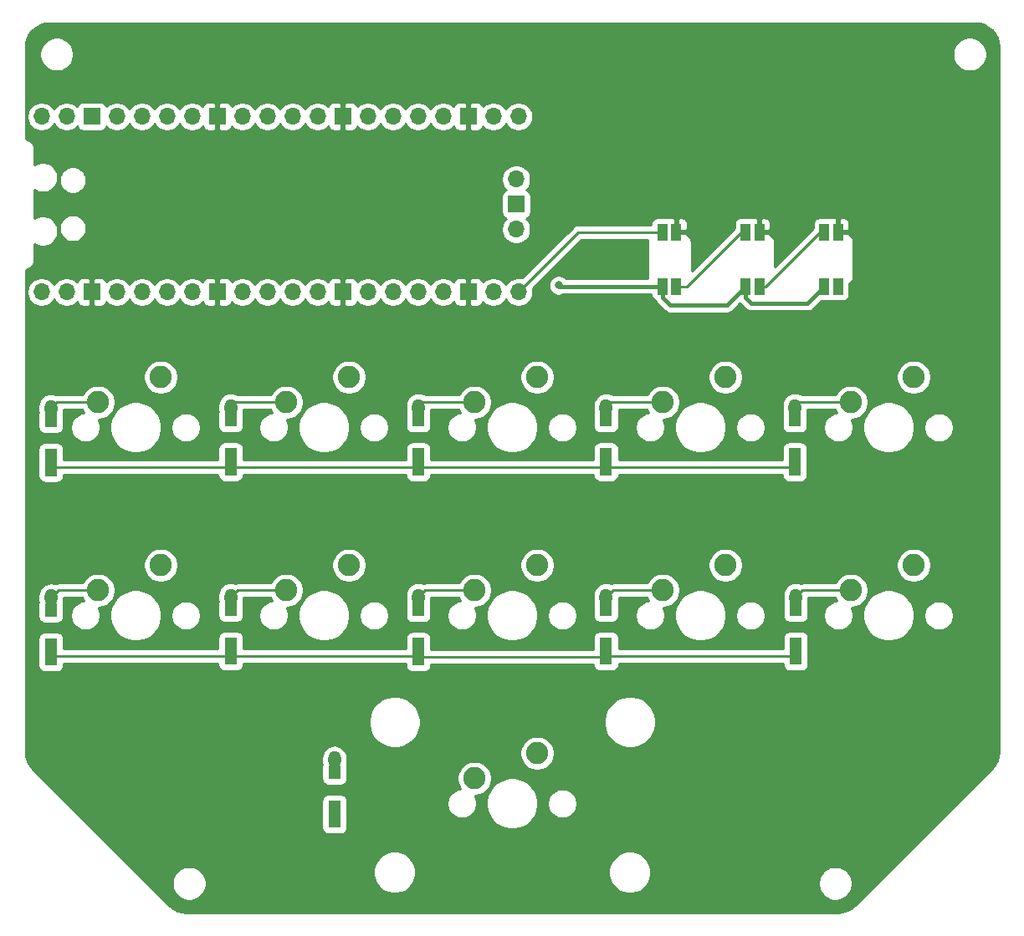
<source format=gbr>
%TF.GenerationSoftware,KiCad,Pcbnew,(5.1.12-1-10_14)*%
%TF.CreationDate,2021-12-05T15:19:09+09:00*%
%TF.ProjectId,PicoRubyMacroPad,5069636f-5275-4627-994d-6163726f5061,rev?*%
%TF.SameCoordinates,Original*%
%TF.FileFunction,Copper,L2,Bot*%
%TF.FilePolarity,Positive*%
%FSLAX46Y46*%
G04 Gerber Fmt 4.6, Leading zero omitted, Abs format (unit mm)*
G04 Created by KiCad (PCBNEW (5.1.12-1-10_14)) date 2021-12-05 15:19:09*
%MOMM*%
%LPD*%
G01*
G04 APERTURE LIST*
%TA.AperFunction,SMDPad,CuDef*%
%ADD10R,1.300000X1.400000*%
%TD*%
%TA.AperFunction,ComponentPad*%
%ADD11O,1.300000X1.778000*%
%TD*%
%TA.AperFunction,ComponentPad*%
%ADD12R,1.300000X1.778000*%
%TD*%
%TA.AperFunction,ComponentPad*%
%ADD13C,2.250000*%
%TD*%
%TA.AperFunction,SMDPad,CuDef*%
%ADD14R,1.000000X1.700000*%
%TD*%
%TA.AperFunction,ComponentPad*%
%ADD15O,1.700000X1.700000*%
%TD*%
%TA.AperFunction,ComponentPad*%
%ADD16R,1.700000X1.700000*%
%TD*%
%TA.AperFunction,ViaPad*%
%ADD17C,0.800000*%
%TD*%
%TA.AperFunction,Conductor*%
%ADD18C,0.250000*%
%TD*%
%TA.AperFunction,Conductor*%
%ADD19C,0.400000*%
%TD*%
%TA.AperFunction,Conductor*%
%ADD20C,0.254000*%
%TD*%
%TA.AperFunction,Conductor*%
%ADD21C,0.100000*%
%TD*%
G04 APERTURE END LIST*
D10*
%TO.P,D11,2*%
%TO.N,Net-(D11-Pad2)*%
X105900000Y-119925000D03*
%TO.P,D11,1*%
%TO.N,R3*%
X105900000Y-123475000D03*
D11*
%TO.P,D11,2*%
%TO.N,Net-(D11-Pad2)*%
X105900000Y-118700000D03*
D12*
%TO.P,D11,1*%
%TO.N,R3*%
X105900000Y-124700000D03*
%TD*%
D13*
%TO.P,SW11,2*%
%TO.N,C1*%
X126440000Y-118020000D03*
%TO.P,SW11,1*%
%TO.N,Net-(D11-Pad2)*%
X120090000Y-120560000D03*
%TD*%
%TO.P,SW10,2*%
%TO.N,C5*%
X164540000Y-98970000D03*
%TO.P,SW10,1*%
%TO.N,Net-(D10-Pad2)*%
X158190000Y-101510000D03*
%TD*%
%TO.P,SW9,2*%
%TO.N,C4*%
X145490000Y-98970000D03*
%TO.P,SW9,1*%
%TO.N,Net-(D9-Pad2)*%
X139140000Y-101510000D03*
%TD*%
%TO.P,SW8,2*%
%TO.N,C3*%
X126440000Y-98970000D03*
%TO.P,SW8,1*%
%TO.N,Net-(D8-Pad2)*%
X120090000Y-101510000D03*
%TD*%
%TO.P,SW7,2*%
%TO.N,C2*%
X107390000Y-98970000D03*
%TO.P,SW7,1*%
%TO.N,Net-(D7-Pad2)*%
X101040000Y-101510000D03*
%TD*%
%TO.P,SW6,2*%
%TO.N,C1*%
X88340000Y-98970000D03*
%TO.P,SW6,1*%
%TO.N,Net-(D6-Pad2)*%
X81990000Y-101510000D03*
%TD*%
D10*
%TO.P,D10,2*%
%TO.N,Net-(D10-Pad2)*%
X152600000Y-103425000D03*
%TO.P,D10,1*%
%TO.N,R2*%
X152600000Y-106975000D03*
D11*
%TO.P,D10,2*%
%TO.N,Net-(D10-Pad2)*%
X152600000Y-102200000D03*
D12*
%TO.P,D10,1*%
%TO.N,R2*%
X152600000Y-108200000D03*
%TD*%
D10*
%TO.P,D9,2*%
%TO.N,Net-(D9-Pad2)*%
X133400000Y-103425000D03*
%TO.P,D9,1*%
%TO.N,R2*%
X133400000Y-106975000D03*
D11*
%TO.P,D9,2*%
%TO.N,Net-(D9-Pad2)*%
X133400000Y-102200000D03*
D12*
%TO.P,D9,1*%
%TO.N,R2*%
X133400000Y-108200000D03*
%TD*%
D10*
%TO.P,D8,2*%
%TO.N,Net-(D8-Pad2)*%
X114400000Y-103450000D03*
%TO.P,D8,1*%
%TO.N,R2*%
X114400000Y-107000000D03*
D11*
%TO.P,D8,2*%
%TO.N,Net-(D8-Pad2)*%
X114400000Y-102225000D03*
D12*
%TO.P,D8,1*%
%TO.N,R2*%
X114400000Y-108225000D03*
%TD*%
D10*
%TO.P,D7,2*%
%TO.N,Net-(D7-Pad2)*%
X95400000Y-103425000D03*
%TO.P,D7,1*%
%TO.N,R2*%
X95400000Y-106975000D03*
D11*
%TO.P,D7,2*%
%TO.N,Net-(D7-Pad2)*%
X95400000Y-102200000D03*
D12*
%TO.P,D7,1*%
%TO.N,R2*%
X95400000Y-108200000D03*
%TD*%
D10*
%TO.P,D6,2*%
%TO.N,Net-(D6-Pad2)*%
X77200000Y-103500000D03*
%TO.P,D6,1*%
%TO.N,R2*%
X77200000Y-107050000D03*
D11*
%TO.P,D6,2*%
%TO.N,Net-(D6-Pad2)*%
X77200000Y-102275000D03*
D12*
%TO.P,D6,1*%
%TO.N,R2*%
X77200000Y-108275000D03*
%TD*%
D10*
%TO.P,D5,2*%
%TO.N,Net-(D5-Pad2)*%
X152500000Y-84225000D03*
%TO.P,D5,1*%
%TO.N,R1*%
X152500000Y-87775000D03*
D11*
%TO.P,D5,2*%
%TO.N,Net-(D5-Pad2)*%
X152500000Y-83000000D03*
D12*
%TO.P,D5,1*%
%TO.N,R1*%
X152500000Y-89000000D03*
%TD*%
D10*
%TO.P,D4,2*%
%TO.N,Net-(D4-Pad2)*%
X133400000Y-84225000D03*
%TO.P,D4,1*%
%TO.N,R1*%
X133400000Y-87775000D03*
D11*
%TO.P,D4,2*%
%TO.N,Net-(D4-Pad2)*%
X133400000Y-83000000D03*
D12*
%TO.P,D4,1*%
%TO.N,R1*%
X133400000Y-89000000D03*
%TD*%
D10*
%TO.P,D3,2*%
%TO.N,Net-(D3-Pad2)*%
X114400000Y-84225000D03*
%TO.P,D3,1*%
%TO.N,R1*%
X114400000Y-87775000D03*
D11*
%TO.P,D3,2*%
%TO.N,Net-(D3-Pad2)*%
X114400000Y-83000000D03*
D12*
%TO.P,D3,1*%
%TO.N,R1*%
X114400000Y-89000000D03*
%TD*%
D10*
%TO.P,D2,2*%
%TO.N,Net-(D2-Pad2)*%
X95400000Y-84225000D03*
%TO.P,D2,1*%
%TO.N,R1*%
X95400000Y-87775000D03*
D11*
%TO.P,D2,2*%
%TO.N,Net-(D2-Pad2)*%
X95400000Y-83000000D03*
D12*
%TO.P,D2,1*%
%TO.N,R1*%
X95400000Y-89000000D03*
%TD*%
D10*
%TO.P,D1,2*%
%TO.N,Net-(D1-Pad2)*%
X77200000Y-84300000D03*
%TO.P,D1,1*%
%TO.N,R1*%
X77200000Y-87850000D03*
D11*
%TO.P,D1,2*%
%TO.N,Net-(D1-Pad2)*%
X77200000Y-83075000D03*
D12*
%TO.P,D1,1*%
%TO.N,R1*%
X77200000Y-89075000D03*
%TD*%
D13*
%TO.P,SW5,2*%
%TO.N,C5*%
X164540000Y-79920000D03*
%TO.P,SW5,1*%
%TO.N,Net-(D5-Pad2)*%
X158190000Y-82460000D03*
%TD*%
%TO.P,SW4,2*%
%TO.N,C4*%
X145490000Y-79920000D03*
%TO.P,SW4,1*%
%TO.N,Net-(D4-Pad2)*%
X139140000Y-82460000D03*
%TD*%
%TO.P,SW3,2*%
%TO.N,C3*%
X126440000Y-79920000D03*
%TO.P,SW3,1*%
%TO.N,Net-(D3-Pad2)*%
X120090000Y-82460000D03*
%TD*%
%TO.P,SW2,2*%
%TO.N,C2*%
X107390000Y-79920000D03*
%TO.P,SW2,1*%
%TO.N,Net-(D2-Pad2)*%
X101040000Y-82460000D03*
%TD*%
%TO.P,SW1,2*%
%TO.N,C1*%
X88340000Y-79920000D03*
%TO.P,SW1,1*%
%TO.N,Net-(D1-Pad2)*%
X81990000Y-82460000D03*
%TD*%
D14*
%TO.P,LED3,2*%
%TO.N,Net-(LED3-Pad2)*%
X156900000Y-70700000D03*
%TO.P,LED3,1*%
%TO.N,VCC*%
X155500000Y-70700000D03*
%TO.P,LED3,3*%
%TO.N,GND*%
X156900000Y-65200000D03*
%TO.P,LED3,4*%
%TO.N,Net-(LED2-Pad2)*%
X155500000Y-65200000D03*
%TD*%
%TO.P,LED2,2*%
%TO.N,Net-(LED2-Pad2)*%
X148900000Y-70700000D03*
%TO.P,LED2,1*%
%TO.N,VCC*%
X147500000Y-70700000D03*
%TO.P,LED2,3*%
%TO.N,GND*%
X148900000Y-65200000D03*
%TO.P,LED2,4*%
%TO.N,Net-(LED1-Pad2)*%
X147500000Y-65200000D03*
%TD*%
D15*
%TO.P,U1,43*%
%TO.N,Net-(U1-Pad43)*%
X124300000Y-59850000D03*
D16*
%TO.P,U1,42*%
%TO.N,Net-(U1-Pad42)*%
X124300000Y-62390000D03*
D15*
%TO.P,U1,41*%
%TO.N,Net-(U1-Pad41)*%
X124300000Y-64930000D03*
%TO.P,U1,40*%
%TO.N,VCC*%
X76270000Y-53500000D03*
%TO.P,U1,39*%
%TO.N,Net-(U1-Pad39)*%
X78810000Y-53500000D03*
D16*
%TO.P,U1,38*%
%TO.N,Net-(U1-Pad38)*%
X81350000Y-53500000D03*
D15*
%TO.P,U1,37*%
%TO.N,Net-(U1-Pad37)*%
X83890000Y-53500000D03*
%TO.P,U1,36*%
%TO.N,Net-(U1-Pad36)*%
X86430000Y-53500000D03*
%TO.P,U1,35*%
%TO.N,Net-(U1-Pad35)*%
X88970000Y-53500000D03*
%TO.P,U1,34*%
%TO.N,Net-(U1-Pad34)*%
X91510000Y-53500000D03*
D16*
%TO.P,U1,33*%
%TO.N,GND*%
X94050000Y-53500000D03*
D15*
%TO.P,U1,32*%
%TO.N,Net-(U1-Pad32)*%
X96590000Y-53500000D03*
%TO.P,U1,31*%
%TO.N,Net-(U1-Pad31)*%
X99130000Y-53500000D03*
%TO.P,U1,30*%
%TO.N,Net-(U1-Pad30)*%
X101670000Y-53500000D03*
%TO.P,U1,29*%
%TO.N,Net-(U1-Pad29)*%
X104210000Y-53500000D03*
D16*
%TO.P,U1,28*%
%TO.N,GND*%
X106750000Y-53500000D03*
D15*
%TO.P,U1,27*%
%TO.N,Net-(U1-Pad27)*%
X109290000Y-53500000D03*
%TO.P,U1,26*%
%TO.N,Net-(U1-Pad26)*%
X111830000Y-53500000D03*
%TO.P,U1,25*%
%TO.N,Net-(U1-Pad25)*%
X114370000Y-53500000D03*
%TO.P,U1,24*%
%TO.N,Net-(U1-Pad24)*%
X116910000Y-53500000D03*
D16*
%TO.P,U1,23*%
%TO.N,GND*%
X119450000Y-53500000D03*
D15*
%TO.P,U1,22*%
%TO.N,Net-(U1-Pad22)*%
X121990000Y-53500000D03*
%TO.P,U1,21*%
%TO.N,Net-(U1-Pad21)*%
X124530000Y-53500000D03*
%TO.P,U1,20*%
%TO.N,LED*%
X124530000Y-71280000D03*
%TO.P,U1,19*%
%TO.N,Net-(U1-Pad19)*%
X121990000Y-71280000D03*
D16*
%TO.P,U1,18*%
%TO.N,GND*%
X119450000Y-71280000D03*
D15*
%TO.P,U1,17*%
%TO.N,Net-(U1-Pad17)*%
X116910000Y-71280000D03*
%TO.P,U1,16*%
%TO.N,Net-(U1-Pad16)*%
X114370000Y-71280000D03*
%TO.P,U1,15*%
%TO.N,Net-(U1-Pad15)*%
X111830000Y-71280000D03*
%TO.P,U1,14*%
%TO.N,C5*%
X109290000Y-71280000D03*
D16*
%TO.P,U1,13*%
%TO.N,GND*%
X106750000Y-71280000D03*
D15*
%TO.P,U1,12*%
%TO.N,C4*%
X104210000Y-71280000D03*
%TO.P,U1,11*%
%TO.N,C3*%
X101670000Y-71280000D03*
%TO.P,U1,10*%
%TO.N,C2*%
X99130000Y-71280000D03*
%TO.P,U1,9*%
%TO.N,C1*%
X96590000Y-71280000D03*
D16*
%TO.P,U1,8*%
%TO.N,GND*%
X94050000Y-71280000D03*
D15*
%TO.P,U1,7*%
%TO.N,Net-(U1-Pad7)*%
X91510000Y-71280000D03*
%TO.P,U1,6*%
%TO.N,R3*%
X88970000Y-71280000D03*
%TO.P,U1,5*%
%TO.N,R2*%
X86430000Y-71280000D03*
%TO.P,U1,4*%
%TO.N,R1*%
X83890000Y-71280000D03*
D16*
%TO.P,U1,3*%
%TO.N,GND*%
X81350000Y-71280000D03*
D15*
%TO.P,U1,2*%
%TO.N,Net-(U1-Pad2)*%
X78810000Y-71280000D03*
%TO.P,U1,1*%
%TO.N,Net-(U1-Pad1)*%
X76270000Y-71280000D03*
%TD*%
D14*
%TO.P,LED1,2*%
%TO.N,Net-(LED1-Pad2)*%
X140500000Y-70700000D03*
%TO.P,LED1,1*%
%TO.N,VCC*%
X139100000Y-70700000D03*
%TO.P,LED1,3*%
%TO.N,GND*%
X140500000Y-65200000D03*
%TO.P,LED1,4*%
%TO.N,LED*%
X139100000Y-65200000D03*
%TD*%
D17*
%TO.N,VCC*%
X128600000Y-70600000D03*
%TD*%
D18*
%TO.N,Net-(D1-Pad2)*%
X77815000Y-82460000D02*
X77200000Y-83075000D01*
X81990000Y-82460000D02*
X77815000Y-82460000D01*
X77200000Y-83075000D02*
X77200000Y-84300000D01*
%TO.N,Net-(D2-Pad2)*%
X95940000Y-82460000D02*
X95400000Y-83000000D01*
X101040000Y-82460000D02*
X95940000Y-82460000D01*
X95400000Y-83000000D02*
X95400000Y-84225000D01*
%TO.N,Net-(D3-Pad2)*%
X114940000Y-82460000D02*
X114400000Y-83000000D01*
X120090000Y-82460000D02*
X114940000Y-82460000D01*
X114400000Y-83000000D02*
X114400000Y-84225000D01*
%TO.N,Net-(D4-Pad2)*%
X133940000Y-82460000D02*
X133400000Y-83000000D01*
X139140000Y-82460000D02*
X133940000Y-82460000D01*
X133400000Y-83000000D02*
X133400000Y-84225000D01*
%TO.N,Net-(D5-Pad2)*%
X153040000Y-82460000D02*
X152500000Y-83000000D01*
X158190000Y-82460000D02*
X153040000Y-82460000D01*
X152500000Y-83000000D02*
X152500000Y-84225000D01*
%TO.N,Net-(D6-Pad2)*%
X77965000Y-101510000D02*
X77200000Y-102275000D01*
X81990000Y-101510000D02*
X77965000Y-101510000D01*
X77200000Y-102275000D02*
X77200000Y-103500000D01*
%TO.N,Net-(D7-Pad2)*%
X96090000Y-101510000D02*
X95400000Y-102200000D01*
X101040000Y-101510000D02*
X96090000Y-101510000D01*
X95400000Y-102200000D02*
X95400000Y-103425000D01*
%TO.N,Net-(D8-Pad2)*%
X115115000Y-101510000D02*
X114400000Y-102225000D01*
X120090000Y-101510000D02*
X115115000Y-101510000D01*
X114400000Y-102225000D02*
X114400000Y-103450000D01*
%TO.N,Net-(D9-Pad2)*%
X134090000Y-101510000D02*
X133400000Y-102200000D01*
X139140000Y-101510000D02*
X134090000Y-101510000D01*
X133400000Y-102200000D02*
X133400000Y-103425000D01*
%TO.N,Net-(D10-Pad2)*%
X153290000Y-101510000D02*
X152600000Y-102200000D01*
X158190000Y-101510000D02*
X153290000Y-101510000D01*
X152600000Y-102200000D02*
X152600000Y-103425000D01*
%TO.N,R1*%
X95400000Y-89000000D02*
X114400000Y-89000000D01*
X114400000Y-89000000D02*
X133400000Y-89000000D01*
X133400000Y-89000000D02*
X152500000Y-89000000D01*
X95400000Y-87775000D02*
X95400000Y-89000000D01*
X114400000Y-87775000D02*
X114400000Y-89000000D01*
X133400000Y-87775000D02*
X133400000Y-89000000D01*
X152500000Y-87775000D02*
X152500000Y-89000000D01*
X77200000Y-87850000D02*
X77200000Y-89075000D01*
X77275000Y-89000000D02*
X77200000Y-89075000D01*
X95400000Y-89000000D02*
X77275000Y-89000000D01*
%TO.N,R2*%
X114375000Y-108200000D02*
X114400000Y-108225000D01*
X95400000Y-108200000D02*
X114375000Y-108200000D01*
X133375000Y-108225000D02*
X133400000Y-108200000D01*
X114400000Y-108225000D02*
X133375000Y-108225000D01*
X133400000Y-108200000D02*
X152600000Y-108200000D01*
X95400000Y-106975000D02*
X95400000Y-108200000D01*
X114400000Y-107000000D02*
X114400000Y-108225000D01*
X133400000Y-106975000D02*
X133400000Y-108200000D01*
X152600000Y-106975000D02*
X152600000Y-108200000D01*
X77200000Y-107050000D02*
X77200000Y-108275000D01*
X77275000Y-108200000D02*
X77200000Y-108275000D01*
X95400000Y-108200000D02*
X77275000Y-108200000D01*
%TO.N,R3*%
X105900000Y-123475000D02*
X105900000Y-124700000D01*
D19*
%TO.N,VCC*%
X128700000Y-70700000D02*
X128600000Y-70600000D01*
X139100000Y-70700000D02*
X128700000Y-70700000D01*
X145600000Y-72600000D02*
X147500000Y-70700000D01*
X139900000Y-72600000D02*
X145600000Y-72600000D01*
X139100000Y-71800000D02*
X139900000Y-72600000D01*
X139100000Y-70700000D02*
X139100000Y-71800000D01*
X153800000Y-72400000D02*
X155500000Y-70700000D01*
X148100000Y-72400000D02*
X153800000Y-72400000D01*
X147500000Y-71800000D02*
X148100000Y-72400000D01*
X147500000Y-70700000D02*
X147500000Y-71800000D01*
D18*
%TO.N,Net-(LED1-Pad2)*%
X147055514Y-65200000D02*
X147500000Y-65200000D01*
X141555514Y-70700000D02*
X147055514Y-65200000D01*
X140500000Y-70700000D02*
X141555514Y-70700000D01*
%TO.N,LED*%
X130610000Y-65200000D02*
X124530000Y-71280000D01*
X139100000Y-65200000D02*
X130610000Y-65200000D01*
%TO.N,Net-(LED2-Pad2)*%
X149555514Y-70700000D02*
X155055514Y-65200000D01*
X155055514Y-65200000D02*
X155500000Y-65200000D01*
X148900000Y-70700000D02*
X149555514Y-70700000D01*
%TO.N,Net-(D11-Pad2)*%
X105900000Y-118700000D02*
X105900000Y-119925000D01*
%TD*%
D20*
%TO.N,GND*%
X171253893Y-44107670D02*
X171690498Y-44239489D01*
X172093185Y-44453600D01*
X172446612Y-44741848D01*
X172737327Y-45093261D01*
X172954242Y-45494439D01*
X173089106Y-45930113D01*
X173140001Y-46414353D01*
X173140000Y-117846401D01*
X173092330Y-118332574D01*
X172960512Y-118769177D01*
X172746399Y-119171866D01*
X172438269Y-119549670D01*
X158577458Y-133410482D01*
X158199972Y-133720553D01*
X157798037Y-133936069D01*
X157361892Y-134069412D01*
X156876776Y-134118688D01*
X90953498Y-134139990D01*
X90467426Y-134092330D01*
X90030823Y-133960512D01*
X89628134Y-133746399D01*
X89250195Y-133438159D01*
X86837458Y-131029117D01*
X89465000Y-131029117D01*
X89465000Y-131370883D01*
X89531675Y-131706081D01*
X89662463Y-132021831D01*
X89852337Y-132305998D01*
X90094002Y-132547663D01*
X90378169Y-132737537D01*
X90693919Y-132868325D01*
X91029117Y-132935000D01*
X91370883Y-132935000D01*
X91706081Y-132868325D01*
X92021831Y-132737537D01*
X92305998Y-132547663D01*
X92547663Y-132305998D01*
X92737537Y-132021831D01*
X92868325Y-131706081D01*
X92935000Y-131370883D01*
X92935000Y-131029117D01*
X92868325Y-130693919D01*
X92737537Y-130378169D01*
X92547663Y-130094002D01*
X92326018Y-129872357D01*
X109834750Y-129872357D01*
X109834750Y-130297643D01*
X109917720Y-130714757D01*
X110080469Y-131107670D01*
X110316746Y-131461282D01*
X110617468Y-131762004D01*
X110971080Y-131998281D01*
X111363993Y-132161030D01*
X111781107Y-132244000D01*
X112206393Y-132244000D01*
X112623507Y-132161030D01*
X113016420Y-131998281D01*
X113370032Y-131762004D01*
X113670754Y-131461282D01*
X113907031Y-131107670D01*
X114069780Y-130714757D01*
X114152750Y-130297643D01*
X114152750Y-129872357D01*
X133647250Y-129872357D01*
X133647250Y-130297643D01*
X133730220Y-130714757D01*
X133892969Y-131107670D01*
X134129246Y-131461282D01*
X134429968Y-131762004D01*
X134783580Y-131998281D01*
X135176493Y-132161030D01*
X135593607Y-132244000D01*
X136018893Y-132244000D01*
X136436007Y-132161030D01*
X136828920Y-131998281D01*
X137182532Y-131762004D01*
X137483254Y-131461282D01*
X137719531Y-131107670D01*
X137752068Y-131029117D01*
X154865000Y-131029117D01*
X154865000Y-131370883D01*
X154931675Y-131706081D01*
X155062463Y-132021831D01*
X155252337Y-132305998D01*
X155494002Y-132547663D01*
X155778169Y-132737537D01*
X156093919Y-132868325D01*
X156429117Y-132935000D01*
X156770883Y-132935000D01*
X157106081Y-132868325D01*
X157421831Y-132737537D01*
X157705998Y-132547663D01*
X157947663Y-132305998D01*
X158137537Y-132021831D01*
X158268325Y-131706081D01*
X158335000Y-131370883D01*
X158335000Y-131029117D01*
X158268325Y-130693919D01*
X158137537Y-130378169D01*
X157947663Y-130094002D01*
X157705998Y-129852337D01*
X157421831Y-129662463D01*
X157106081Y-129531675D01*
X156770883Y-129465000D01*
X156429117Y-129465000D01*
X156093919Y-129531675D01*
X155778169Y-129662463D01*
X155494002Y-129852337D01*
X155252337Y-130094002D01*
X155062463Y-130378169D01*
X154931675Y-130693919D01*
X154865000Y-131029117D01*
X137752068Y-131029117D01*
X137882280Y-130714757D01*
X137965250Y-130297643D01*
X137965250Y-129872357D01*
X137882280Y-129455243D01*
X137719531Y-129062330D01*
X137483254Y-128708718D01*
X137182532Y-128407996D01*
X136828920Y-128171719D01*
X136436007Y-128008970D01*
X136018893Y-127926000D01*
X135593607Y-127926000D01*
X135176493Y-128008970D01*
X134783580Y-128171719D01*
X134429968Y-128407996D01*
X134129246Y-128708718D01*
X133892969Y-129062330D01*
X133730220Y-129455243D01*
X133647250Y-129872357D01*
X114152750Y-129872357D01*
X114069780Y-129455243D01*
X113907031Y-129062330D01*
X113670754Y-128708718D01*
X113370032Y-128407996D01*
X113016420Y-128171719D01*
X112623507Y-128008970D01*
X112206393Y-127926000D01*
X111781107Y-127926000D01*
X111363993Y-128008970D01*
X110971080Y-128171719D01*
X110617468Y-128407996D01*
X110316746Y-128708718D01*
X110080469Y-129062330D01*
X109917720Y-129455243D01*
X109834750Y-129872357D01*
X92326018Y-129872357D01*
X92305998Y-129852337D01*
X92021831Y-129662463D01*
X91706081Y-129531675D01*
X91370883Y-129465000D01*
X91029117Y-129465000D01*
X90693919Y-129531675D01*
X90378169Y-129662463D01*
X90094002Y-129852337D01*
X89852337Y-130094002D01*
X89662463Y-130378169D01*
X89531675Y-130693919D01*
X89465000Y-131029117D01*
X86837458Y-131029117D01*
X78570681Y-122775000D01*
X104611928Y-122775000D01*
X104611928Y-125589000D01*
X104624188Y-125713482D01*
X104660498Y-125833180D01*
X104719463Y-125943494D01*
X104798815Y-126040185D01*
X104895506Y-126119537D01*
X105005820Y-126178502D01*
X105125518Y-126214812D01*
X105250000Y-126227072D01*
X106550000Y-126227072D01*
X106674482Y-126214812D01*
X106794180Y-126178502D01*
X106904494Y-126119537D01*
X107001185Y-126040185D01*
X107080537Y-125943494D01*
X107139502Y-125833180D01*
X107175812Y-125713482D01*
X107188072Y-125589000D01*
X107188072Y-122951278D01*
X117310000Y-122951278D01*
X117310000Y-123248722D01*
X117368029Y-123540451D01*
X117481856Y-123815253D01*
X117647107Y-124062569D01*
X117857431Y-124272893D01*
X118104747Y-124438144D01*
X118379549Y-124551971D01*
X118671278Y-124610000D01*
X118968722Y-124610000D01*
X119260451Y-124551971D01*
X119535253Y-124438144D01*
X119782569Y-124272893D01*
X119992893Y-124062569D01*
X120158144Y-123815253D01*
X120271971Y-123540451D01*
X120330000Y-123248722D01*
X120330000Y-122951278D01*
X120308080Y-122841076D01*
X121271100Y-122841076D01*
X121271100Y-123358924D01*
X121372127Y-123866822D01*
X121570299Y-124345251D01*
X121858000Y-124775826D01*
X122224174Y-125142000D01*
X122654749Y-125429701D01*
X123133178Y-125627873D01*
X123641076Y-125728900D01*
X124158924Y-125728900D01*
X124666822Y-125627873D01*
X125145251Y-125429701D01*
X125575826Y-125142000D01*
X125942000Y-124775826D01*
X126229701Y-124345251D01*
X126427873Y-123866822D01*
X126528900Y-123358924D01*
X126528900Y-122951278D01*
X127470000Y-122951278D01*
X127470000Y-123248722D01*
X127528029Y-123540451D01*
X127641856Y-123815253D01*
X127807107Y-124062569D01*
X128017431Y-124272893D01*
X128264747Y-124438144D01*
X128539549Y-124551971D01*
X128831278Y-124610000D01*
X129128722Y-124610000D01*
X129420451Y-124551971D01*
X129695253Y-124438144D01*
X129942569Y-124272893D01*
X130152893Y-124062569D01*
X130318144Y-123815253D01*
X130431971Y-123540451D01*
X130490000Y-123248722D01*
X130490000Y-122951278D01*
X130431971Y-122659549D01*
X130318144Y-122384747D01*
X130152893Y-122137431D01*
X129942569Y-121927107D01*
X129695253Y-121761856D01*
X129420451Y-121648029D01*
X129128722Y-121590000D01*
X128831278Y-121590000D01*
X128539549Y-121648029D01*
X128264747Y-121761856D01*
X128017431Y-121927107D01*
X127807107Y-122137431D01*
X127641856Y-122384747D01*
X127528029Y-122659549D01*
X127470000Y-122951278D01*
X126528900Y-122951278D01*
X126528900Y-122841076D01*
X126427873Y-122333178D01*
X126229701Y-121854749D01*
X125942000Y-121424174D01*
X125575826Y-121058000D01*
X125145251Y-120770299D01*
X124666822Y-120572127D01*
X124158924Y-120471100D01*
X123641076Y-120471100D01*
X123133178Y-120572127D01*
X122654749Y-120770299D01*
X122224174Y-121058000D01*
X121858000Y-121424174D01*
X121570299Y-121854749D01*
X121372127Y-122333178D01*
X121271100Y-122841076D01*
X120308080Y-122841076D01*
X120271971Y-122659549D01*
X120158144Y-122384747D01*
X120114882Y-122320000D01*
X120263345Y-122320000D01*
X120603373Y-122252364D01*
X120923673Y-122119692D01*
X121211935Y-121927081D01*
X121457081Y-121681935D01*
X121649692Y-121393673D01*
X121782364Y-121073373D01*
X121850000Y-120733345D01*
X121850000Y-120386655D01*
X121782364Y-120046627D01*
X121649692Y-119726327D01*
X121457081Y-119438065D01*
X121211935Y-119192919D01*
X120923673Y-119000308D01*
X120603373Y-118867636D01*
X120263345Y-118800000D01*
X119916655Y-118800000D01*
X119576627Y-118867636D01*
X119256327Y-119000308D01*
X118968065Y-119192919D01*
X118722919Y-119438065D01*
X118530308Y-119726327D01*
X118397636Y-120046627D01*
X118330000Y-120386655D01*
X118330000Y-120733345D01*
X118397636Y-121073373D01*
X118530308Y-121393673D01*
X118662638Y-121591719D01*
X118379549Y-121648029D01*
X118104747Y-121761856D01*
X117857431Y-121927107D01*
X117647107Y-122137431D01*
X117481856Y-122384747D01*
X117368029Y-122659549D01*
X117310000Y-122951278D01*
X107188072Y-122951278D01*
X107188072Y-122775000D01*
X107175812Y-122650518D01*
X107139502Y-122530820D01*
X107080537Y-122420506D01*
X107001185Y-122323815D01*
X106904494Y-122244463D01*
X106794180Y-122185498D01*
X106674482Y-122149188D01*
X106550000Y-122136928D01*
X105250000Y-122136928D01*
X105125518Y-122149188D01*
X105005820Y-122185498D01*
X104895506Y-122244463D01*
X104798815Y-122323815D01*
X104719463Y-122420506D01*
X104660498Y-122530820D01*
X104624188Y-122650518D01*
X104611928Y-122775000D01*
X78570681Y-122775000D01*
X75368035Y-119577260D01*
X75078686Y-119225000D01*
X104611928Y-119225000D01*
X104611928Y-120625000D01*
X104624188Y-120749482D01*
X104660498Y-120869180D01*
X104719463Y-120979494D01*
X104798815Y-121076185D01*
X104895506Y-121155537D01*
X105005820Y-121214502D01*
X105125518Y-121250812D01*
X105250000Y-121263072D01*
X106550000Y-121263072D01*
X106674482Y-121250812D01*
X106794180Y-121214502D01*
X106904494Y-121155537D01*
X107001185Y-121076185D01*
X107080537Y-120979494D01*
X107139502Y-120869180D01*
X107175812Y-120749482D01*
X107188072Y-120625000D01*
X107188072Y-119225000D01*
X107175812Y-119100518D01*
X107175432Y-119099266D01*
X107185000Y-119002122D01*
X107185000Y-118397877D01*
X107166407Y-118209096D01*
X107092929Y-117966873D01*
X107028672Y-117846655D01*
X124680000Y-117846655D01*
X124680000Y-118193345D01*
X124747636Y-118533373D01*
X124880308Y-118853673D01*
X125072919Y-119141935D01*
X125318065Y-119387081D01*
X125606327Y-119579692D01*
X125926627Y-119712364D01*
X126266655Y-119780000D01*
X126613345Y-119780000D01*
X126953373Y-119712364D01*
X127273673Y-119579692D01*
X127561935Y-119387081D01*
X127807081Y-119141935D01*
X127999692Y-118853673D01*
X128132364Y-118533373D01*
X128200000Y-118193345D01*
X128200000Y-117846655D01*
X128132364Y-117506627D01*
X127999692Y-117186327D01*
X127807081Y-116898065D01*
X127561935Y-116652919D01*
X127273673Y-116460308D01*
X126953373Y-116327636D01*
X126613345Y-116260000D01*
X126266655Y-116260000D01*
X125926627Y-116327636D01*
X125606327Y-116460308D01*
X125318065Y-116652919D01*
X125072919Y-116898065D01*
X124880308Y-117186327D01*
X124747636Y-117506627D01*
X124680000Y-117846655D01*
X107028672Y-117846655D01*
X106973608Y-117743638D01*
X106813028Y-117547972D01*
X106617361Y-117387392D01*
X106394126Y-117268071D01*
X106151903Y-117194593D01*
X105900000Y-117169783D01*
X105648096Y-117194593D01*
X105405873Y-117268071D01*
X105182638Y-117387392D01*
X104986972Y-117547972D01*
X104826392Y-117743639D01*
X104707071Y-117966874D01*
X104633593Y-118209097D01*
X104615000Y-118397878D01*
X104615000Y-119002123D01*
X104624568Y-119099266D01*
X104624188Y-119100518D01*
X104611928Y-119225000D01*
X75078686Y-119225000D01*
X75058127Y-119199972D01*
X74842611Y-118798037D01*
X74709268Y-118361892D01*
X74660000Y-117876854D01*
X74660000Y-114586076D01*
X109364850Y-114586076D01*
X109364850Y-115103924D01*
X109465877Y-115611822D01*
X109664049Y-116090251D01*
X109951750Y-116520826D01*
X110317924Y-116887000D01*
X110748499Y-117174701D01*
X111226928Y-117372873D01*
X111734826Y-117473900D01*
X112252674Y-117473900D01*
X112760572Y-117372873D01*
X113239001Y-117174701D01*
X113669576Y-116887000D01*
X114035750Y-116520826D01*
X114323451Y-116090251D01*
X114521623Y-115611822D01*
X114622650Y-115103924D01*
X114622650Y-114586076D01*
X133177350Y-114586076D01*
X133177350Y-115103924D01*
X133278377Y-115611822D01*
X133476549Y-116090251D01*
X133764250Y-116520826D01*
X134130424Y-116887000D01*
X134560999Y-117174701D01*
X135039428Y-117372873D01*
X135547326Y-117473900D01*
X136065174Y-117473900D01*
X136573072Y-117372873D01*
X137051501Y-117174701D01*
X137482076Y-116887000D01*
X137848250Y-116520826D01*
X138135951Y-116090251D01*
X138334123Y-115611822D01*
X138435150Y-115103924D01*
X138435150Y-114586076D01*
X138334123Y-114078178D01*
X138135951Y-113599749D01*
X137848250Y-113169174D01*
X137482076Y-112803000D01*
X137051501Y-112515299D01*
X136573072Y-112317127D01*
X136065174Y-112216100D01*
X135547326Y-112216100D01*
X135039428Y-112317127D01*
X134560999Y-112515299D01*
X134130424Y-112803000D01*
X133764250Y-113169174D01*
X133476549Y-113599749D01*
X133278377Y-114078178D01*
X133177350Y-114586076D01*
X114622650Y-114586076D01*
X114521623Y-114078178D01*
X114323451Y-113599749D01*
X114035750Y-113169174D01*
X113669576Y-112803000D01*
X113239001Y-112515299D01*
X112760572Y-112317127D01*
X112252674Y-112216100D01*
X111734826Y-112216100D01*
X111226928Y-112317127D01*
X110748499Y-112515299D01*
X110317924Y-112803000D01*
X109951750Y-113169174D01*
X109664049Y-113599749D01*
X109465877Y-114078178D01*
X109364850Y-114586076D01*
X74660000Y-114586076D01*
X74660000Y-106350000D01*
X75911928Y-106350000D01*
X75911928Y-109164000D01*
X75924188Y-109288482D01*
X75960498Y-109408180D01*
X76019463Y-109518494D01*
X76098815Y-109615185D01*
X76195506Y-109694537D01*
X76305820Y-109753502D01*
X76425518Y-109789812D01*
X76550000Y-109802072D01*
X77850000Y-109802072D01*
X77974482Y-109789812D01*
X78094180Y-109753502D01*
X78204494Y-109694537D01*
X78301185Y-109615185D01*
X78380537Y-109518494D01*
X78439502Y-109408180D01*
X78475812Y-109288482D01*
X78488072Y-109164000D01*
X78488072Y-108960000D01*
X94111928Y-108960000D01*
X94111928Y-109089000D01*
X94124188Y-109213482D01*
X94160498Y-109333180D01*
X94219463Y-109443494D01*
X94298815Y-109540185D01*
X94395506Y-109619537D01*
X94505820Y-109678502D01*
X94625518Y-109714812D01*
X94750000Y-109727072D01*
X96050000Y-109727072D01*
X96174482Y-109714812D01*
X96294180Y-109678502D01*
X96404494Y-109619537D01*
X96501185Y-109540185D01*
X96580537Y-109443494D01*
X96639502Y-109333180D01*
X96675812Y-109213482D01*
X96688072Y-109089000D01*
X96688072Y-108960000D01*
X113111928Y-108960000D01*
X113111928Y-109114000D01*
X113124188Y-109238482D01*
X113160498Y-109358180D01*
X113219463Y-109468494D01*
X113298815Y-109565185D01*
X113395506Y-109644537D01*
X113505820Y-109703502D01*
X113625518Y-109739812D01*
X113750000Y-109752072D01*
X115050000Y-109752072D01*
X115174482Y-109739812D01*
X115294180Y-109703502D01*
X115404494Y-109644537D01*
X115501185Y-109565185D01*
X115580537Y-109468494D01*
X115639502Y-109358180D01*
X115675812Y-109238482D01*
X115688072Y-109114000D01*
X115688072Y-108985000D01*
X132111928Y-108985000D01*
X132111928Y-109089000D01*
X132124188Y-109213482D01*
X132160498Y-109333180D01*
X132219463Y-109443494D01*
X132298815Y-109540185D01*
X132395506Y-109619537D01*
X132505820Y-109678502D01*
X132625518Y-109714812D01*
X132750000Y-109727072D01*
X134050000Y-109727072D01*
X134174482Y-109714812D01*
X134294180Y-109678502D01*
X134404494Y-109619537D01*
X134501185Y-109540185D01*
X134580537Y-109443494D01*
X134639502Y-109333180D01*
X134675812Y-109213482D01*
X134688072Y-109089000D01*
X134688072Y-108960000D01*
X151311928Y-108960000D01*
X151311928Y-109089000D01*
X151324188Y-109213482D01*
X151360498Y-109333180D01*
X151419463Y-109443494D01*
X151498815Y-109540185D01*
X151595506Y-109619537D01*
X151705820Y-109678502D01*
X151825518Y-109714812D01*
X151950000Y-109727072D01*
X153250000Y-109727072D01*
X153374482Y-109714812D01*
X153494180Y-109678502D01*
X153604494Y-109619537D01*
X153701185Y-109540185D01*
X153780537Y-109443494D01*
X153839502Y-109333180D01*
X153875812Y-109213482D01*
X153888072Y-109089000D01*
X153888072Y-106275000D01*
X153875812Y-106150518D01*
X153839502Y-106030820D01*
X153780537Y-105920506D01*
X153701185Y-105823815D01*
X153604494Y-105744463D01*
X153494180Y-105685498D01*
X153374482Y-105649188D01*
X153250000Y-105636928D01*
X151950000Y-105636928D01*
X151825518Y-105649188D01*
X151705820Y-105685498D01*
X151595506Y-105744463D01*
X151498815Y-105823815D01*
X151419463Y-105920506D01*
X151360498Y-106030820D01*
X151324188Y-106150518D01*
X151311928Y-106275000D01*
X151311928Y-107440000D01*
X134688072Y-107440000D01*
X134688072Y-106275000D01*
X134675812Y-106150518D01*
X134639502Y-106030820D01*
X134580537Y-105920506D01*
X134501185Y-105823815D01*
X134404494Y-105744463D01*
X134294180Y-105685498D01*
X134174482Y-105649188D01*
X134050000Y-105636928D01*
X132750000Y-105636928D01*
X132625518Y-105649188D01*
X132505820Y-105685498D01*
X132395506Y-105744463D01*
X132298815Y-105823815D01*
X132219463Y-105920506D01*
X132160498Y-106030820D01*
X132124188Y-106150518D01*
X132111928Y-106275000D01*
X132111928Y-107465000D01*
X115688072Y-107465000D01*
X115688072Y-106300000D01*
X115675812Y-106175518D01*
X115639502Y-106055820D01*
X115580537Y-105945506D01*
X115501185Y-105848815D01*
X115404494Y-105769463D01*
X115294180Y-105710498D01*
X115174482Y-105674188D01*
X115050000Y-105661928D01*
X113750000Y-105661928D01*
X113625518Y-105674188D01*
X113505820Y-105710498D01*
X113395506Y-105769463D01*
X113298815Y-105848815D01*
X113219463Y-105945506D01*
X113160498Y-106055820D01*
X113124188Y-106175518D01*
X113111928Y-106300000D01*
X113111928Y-107440000D01*
X96688072Y-107440000D01*
X96688072Y-106275000D01*
X96675812Y-106150518D01*
X96639502Y-106030820D01*
X96580537Y-105920506D01*
X96501185Y-105823815D01*
X96404494Y-105744463D01*
X96294180Y-105685498D01*
X96174482Y-105649188D01*
X96050000Y-105636928D01*
X94750000Y-105636928D01*
X94625518Y-105649188D01*
X94505820Y-105685498D01*
X94395506Y-105744463D01*
X94298815Y-105823815D01*
X94219463Y-105920506D01*
X94160498Y-106030820D01*
X94124188Y-106150518D01*
X94111928Y-106275000D01*
X94111928Y-107440000D01*
X78488072Y-107440000D01*
X78488072Y-106350000D01*
X78475812Y-106225518D01*
X78439502Y-106105820D01*
X78380537Y-105995506D01*
X78301185Y-105898815D01*
X78204494Y-105819463D01*
X78094180Y-105760498D01*
X77974482Y-105724188D01*
X77850000Y-105711928D01*
X76550000Y-105711928D01*
X76425518Y-105724188D01*
X76305820Y-105760498D01*
X76195506Y-105819463D01*
X76098815Y-105898815D01*
X76019463Y-105995506D01*
X75960498Y-106105820D01*
X75924188Y-106225518D01*
X75911928Y-106350000D01*
X74660000Y-106350000D01*
X74660000Y-102800000D01*
X75911928Y-102800000D01*
X75911928Y-104200000D01*
X75924188Y-104324482D01*
X75960498Y-104444180D01*
X76019463Y-104554494D01*
X76098815Y-104651185D01*
X76195506Y-104730537D01*
X76305820Y-104789502D01*
X76425518Y-104825812D01*
X76550000Y-104838072D01*
X77850000Y-104838072D01*
X77974482Y-104825812D01*
X78094180Y-104789502D01*
X78204494Y-104730537D01*
X78301185Y-104651185D01*
X78380537Y-104554494D01*
X78439502Y-104444180D01*
X78475812Y-104324482D01*
X78488072Y-104200000D01*
X78488072Y-102800000D01*
X78475812Y-102675518D01*
X78475432Y-102674266D01*
X78485000Y-102577122D01*
X78485000Y-102270000D01*
X80399792Y-102270000D01*
X80430308Y-102343673D01*
X80562638Y-102541719D01*
X80279549Y-102598029D01*
X80004747Y-102711856D01*
X79757431Y-102877107D01*
X79547107Y-103087431D01*
X79381856Y-103334747D01*
X79268029Y-103609549D01*
X79210000Y-103901278D01*
X79210000Y-104198722D01*
X79268029Y-104490451D01*
X79381856Y-104765253D01*
X79547107Y-105012569D01*
X79757431Y-105222893D01*
X80004747Y-105388144D01*
X80279549Y-105501971D01*
X80571278Y-105560000D01*
X80868722Y-105560000D01*
X81160451Y-105501971D01*
X81435253Y-105388144D01*
X81682569Y-105222893D01*
X81892893Y-105012569D01*
X82058144Y-104765253D01*
X82171971Y-104490451D01*
X82230000Y-104198722D01*
X82230000Y-103901278D01*
X82208080Y-103791076D01*
X83171100Y-103791076D01*
X83171100Y-104308924D01*
X83272127Y-104816822D01*
X83470299Y-105295251D01*
X83758000Y-105725826D01*
X84124174Y-106092000D01*
X84554749Y-106379701D01*
X85033178Y-106577873D01*
X85541076Y-106678900D01*
X86058924Y-106678900D01*
X86566822Y-106577873D01*
X87045251Y-106379701D01*
X87475826Y-106092000D01*
X87842000Y-105725826D01*
X88129701Y-105295251D01*
X88327873Y-104816822D01*
X88428900Y-104308924D01*
X88428900Y-103901278D01*
X89370000Y-103901278D01*
X89370000Y-104198722D01*
X89428029Y-104490451D01*
X89541856Y-104765253D01*
X89707107Y-105012569D01*
X89917431Y-105222893D01*
X90164747Y-105388144D01*
X90439549Y-105501971D01*
X90731278Y-105560000D01*
X91028722Y-105560000D01*
X91320451Y-105501971D01*
X91595253Y-105388144D01*
X91842569Y-105222893D01*
X92052893Y-105012569D01*
X92218144Y-104765253D01*
X92331971Y-104490451D01*
X92390000Y-104198722D01*
X92390000Y-103901278D01*
X92331971Y-103609549D01*
X92218144Y-103334747D01*
X92052893Y-103087431D01*
X91842569Y-102877107D01*
X91614925Y-102725000D01*
X94111928Y-102725000D01*
X94111928Y-104125000D01*
X94124188Y-104249482D01*
X94160498Y-104369180D01*
X94219463Y-104479494D01*
X94298815Y-104576185D01*
X94395506Y-104655537D01*
X94505820Y-104714502D01*
X94625518Y-104750812D01*
X94750000Y-104763072D01*
X96050000Y-104763072D01*
X96174482Y-104750812D01*
X96294180Y-104714502D01*
X96404494Y-104655537D01*
X96501185Y-104576185D01*
X96580537Y-104479494D01*
X96639502Y-104369180D01*
X96675812Y-104249482D01*
X96688072Y-104125000D01*
X96688072Y-102725000D01*
X96675812Y-102600518D01*
X96675432Y-102599266D01*
X96685000Y-102502122D01*
X96685000Y-102270000D01*
X99449792Y-102270000D01*
X99480308Y-102343673D01*
X99612638Y-102541719D01*
X99329549Y-102598029D01*
X99054747Y-102711856D01*
X98807431Y-102877107D01*
X98597107Y-103087431D01*
X98431856Y-103334747D01*
X98318029Y-103609549D01*
X98260000Y-103901278D01*
X98260000Y-104198722D01*
X98318029Y-104490451D01*
X98431856Y-104765253D01*
X98597107Y-105012569D01*
X98807431Y-105222893D01*
X99054747Y-105388144D01*
X99329549Y-105501971D01*
X99621278Y-105560000D01*
X99918722Y-105560000D01*
X100210451Y-105501971D01*
X100485253Y-105388144D01*
X100732569Y-105222893D01*
X100942893Y-105012569D01*
X101108144Y-104765253D01*
X101221971Y-104490451D01*
X101280000Y-104198722D01*
X101280000Y-103901278D01*
X101258080Y-103791076D01*
X102221100Y-103791076D01*
X102221100Y-104308924D01*
X102322127Y-104816822D01*
X102520299Y-105295251D01*
X102808000Y-105725826D01*
X103174174Y-106092000D01*
X103604749Y-106379701D01*
X104083178Y-106577873D01*
X104591076Y-106678900D01*
X105108924Y-106678900D01*
X105616822Y-106577873D01*
X106095251Y-106379701D01*
X106525826Y-106092000D01*
X106892000Y-105725826D01*
X107179701Y-105295251D01*
X107377873Y-104816822D01*
X107478900Y-104308924D01*
X107478900Y-103901278D01*
X108420000Y-103901278D01*
X108420000Y-104198722D01*
X108478029Y-104490451D01*
X108591856Y-104765253D01*
X108757107Y-105012569D01*
X108967431Y-105222893D01*
X109214747Y-105388144D01*
X109489549Y-105501971D01*
X109781278Y-105560000D01*
X110078722Y-105560000D01*
X110370451Y-105501971D01*
X110645253Y-105388144D01*
X110892569Y-105222893D01*
X111102893Y-105012569D01*
X111268144Y-104765253D01*
X111381971Y-104490451D01*
X111440000Y-104198722D01*
X111440000Y-103901278D01*
X111381971Y-103609549D01*
X111268144Y-103334747D01*
X111102893Y-103087431D01*
X110892569Y-102877107D01*
X110702340Y-102750000D01*
X113111928Y-102750000D01*
X113111928Y-104150000D01*
X113124188Y-104274482D01*
X113160498Y-104394180D01*
X113219463Y-104504494D01*
X113298815Y-104601185D01*
X113395506Y-104680537D01*
X113505820Y-104739502D01*
X113625518Y-104775812D01*
X113750000Y-104788072D01*
X115050000Y-104788072D01*
X115174482Y-104775812D01*
X115294180Y-104739502D01*
X115404494Y-104680537D01*
X115501185Y-104601185D01*
X115580537Y-104504494D01*
X115639502Y-104394180D01*
X115675812Y-104274482D01*
X115688072Y-104150000D01*
X115688072Y-102750000D01*
X115675812Y-102625518D01*
X115675432Y-102624266D01*
X115685000Y-102527122D01*
X115685000Y-102270000D01*
X118499792Y-102270000D01*
X118530308Y-102343673D01*
X118662638Y-102541719D01*
X118379549Y-102598029D01*
X118104747Y-102711856D01*
X117857431Y-102877107D01*
X117647107Y-103087431D01*
X117481856Y-103334747D01*
X117368029Y-103609549D01*
X117310000Y-103901278D01*
X117310000Y-104198722D01*
X117368029Y-104490451D01*
X117481856Y-104765253D01*
X117647107Y-105012569D01*
X117857431Y-105222893D01*
X118104747Y-105388144D01*
X118379549Y-105501971D01*
X118671278Y-105560000D01*
X118968722Y-105560000D01*
X119260451Y-105501971D01*
X119535253Y-105388144D01*
X119782569Y-105222893D01*
X119992893Y-105012569D01*
X120158144Y-104765253D01*
X120271971Y-104490451D01*
X120330000Y-104198722D01*
X120330000Y-103901278D01*
X120308080Y-103791076D01*
X121271100Y-103791076D01*
X121271100Y-104308924D01*
X121372127Y-104816822D01*
X121570299Y-105295251D01*
X121858000Y-105725826D01*
X122224174Y-106092000D01*
X122654749Y-106379701D01*
X123133178Y-106577873D01*
X123641076Y-106678900D01*
X124158924Y-106678900D01*
X124666822Y-106577873D01*
X125145251Y-106379701D01*
X125575826Y-106092000D01*
X125942000Y-105725826D01*
X126229701Y-105295251D01*
X126427873Y-104816822D01*
X126528900Y-104308924D01*
X126528900Y-103901278D01*
X127470000Y-103901278D01*
X127470000Y-104198722D01*
X127528029Y-104490451D01*
X127641856Y-104765253D01*
X127807107Y-105012569D01*
X128017431Y-105222893D01*
X128264747Y-105388144D01*
X128539549Y-105501971D01*
X128831278Y-105560000D01*
X129128722Y-105560000D01*
X129420451Y-105501971D01*
X129695253Y-105388144D01*
X129942569Y-105222893D01*
X130152893Y-105012569D01*
X130318144Y-104765253D01*
X130431971Y-104490451D01*
X130490000Y-104198722D01*
X130490000Y-103901278D01*
X130431971Y-103609549D01*
X130318144Y-103334747D01*
X130152893Y-103087431D01*
X129942569Y-102877107D01*
X129714925Y-102725000D01*
X132111928Y-102725000D01*
X132111928Y-104125000D01*
X132124188Y-104249482D01*
X132160498Y-104369180D01*
X132219463Y-104479494D01*
X132298815Y-104576185D01*
X132395506Y-104655537D01*
X132505820Y-104714502D01*
X132625518Y-104750812D01*
X132750000Y-104763072D01*
X134050000Y-104763072D01*
X134174482Y-104750812D01*
X134294180Y-104714502D01*
X134404494Y-104655537D01*
X134501185Y-104576185D01*
X134580537Y-104479494D01*
X134639502Y-104369180D01*
X134675812Y-104249482D01*
X134688072Y-104125000D01*
X134688072Y-102725000D01*
X134675812Y-102600518D01*
X134675432Y-102599266D01*
X134685000Y-102502122D01*
X134685000Y-102270000D01*
X137549792Y-102270000D01*
X137580308Y-102343673D01*
X137712638Y-102541719D01*
X137429549Y-102598029D01*
X137154747Y-102711856D01*
X136907431Y-102877107D01*
X136697107Y-103087431D01*
X136531856Y-103334747D01*
X136418029Y-103609549D01*
X136360000Y-103901278D01*
X136360000Y-104198722D01*
X136418029Y-104490451D01*
X136531856Y-104765253D01*
X136697107Y-105012569D01*
X136907431Y-105222893D01*
X137154747Y-105388144D01*
X137429549Y-105501971D01*
X137721278Y-105560000D01*
X138018722Y-105560000D01*
X138310451Y-105501971D01*
X138585253Y-105388144D01*
X138832569Y-105222893D01*
X139042893Y-105012569D01*
X139208144Y-104765253D01*
X139321971Y-104490451D01*
X139380000Y-104198722D01*
X139380000Y-103901278D01*
X139358080Y-103791076D01*
X140321100Y-103791076D01*
X140321100Y-104308924D01*
X140422127Y-104816822D01*
X140620299Y-105295251D01*
X140908000Y-105725826D01*
X141274174Y-106092000D01*
X141704749Y-106379701D01*
X142183178Y-106577873D01*
X142691076Y-106678900D01*
X143208924Y-106678900D01*
X143716822Y-106577873D01*
X144195251Y-106379701D01*
X144625826Y-106092000D01*
X144992000Y-105725826D01*
X145279701Y-105295251D01*
X145477873Y-104816822D01*
X145578900Y-104308924D01*
X145578900Y-103901278D01*
X146520000Y-103901278D01*
X146520000Y-104198722D01*
X146578029Y-104490451D01*
X146691856Y-104765253D01*
X146857107Y-105012569D01*
X147067431Y-105222893D01*
X147314747Y-105388144D01*
X147589549Y-105501971D01*
X147881278Y-105560000D01*
X148178722Y-105560000D01*
X148470451Y-105501971D01*
X148745253Y-105388144D01*
X148992569Y-105222893D01*
X149202893Y-105012569D01*
X149368144Y-104765253D01*
X149481971Y-104490451D01*
X149540000Y-104198722D01*
X149540000Y-103901278D01*
X149481971Y-103609549D01*
X149368144Y-103334747D01*
X149202893Y-103087431D01*
X148992569Y-102877107D01*
X148764925Y-102725000D01*
X151311928Y-102725000D01*
X151311928Y-104125000D01*
X151324188Y-104249482D01*
X151360498Y-104369180D01*
X151419463Y-104479494D01*
X151498815Y-104576185D01*
X151595506Y-104655537D01*
X151705820Y-104714502D01*
X151825518Y-104750812D01*
X151950000Y-104763072D01*
X153250000Y-104763072D01*
X153374482Y-104750812D01*
X153494180Y-104714502D01*
X153604494Y-104655537D01*
X153701185Y-104576185D01*
X153780537Y-104479494D01*
X153839502Y-104369180D01*
X153875812Y-104249482D01*
X153888072Y-104125000D01*
X153888072Y-102725000D01*
X153875812Y-102600518D01*
X153875432Y-102599266D01*
X153885000Y-102502122D01*
X153885000Y-102270000D01*
X156599792Y-102270000D01*
X156630308Y-102343673D01*
X156762638Y-102541719D01*
X156479549Y-102598029D01*
X156204747Y-102711856D01*
X155957431Y-102877107D01*
X155747107Y-103087431D01*
X155581856Y-103334747D01*
X155468029Y-103609549D01*
X155410000Y-103901278D01*
X155410000Y-104198722D01*
X155468029Y-104490451D01*
X155581856Y-104765253D01*
X155747107Y-105012569D01*
X155957431Y-105222893D01*
X156204747Y-105388144D01*
X156479549Y-105501971D01*
X156771278Y-105560000D01*
X157068722Y-105560000D01*
X157360451Y-105501971D01*
X157635253Y-105388144D01*
X157882569Y-105222893D01*
X158092893Y-105012569D01*
X158258144Y-104765253D01*
X158371971Y-104490451D01*
X158430000Y-104198722D01*
X158430000Y-103901278D01*
X158408080Y-103791076D01*
X159371100Y-103791076D01*
X159371100Y-104308924D01*
X159472127Y-104816822D01*
X159670299Y-105295251D01*
X159958000Y-105725826D01*
X160324174Y-106092000D01*
X160754749Y-106379701D01*
X161233178Y-106577873D01*
X161741076Y-106678900D01*
X162258924Y-106678900D01*
X162766822Y-106577873D01*
X163245251Y-106379701D01*
X163675826Y-106092000D01*
X164042000Y-105725826D01*
X164329701Y-105295251D01*
X164527873Y-104816822D01*
X164628900Y-104308924D01*
X164628900Y-103901278D01*
X165570000Y-103901278D01*
X165570000Y-104198722D01*
X165628029Y-104490451D01*
X165741856Y-104765253D01*
X165907107Y-105012569D01*
X166117431Y-105222893D01*
X166364747Y-105388144D01*
X166639549Y-105501971D01*
X166931278Y-105560000D01*
X167228722Y-105560000D01*
X167520451Y-105501971D01*
X167795253Y-105388144D01*
X168042569Y-105222893D01*
X168252893Y-105012569D01*
X168418144Y-104765253D01*
X168531971Y-104490451D01*
X168590000Y-104198722D01*
X168590000Y-103901278D01*
X168531971Y-103609549D01*
X168418144Y-103334747D01*
X168252893Y-103087431D01*
X168042569Y-102877107D01*
X167795253Y-102711856D01*
X167520451Y-102598029D01*
X167228722Y-102540000D01*
X166931278Y-102540000D01*
X166639549Y-102598029D01*
X166364747Y-102711856D01*
X166117431Y-102877107D01*
X165907107Y-103087431D01*
X165741856Y-103334747D01*
X165628029Y-103609549D01*
X165570000Y-103901278D01*
X164628900Y-103901278D01*
X164628900Y-103791076D01*
X164527873Y-103283178D01*
X164329701Y-102804749D01*
X164042000Y-102374174D01*
X163675826Y-102008000D01*
X163245251Y-101720299D01*
X162766822Y-101522127D01*
X162258924Y-101421100D01*
X161741076Y-101421100D01*
X161233178Y-101522127D01*
X160754749Y-101720299D01*
X160324174Y-102008000D01*
X159958000Y-102374174D01*
X159670299Y-102804749D01*
X159472127Y-103283178D01*
X159371100Y-103791076D01*
X158408080Y-103791076D01*
X158371971Y-103609549D01*
X158258144Y-103334747D01*
X158214882Y-103270000D01*
X158363345Y-103270000D01*
X158703373Y-103202364D01*
X159023673Y-103069692D01*
X159311935Y-102877081D01*
X159557081Y-102631935D01*
X159749692Y-102343673D01*
X159882364Y-102023373D01*
X159950000Y-101683345D01*
X159950000Y-101336655D01*
X159882364Y-100996627D01*
X159749692Y-100676327D01*
X159557081Y-100388065D01*
X159311935Y-100142919D01*
X159023673Y-99950308D01*
X158703373Y-99817636D01*
X158363345Y-99750000D01*
X158016655Y-99750000D01*
X157676627Y-99817636D01*
X157356327Y-99950308D01*
X157068065Y-100142919D01*
X156822919Y-100388065D01*
X156630308Y-100676327D01*
X156599792Y-100750000D01*
X153327322Y-100750000D01*
X153289999Y-100746324D01*
X153252676Y-100750000D01*
X153252667Y-100750000D01*
X153141014Y-100760997D01*
X153102659Y-100772632D01*
X153094126Y-100768071D01*
X152851903Y-100694593D01*
X152600000Y-100669783D01*
X152348096Y-100694593D01*
X152105873Y-100768071D01*
X151882638Y-100887392D01*
X151686972Y-101047972D01*
X151526392Y-101243639D01*
X151407071Y-101466874D01*
X151333593Y-101709097D01*
X151315000Y-101897878D01*
X151315000Y-102502123D01*
X151324568Y-102599266D01*
X151324188Y-102600518D01*
X151311928Y-102725000D01*
X148764925Y-102725000D01*
X148745253Y-102711856D01*
X148470451Y-102598029D01*
X148178722Y-102540000D01*
X147881278Y-102540000D01*
X147589549Y-102598029D01*
X147314747Y-102711856D01*
X147067431Y-102877107D01*
X146857107Y-103087431D01*
X146691856Y-103334747D01*
X146578029Y-103609549D01*
X146520000Y-103901278D01*
X145578900Y-103901278D01*
X145578900Y-103791076D01*
X145477873Y-103283178D01*
X145279701Y-102804749D01*
X144992000Y-102374174D01*
X144625826Y-102008000D01*
X144195251Y-101720299D01*
X143716822Y-101522127D01*
X143208924Y-101421100D01*
X142691076Y-101421100D01*
X142183178Y-101522127D01*
X141704749Y-101720299D01*
X141274174Y-102008000D01*
X140908000Y-102374174D01*
X140620299Y-102804749D01*
X140422127Y-103283178D01*
X140321100Y-103791076D01*
X139358080Y-103791076D01*
X139321971Y-103609549D01*
X139208144Y-103334747D01*
X139164882Y-103270000D01*
X139313345Y-103270000D01*
X139653373Y-103202364D01*
X139973673Y-103069692D01*
X140261935Y-102877081D01*
X140507081Y-102631935D01*
X140699692Y-102343673D01*
X140832364Y-102023373D01*
X140900000Y-101683345D01*
X140900000Y-101336655D01*
X140832364Y-100996627D01*
X140699692Y-100676327D01*
X140507081Y-100388065D01*
X140261935Y-100142919D01*
X139973673Y-99950308D01*
X139653373Y-99817636D01*
X139313345Y-99750000D01*
X138966655Y-99750000D01*
X138626627Y-99817636D01*
X138306327Y-99950308D01*
X138018065Y-100142919D01*
X137772919Y-100388065D01*
X137580308Y-100676327D01*
X137549792Y-100750000D01*
X134127322Y-100750000D01*
X134089999Y-100746324D01*
X134052676Y-100750000D01*
X134052667Y-100750000D01*
X133941014Y-100760997D01*
X133902659Y-100772632D01*
X133894126Y-100768071D01*
X133651903Y-100694593D01*
X133400000Y-100669783D01*
X133148096Y-100694593D01*
X132905873Y-100768071D01*
X132682638Y-100887392D01*
X132486972Y-101047972D01*
X132326392Y-101243639D01*
X132207071Y-101466874D01*
X132133593Y-101709097D01*
X132115000Y-101897878D01*
X132115000Y-102502123D01*
X132124568Y-102599266D01*
X132124188Y-102600518D01*
X132111928Y-102725000D01*
X129714925Y-102725000D01*
X129695253Y-102711856D01*
X129420451Y-102598029D01*
X129128722Y-102540000D01*
X128831278Y-102540000D01*
X128539549Y-102598029D01*
X128264747Y-102711856D01*
X128017431Y-102877107D01*
X127807107Y-103087431D01*
X127641856Y-103334747D01*
X127528029Y-103609549D01*
X127470000Y-103901278D01*
X126528900Y-103901278D01*
X126528900Y-103791076D01*
X126427873Y-103283178D01*
X126229701Y-102804749D01*
X125942000Y-102374174D01*
X125575826Y-102008000D01*
X125145251Y-101720299D01*
X124666822Y-101522127D01*
X124158924Y-101421100D01*
X123641076Y-101421100D01*
X123133178Y-101522127D01*
X122654749Y-101720299D01*
X122224174Y-102008000D01*
X121858000Y-102374174D01*
X121570299Y-102804749D01*
X121372127Y-103283178D01*
X121271100Y-103791076D01*
X120308080Y-103791076D01*
X120271971Y-103609549D01*
X120158144Y-103334747D01*
X120114882Y-103270000D01*
X120263345Y-103270000D01*
X120603373Y-103202364D01*
X120923673Y-103069692D01*
X121211935Y-102877081D01*
X121457081Y-102631935D01*
X121649692Y-102343673D01*
X121782364Y-102023373D01*
X121850000Y-101683345D01*
X121850000Y-101336655D01*
X121782364Y-100996627D01*
X121649692Y-100676327D01*
X121457081Y-100388065D01*
X121211935Y-100142919D01*
X120923673Y-99950308D01*
X120603373Y-99817636D01*
X120263345Y-99750000D01*
X119916655Y-99750000D01*
X119576627Y-99817636D01*
X119256327Y-99950308D01*
X118968065Y-100142919D01*
X118722919Y-100388065D01*
X118530308Y-100676327D01*
X118499792Y-100750000D01*
X115152325Y-100750000D01*
X115115000Y-100746324D01*
X115077675Y-100750000D01*
X115077667Y-100750000D01*
X114966014Y-100760997D01*
X114877202Y-100787937D01*
X114651903Y-100719593D01*
X114400000Y-100694783D01*
X114148096Y-100719593D01*
X113905873Y-100793071D01*
X113682638Y-100912392D01*
X113486972Y-101072972D01*
X113326392Y-101268639D01*
X113207071Y-101491874D01*
X113133593Y-101734097D01*
X113115000Y-101922878D01*
X113115000Y-102527123D01*
X113124568Y-102624266D01*
X113124188Y-102625518D01*
X113111928Y-102750000D01*
X110702340Y-102750000D01*
X110645253Y-102711856D01*
X110370451Y-102598029D01*
X110078722Y-102540000D01*
X109781278Y-102540000D01*
X109489549Y-102598029D01*
X109214747Y-102711856D01*
X108967431Y-102877107D01*
X108757107Y-103087431D01*
X108591856Y-103334747D01*
X108478029Y-103609549D01*
X108420000Y-103901278D01*
X107478900Y-103901278D01*
X107478900Y-103791076D01*
X107377873Y-103283178D01*
X107179701Y-102804749D01*
X106892000Y-102374174D01*
X106525826Y-102008000D01*
X106095251Y-101720299D01*
X105616822Y-101522127D01*
X105108924Y-101421100D01*
X104591076Y-101421100D01*
X104083178Y-101522127D01*
X103604749Y-101720299D01*
X103174174Y-102008000D01*
X102808000Y-102374174D01*
X102520299Y-102804749D01*
X102322127Y-103283178D01*
X102221100Y-103791076D01*
X101258080Y-103791076D01*
X101221971Y-103609549D01*
X101108144Y-103334747D01*
X101064882Y-103270000D01*
X101213345Y-103270000D01*
X101553373Y-103202364D01*
X101873673Y-103069692D01*
X102161935Y-102877081D01*
X102407081Y-102631935D01*
X102599692Y-102343673D01*
X102732364Y-102023373D01*
X102800000Y-101683345D01*
X102800000Y-101336655D01*
X102732364Y-100996627D01*
X102599692Y-100676327D01*
X102407081Y-100388065D01*
X102161935Y-100142919D01*
X101873673Y-99950308D01*
X101553373Y-99817636D01*
X101213345Y-99750000D01*
X100866655Y-99750000D01*
X100526627Y-99817636D01*
X100206327Y-99950308D01*
X99918065Y-100142919D01*
X99672919Y-100388065D01*
X99480308Y-100676327D01*
X99449792Y-100750000D01*
X96127322Y-100750000D01*
X96089999Y-100746324D01*
X96052676Y-100750000D01*
X96052667Y-100750000D01*
X95941014Y-100760997D01*
X95902659Y-100772632D01*
X95894126Y-100768071D01*
X95651903Y-100694593D01*
X95400000Y-100669783D01*
X95148096Y-100694593D01*
X94905873Y-100768071D01*
X94682638Y-100887392D01*
X94486972Y-101047972D01*
X94326392Y-101243639D01*
X94207071Y-101466874D01*
X94133593Y-101709097D01*
X94115000Y-101897878D01*
X94115000Y-102502123D01*
X94124568Y-102599266D01*
X94124188Y-102600518D01*
X94111928Y-102725000D01*
X91614925Y-102725000D01*
X91595253Y-102711856D01*
X91320451Y-102598029D01*
X91028722Y-102540000D01*
X90731278Y-102540000D01*
X90439549Y-102598029D01*
X90164747Y-102711856D01*
X89917431Y-102877107D01*
X89707107Y-103087431D01*
X89541856Y-103334747D01*
X89428029Y-103609549D01*
X89370000Y-103901278D01*
X88428900Y-103901278D01*
X88428900Y-103791076D01*
X88327873Y-103283178D01*
X88129701Y-102804749D01*
X87842000Y-102374174D01*
X87475826Y-102008000D01*
X87045251Y-101720299D01*
X86566822Y-101522127D01*
X86058924Y-101421100D01*
X85541076Y-101421100D01*
X85033178Y-101522127D01*
X84554749Y-101720299D01*
X84124174Y-102008000D01*
X83758000Y-102374174D01*
X83470299Y-102804749D01*
X83272127Y-103283178D01*
X83171100Y-103791076D01*
X82208080Y-103791076D01*
X82171971Y-103609549D01*
X82058144Y-103334747D01*
X82014882Y-103270000D01*
X82163345Y-103270000D01*
X82503373Y-103202364D01*
X82823673Y-103069692D01*
X83111935Y-102877081D01*
X83357081Y-102631935D01*
X83549692Y-102343673D01*
X83682364Y-102023373D01*
X83750000Y-101683345D01*
X83750000Y-101336655D01*
X83682364Y-100996627D01*
X83549692Y-100676327D01*
X83357081Y-100388065D01*
X83111935Y-100142919D01*
X82823673Y-99950308D01*
X82503373Y-99817636D01*
X82163345Y-99750000D01*
X81816655Y-99750000D01*
X81476627Y-99817636D01*
X81156327Y-99950308D01*
X80868065Y-100142919D01*
X80622919Y-100388065D01*
X80430308Y-100676327D01*
X80399792Y-100750000D01*
X78002322Y-100750000D01*
X77964999Y-100746324D01*
X77927676Y-100750000D01*
X77927667Y-100750000D01*
X77816014Y-100760997D01*
X77672753Y-100804454D01*
X77634401Y-100824954D01*
X77451903Y-100769593D01*
X77200000Y-100744783D01*
X76948096Y-100769593D01*
X76705873Y-100843071D01*
X76482638Y-100962392D01*
X76286972Y-101122972D01*
X76126392Y-101318639D01*
X76007071Y-101541874D01*
X75933593Y-101784097D01*
X75915000Y-101972878D01*
X75915000Y-102577123D01*
X75924568Y-102674266D01*
X75924188Y-102675518D01*
X75911928Y-102800000D01*
X74660000Y-102800000D01*
X74660000Y-98796655D01*
X86580000Y-98796655D01*
X86580000Y-99143345D01*
X86647636Y-99483373D01*
X86780308Y-99803673D01*
X86972919Y-100091935D01*
X87218065Y-100337081D01*
X87506327Y-100529692D01*
X87826627Y-100662364D01*
X88166655Y-100730000D01*
X88513345Y-100730000D01*
X88853373Y-100662364D01*
X89173673Y-100529692D01*
X89461935Y-100337081D01*
X89707081Y-100091935D01*
X89899692Y-99803673D01*
X90032364Y-99483373D01*
X90100000Y-99143345D01*
X90100000Y-98796655D01*
X105630000Y-98796655D01*
X105630000Y-99143345D01*
X105697636Y-99483373D01*
X105830308Y-99803673D01*
X106022919Y-100091935D01*
X106268065Y-100337081D01*
X106556327Y-100529692D01*
X106876627Y-100662364D01*
X107216655Y-100730000D01*
X107563345Y-100730000D01*
X107903373Y-100662364D01*
X108223673Y-100529692D01*
X108511935Y-100337081D01*
X108757081Y-100091935D01*
X108949692Y-99803673D01*
X109082364Y-99483373D01*
X109150000Y-99143345D01*
X109150000Y-98796655D01*
X124680000Y-98796655D01*
X124680000Y-99143345D01*
X124747636Y-99483373D01*
X124880308Y-99803673D01*
X125072919Y-100091935D01*
X125318065Y-100337081D01*
X125606327Y-100529692D01*
X125926627Y-100662364D01*
X126266655Y-100730000D01*
X126613345Y-100730000D01*
X126953373Y-100662364D01*
X127273673Y-100529692D01*
X127561935Y-100337081D01*
X127807081Y-100091935D01*
X127999692Y-99803673D01*
X128132364Y-99483373D01*
X128200000Y-99143345D01*
X128200000Y-98796655D01*
X143730000Y-98796655D01*
X143730000Y-99143345D01*
X143797636Y-99483373D01*
X143930308Y-99803673D01*
X144122919Y-100091935D01*
X144368065Y-100337081D01*
X144656327Y-100529692D01*
X144976627Y-100662364D01*
X145316655Y-100730000D01*
X145663345Y-100730000D01*
X146003373Y-100662364D01*
X146323673Y-100529692D01*
X146611935Y-100337081D01*
X146857081Y-100091935D01*
X147049692Y-99803673D01*
X147182364Y-99483373D01*
X147250000Y-99143345D01*
X147250000Y-98796655D01*
X162780000Y-98796655D01*
X162780000Y-99143345D01*
X162847636Y-99483373D01*
X162980308Y-99803673D01*
X163172919Y-100091935D01*
X163418065Y-100337081D01*
X163706327Y-100529692D01*
X164026627Y-100662364D01*
X164366655Y-100730000D01*
X164713345Y-100730000D01*
X165053373Y-100662364D01*
X165373673Y-100529692D01*
X165661935Y-100337081D01*
X165907081Y-100091935D01*
X166099692Y-99803673D01*
X166232364Y-99483373D01*
X166300000Y-99143345D01*
X166300000Y-98796655D01*
X166232364Y-98456627D01*
X166099692Y-98136327D01*
X165907081Y-97848065D01*
X165661935Y-97602919D01*
X165373673Y-97410308D01*
X165053373Y-97277636D01*
X164713345Y-97210000D01*
X164366655Y-97210000D01*
X164026627Y-97277636D01*
X163706327Y-97410308D01*
X163418065Y-97602919D01*
X163172919Y-97848065D01*
X162980308Y-98136327D01*
X162847636Y-98456627D01*
X162780000Y-98796655D01*
X147250000Y-98796655D01*
X147182364Y-98456627D01*
X147049692Y-98136327D01*
X146857081Y-97848065D01*
X146611935Y-97602919D01*
X146323673Y-97410308D01*
X146003373Y-97277636D01*
X145663345Y-97210000D01*
X145316655Y-97210000D01*
X144976627Y-97277636D01*
X144656327Y-97410308D01*
X144368065Y-97602919D01*
X144122919Y-97848065D01*
X143930308Y-98136327D01*
X143797636Y-98456627D01*
X143730000Y-98796655D01*
X128200000Y-98796655D01*
X128132364Y-98456627D01*
X127999692Y-98136327D01*
X127807081Y-97848065D01*
X127561935Y-97602919D01*
X127273673Y-97410308D01*
X126953373Y-97277636D01*
X126613345Y-97210000D01*
X126266655Y-97210000D01*
X125926627Y-97277636D01*
X125606327Y-97410308D01*
X125318065Y-97602919D01*
X125072919Y-97848065D01*
X124880308Y-98136327D01*
X124747636Y-98456627D01*
X124680000Y-98796655D01*
X109150000Y-98796655D01*
X109082364Y-98456627D01*
X108949692Y-98136327D01*
X108757081Y-97848065D01*
X108511935Y-97602919D01*
X108223673Y-97410308D01*
X107903373Y-97277636D01*
X107563345Y-97210000D01*
X107216655Y-97210000D01*
X106876627Y-97277636D01*
X106556327Y-97410308D01*
X106268065Y-97602919D01*
X106022919Y-97848065D01*
X105830308Y-98136327D01*
X105697636Y-98456627D01*
X105630000Y-98796655D01*
X90100000Y-98796655D01*
X90032364Y-98456627D01*
X89899692Y-98136327D01*
X89707081Y-97848065D01*
X89461935Y-97602919D01*
X89173673Y-97410308D01*
X88853373Y-97277636D01*
X88513345Y-97210000D01*
X88166655Y-97210000D01*
X87826627Y-97277636D01*
X87506327Y-97410308D01*
X87218065Y-97602919D01*
X86972919Y-97848065D01*
X86780308Y-98136327D01*
X86647636Y-98456627D01*
X86580000Y-98796655D01*
X74660000Y-98796655D01*
X74660000Y-87150000D01*
X75911928Y-87150000D01*
X75911928Y-89964000D01*
X75924188Y-90088482D01*
X75960498Y-90208180D01*
X76019463Y-90318494D01*
X76098815Y-90415185D01*
X76195506Y-90494537D01*
X76305820Y-90553502D01*
X76425518Y-90589812D01*
X76550000Y-90602072D01*
X77850000Y-90602072D01*
X77974482Y-90589812D01*
X78094180Y-90553502D01*
X78204494Y-90494537D01*
X78301185Y-90415185D01*
X78380537Y-90318494D01*
X78439502Y-90208180D01*
X78475812Y-90088482D01*
X78488072Y-89964000D01*
X78488072Y-89760000D01*
X94111928Y-89760000D01*
X94111928Y-89889000D01*
X94124188Y-90013482D01*
X94160498Y-90133180D01*
X94219463Y-90243494D01*
X94298815Y-90340185D01*
X94395506Y-90419537D01*
X94505820Y-90478502D01*
X94625518Y-90514812D01*
X94750000Y-90527072D01*
X96050000Y-90527072D01*
X96174482Y-90514812D01*
X96294180Y-90478502D01*
X96404494Y-90419537D01*
X96501185Y-90340185D01*
X96580537Y-90243494D01*
X96639502Y-90133180D01*
X96675812Y-90013482D01*
X96688072Y-89889000D01*
X96688072Y-89760000D01*
X113111928Y-89760000D01*
X113111928Y-89889000D01*
X113124188Y-90013482D01*
X113160498Y-90133180D01*
X113219463Y-90243494D01*
X113298815Y-90340185D01*
X113395506Y-90419537D01*
X113505820Y-90478502D01*
X113625518Y-90514812D01*
X113750000Y-90527072D01*
X115050000Y-90527072D01*
X115174482Y-90514812D01*
X115294180Y-90478502D01*
X115404494Y-90419537D01*
X115501185Y-90340185D01*
X115580537Y-90243494D01*
X115639502Y-90133180D01*
X115675812Y-90013482D01*
X115688072Y-89889000D01*
X115688072Y-89760000D01*
X132111928Y-89760000D01*
X132111928Y-89889000D01*
X132124188Y-90013482D01*
X132160498Y-90133180D01*
X132219463Y-90243494D01*
X132298815Y-90340185D01*
X132395506Y-90419537D01*
X132505820Y-90478502D01*
X132625518Y-90514812D01*
X132750000Y-90527072D01*
X134050000Y-90527072D01*
X134174482Y-90514812D01*
X134294180Y-90478502D01*
X134404494Y-90419537D01*
X134501185Y-90340185D01*
X134580537Y-90243494D01*
X134639502Y-90133180D01*
X134675812Y-90013482D01*
X134688072Y-89889000D01*
X134688072Y-89760000D01*
X151211928Y-89760000D01*
X151211928Y-89889000D01*
X151224188Y-90013482D01*
X151260498Y-90133180D01*
X151319463Y-90243494D01*
X151398815Y-90340185D01*
X151495506Y-90419537D01*
X151605820Y-90478502D01*
X151725518Y-90514812D01*
X151850000Y-90527072D01*
X153150000Y-90527072D01*
X153274482Y-90514812D01*
X153394180Y-90478502D01*
X153504494Y-90419537D01*
X153601185Y-90340185D01*
X153680537Y-90243494D01*
X153739502Y-90133180D01*
X153775812Y-90013482D01*
X153788072Y-89889000D01*
X153788072Y-87075000D01*
X153775812Y-86950518D01*
X153739502Y-86830820D01*
X153680537Y-86720506D01*
X153601185Y-86623815D01*
X153504494Y-86544463D01*
X153394180Y-86485498D01*
X153274482Y-86449188D01*
X153150000Y-86436928D01*
X151850000Y-86436928D01*
X151725518Y-86449188D01*
X151605820Y-86485498D01*
X151495506Y-86544463D01*
X151398815Y-86623815D01*
X151319463Y-86720506D01*
X151260498Y-86830820D01*
X151224188Y-86950518D01*
X151211928Y-87075000D01*
X151211928Y-88240000D01*
X134688072Y-88240000D01*
X134688072Y-87075000D01*
X134675812Y-86950518D01*
X134639502Y-86830820D01*
X134580537Y-86720506D01*
X134501185Y-86623815D01*
X134404494Y-86544463D01*
X134294180Y-86485498D01*
X134174482Y-86449188D01*
X134050000Y-86436928D01*
X132750000Y-86436928D01*
X132625518Y-86449188D01*
X132505820Y-86485498D01*
X132395506Y-86544463D01*
X132298815Y-86623815D01*
X132219463Y-86720506D01*
X132160498Y-86830820D01*
X132124188Y-86950518D01*
X132111928Y-87075000D01*
X132111928Y-88240000D01*
X115688072Y-88240000D01*
X115688072Y-87075000D01*
X115675812Y-86950518D01*
X115639502Y-86830820D01*
X115580537Y-86720506D01*
X115501185Y-86623815D01*
X115404494Y-86544463D01*
X115294180Y-86485498D01*
X115174482Y-86449188D01*
X115050000Y-86436928D01*
X113750000Y-86436928D01*
X113625518Y-86449188D01*
X113505820Y-86485498D01*
X113395506Y-86544463D01*
X113298815Y-86623815D01*
X113219463Y-86720506D01*
X113160498Y-86830820D01*
X113124188Y-86950518D01*
X113111928Y-87075000D01*
X113111928Y-88240000D01*
X96688072Y-88240000D01*
X96688072Y-87075000D01*
X96675812Y-86950518D01*
X96639502Y-86830820D01*
X96580537Y-86720506D01*
X96501185Y-86623815D01*
X96404494Y-86544463D01*
X96294180Y-86485498D01*
X96174482Y-86449188D01*
X96050000Y-86436928D01*
X94750000Y-86436928D01*
X94625518Y-86449188D01*
X94505820Y-86485498D01*
X94395506Y-86544463D01*
X94298815Y-86623815D01*
X94219463Y-86720506D01*
X94160498Y-86830820D01*
X94124188Y-86950518D01*
X94111928Y-87075000D01*
X94111928Y-88240000D01*
X78488072Y-88240000D01*
X78488072Y-87150000D01*
X78475812Y-87025518D01*
X78439502Y-86905820D01*
X78380537Y-86795506D01*
X78301185Y-86698815D01*
X78204494Y-86619463D01*
X78094180Y-86560498D01*
X77974482Y-86524188D01*
X77850000Y-86511928D01*
X76550000Y-86511928D01*
X76425518Y-86524188D01*
X76305820Y-86560498D01*
X76195506Y-86619463D01*
X76098815Y-86698815D01*
X76019463Y-86795506D01*
X75960498Y-86905820D01*
X75924188Y-87025518D01*
X75911928Y-87150000D01*
X74660000Y-87150000D01*
X74660000Y-83600000D01*
X75911928Y-83600000D01*
X75911928Y-85000000D01*
X75924188Y-85124482D01*
X75960498Y-85244180D01*
X76019463Y-85354494D01*
X76098815Y-85451185D01*
X76195506Y-85530537D01*
X76305820Y-85589502D01*
X76425518Y-85625812D01*
X76550000Y-85638072D01*
X77850000Y-85638072D01*
X77974482Y-85625812D01*
X78094180Y-85589502D01*
X78204494Y-85530537D01*
X78301185Y-85451185D01*
X78380537Y-85354494D01*
X78439502Y-85244180D01*
X78475812Y-85124482D01*
X78488072Y-85000000D01*
X78488072Y-83600000D01*
X78475812Y-83475518D01*
X78475432Y-83474266D01*
X78485000Y-83377122D01*
X78485000Y-83220000D01*
X80399792Y-83220000D01*
X80430308Y-83293673D01*
X80562638Y-83491719D01*
X80279549Y-83548029D01*
X80004747Y-83661856D01*
X79757431Y-83827107D01*
X79547107Y-84037431D01*
X79381856Y-84284747D01*
X79268029Y-84559549D01*
X79210000Y-84851278D01*
X79210000Y-85148722D01*
X79268029Y-85440451D01*
X79381856Y-85715253D01*
X79547107Y-85962569D01*
X79757431Y-86172893D01*
X80004747Y-86338144D01*
X80279549Y-86451971D01*
X80571278Y-86510000D01*
X80868722Y-86510000D01*
X81160451Y-86451971D01*
X81435253Y-86338144D01*
X81682569Y-86172893D01*
X81892893Y-85962569D01*
X82058144Y-85715253D01*
X82171971Y-85440451D01*
X82230000Y-85148722D01*
X82230000Y-84851278D01*
X82208080Y-84741076D01*
X83171100Y-84741076D01*
X83171100Y-85258924D01*
X83272127Y-85766822D01*
X83470299Y-86245251D01*
X83758000Y-86675826D01*
X84124174Y-87042000D01*
X84554749Y-87329701D01*
X85033178Y-87527873D01*
X85541076Y-87628900D01*
X86058924Y-87628900D01*
X86566822Y-87527873D01*
X87045251Y-87329701D01*
X87475826Y-87042000D01*
X87842000Y-86675826D01*
X88129701Y-86245251D01*
X88327873Y-85766822D01*
X88428900Y-85258924D01*
X88428900Y-84851278D01*
X89370000Y-84851278D01*
X89370000Y-85148722D01*
X89428029Y-85440451D01*
X89541856Y-85715253D01*
X89707107Y-85962569D01*
X89917431Y-86172893D01*
X90164747Y-86338144D01*
X90439549Y-86451971D01*
X90731278Y-86510000D01*
X91028722Y-86510000D01*
X91320451Y-86451971D01*
X91595253Y-86338144D01*
X91842569Y-86172893D01*
X92052893Y-85962569D01*
X92218144Y-85715253D01*
X92331971Y-85440451D01*
X92390000Y-85148722D01*
X92390000Y-84851278D01*
X92331971Y-84559549D01*
X92218144Y-84284747D01*
X92052893Y-84037431D01*
X91842569Y-83827107D01*
X91595253Y-83661856D01*
X91320451Y-83548029D01*
X91204678Y-83525000D01*
X94111928Y-83525000D01*
X94111928Y-84925000D01*
X94124188Y-85049482D01*
X94160498Y-85169180D01*
X94219463Y-85279494D01*
X94298815Y-85376185D01*
X94395506Y-85455537D01*
X94505820Y-85514502D01*
X94625518Y-85550812D01*
X94750000Y-85563072D01*
X96050000Y-85563072D01*
X96174482Y-85550812D01*
X96294180Y-85514502D01*
X96404494Y-85455537D01*
X96501185Y-85376185D01*
X96580537Y-85279494D01*
X96639502Y-85169180D01*
X96675812Y-85049482D01*
X96688072Y-84925000D01*
X96688072Y-83525000D01*
X96675812Y-83400518D01*
X96675432Y-83399266D01*
X96685000Y-83302122D01*
X96685000Y-83220000D01*
X99449792Y-83220000D01*
X99480308Y-83293673D01*
X99612638Y-83491719D01*
X99329549Y-83548029D01*
X99054747Y-83661856D01*
X98807431Y-83827107D01*
X98597107Y-84037431D01*
X98431856Y-84284747D01*
X98318029Y-84559549D01*
X98260000Y-84851278D01*
X98260000Y-85148722D01*
X98318029Y-85440451D01*
X98431856Y-85715253D01*
X98597107Y-85962569D01*
X98807431Y-86172893D01*
X99054747Y-86338144D01*
X99329549Y-86451971D01*
X99621278Y-86510000D01*
X99918722Y-86510000D01*
X100210451Y-86451971D01*
X100485253Y-86338144D01*
X100732569Y-86172893D01*
X100942893Y-85962569D01*
X101108144Y-85715253D01*
X101221971Y-85440451D01*
X101280000Y-85148722D01*
X101280000Y-84851278D01*
X101258080Y-84741076D01*
X102221100Y-84741076D01*
X102221100Y-85258924D01*
X102322127Y-85766822D01*
X102520299Y-86245251D01*
X102808000Y-86675826D01*
X103174174Y-87042000D01*
X103604749Y-87329701D01*
X104083178Y-87527873D01*
X104591076Y-87628900D01*
X105108924Y-87628900D01*
X105616822Y-87527873D01*
X106095251Y-87329701D01*
X106525826Y-87042000D01*
X106892000Y-86675826D01*
X107179701Y-86245251D01*
X107377873Y-85766822D01*
X107478900Y-85258924D01*
X107478900Y-84851278D01*
X108420000Y-84851278D01*
X108420000Y-85148722D01*
X108478029Y-85440451D01*
X108591856Y-85715253D01*
X108757107Y-85962569D01*
X108967431Y-86172893D01*
X109214747Y-86338144D01*
X109489549Y-86451971D01*
X109781278Y-86510000D01*
X110078722Y-86510000D01*
X110370451Y-86451971D01*
X110645253Y-86338144D01*
X110892569Y-86172893D01*
X111102893Y-85962569D01*
X111268144Y-85715253D01*
X111381971Y-85440451D01*
X111440000Y-85148722D01*
X111440000Y-84851278D01*
X111381971Y-84559549D01*
X111268144Y-84284747D01*
X111102893Y-84037431D01*
X110892569Y-83827107D01*
X110645253Y-83661856D01*
X110370451Y-83548029D01*
X110254678Y-83525000D01*
X113111928Y-83525000D01*
X113111928Y-84925000D01*
X113124188Y-85049482D01*
X113160498Y-85169180D01*
X113219463Y-85279494D01*
X113298815Y-85376185D01*
X113395506Y-85455537D01*
X113505820Y-85514502D01*
X113625518Y-85550812D01*
X113750000Y-85563072D01*
X115050000Y-85563072D01*
X115174482Y-85550812D01*
X115294180Y-85514502D01*
X115404494Y-85455537D01*
X115501185Y-85376185D01*
X115580537Y-85279494D01*
X115639502Y-85169180D01*
X115675812Y-85049482D01*
X115688072Y-84925000D01*
X115688072Y-83525000D01*
X115675812Y-83400518D01*
X115675432Y-83399266D01*
X115685000Y-83302122D01*
X115685000Y-83220000D01*
X118499792Y-83220000D01*
X118530308Y-83293673D01*
X118662638Y-83491719D01*
X118379549Y-83548029D01*
X118104747Y-83661856D01*
X117857431Y-83827107D01*
X117647107Y-84037431D01*
X117481856Y-84284747D01*
X117368029Y-84559549D01*
X117310000Y-84851278D01*
X117310000Y-85148722D01*
X117368029Y-85440451D01*
X117481856Y-85715253D01*
X117647107Y-85962569D01*
X117857431Y-86172893D01*
X118104747Y-86338144D01*
X118379549Y-86451971D01*
X118671278Y-86510000D01*
X118968722Y-86510000D01*
X119260451Y-86451971D01*
X119535253Y-86338144D01*
X119782569Y-86172893D01*
X119992893Y-85962569D01*
X120158144Y-85715253D01*
X120271971Y-85440451D01*
X120330000Y-85148722D01*
X120330000Y-84851278D01*
X120308080Y-84741076D01*
X121271100Y-84741076D01*
X121271100Y-85258924D01*
X121372127Y-85766822D01*
X121570299Y-86245251D01*
X121858000Y-86675826D01*
X122224174Y-87042000D01*
X122654749Y-87329701D01*
X123133178Y-87527873D01*
X123641076Y-87628900D01*
X124158924Y-87628900D01*
X124666822Y-87527873D01*
X125145251Y-87329701D01*
X125575826Y-87042000D01*
X125942000Y-86675826D01*
X126229701Y-86245251D01*
X126427873Y-85766822D01*
X126528900Y-85258924D01*
X126528900Y-84851278D01*
X127470000Y-84851278D01*
X127470000Y-85148722D01*
X127528029Y-85440451D01*
X127641856Y-85715253D01*
X127807107Y-85962569D01*
X128017431Y-86172893D01*
X128264747Y-86338144D01*
X128539549Y-86451971D01*
X128831278Y-86510000D01*
X129128722Y-86510000D01*
X129420451Y-86451971D01*
X129695253Y-86338144D01*
X129942569Y-86172893D01*
X130152893Y-85962569D01*
X130318144Y-85715253D01*
X130431971Y-85440451D01*
X130490000Y-85148722D01*
X130490000Y-84851278D01*
X130431971Y-84559549D01*
X130318144Y-84284747D01*
X130152893Y-84037431D01*
X129942569Y-83827107D01*
X129695253Y-83661856D01*
X129420451Y-83548029D01*
X129304678Y-83525000D01*
X132111928Y-83525000D01*
X132111928Y-84925000D01*
X132124188Y-85049482D01*
X132160498Y-85169180D01*
X132219463Y-85279494D01*
X132298815Y-85376185D01*
X132395506Y-85455537D01*
X132505820Y-85514502D01*
X132625518Y-85550812D01*
X132750000Y-85563072D01*
X134050000Y-85563072D01*
X134174482Y-85550812D01*
X134294180Y-85514502D01*
X134404494Y-85455537D01*
X134501185Y-85376185D01*
X134580537Y-85279494D01*
X134639502Y-85169180D01*
X134675812Y-85049482D01*
X134688072Y-84925000D01*
X134688072Y-83525000D01*
X134675812Y-83400518D01*
X134675432Y-83399266D01*
X134685000Y-83302122D01*
X134685000Y-83220000D01*
X137549792Y-83220000D01*
X137580308Y-83293673D01*
X137712638Y-83491719D01*
X137429549Y-83548029D01*
X137154747Y-83661856D01*
X136907431Y-83827107D01*
X136697107Y-84037431D01*
X136531856Y-84284747D01*
X136418029Y-84559549D01*
X136360000Y-84851278D01*
X136360000Y-85148722D01*
X136418029Y-85440451D01*
X136531856Y-85715253D01*
X136697107Y-85962569D01*
X136907431Y-86172893D01*
X137154747Y-86338144D01*
X137429549Y-86451971D01*
X137721278Y-86510000D01*
X138018722Y-86510000D01*
X138310451Y-86451971D01*
X138585253Y-86338144D01*
X138832569Y-86172893D01*
X139042893Y-85962569D01*
X139208144Y-85715253D01*
X139321971Y-85440451D01*
X139380000Y-85148722D01*
X139380000Y-84851278D01*
X139358080Y-84741076D01*
X140321100Y-84741076D01*
X140321100Y-85258924D01*
X140422127Y-85766822D01*
X140620299Y-86245251D01*
X140908000Y-86675826D01*
X141274174Y-87042000D01*
X141704749Y-87329701D01*
X142183178Y-87527873D01*
X142691076Y-87628900D01*
X143208924Y-87628900D01*
X143716822Y-87527873D01*
X144195251Y-87329701D01*
X144625826Y-87042000D01*
X144992000Y-86675826D01*
X145279701Y-86245251D01*
X145477873Y-85766822D01*
X145578900Y-85258924D01*
X145578900Y-84851278D01*
X146520000Y-84851278D01*
X146520000Y-85148722D01*
X146578029Y-85440451D01*
X146691856Y-85715253D01*
X146857107Y-85962569D01*
X147067431Y-86172893D01*
X147314747Y-86338144D01*
X147589549Y-86451971D01*
X147881278Y-86510000D01*
X148178722Y-86510000D01*
X148470451Y-86451971D01*
X148745253Y-86338144D01*
X148992569Y-86172893D01*
X149202893Y-85962569D01*
X149368144Y-85715253D01*
X149481971Y-85440451D01*
X149540000Y-85148722D01*
X149540000Y-84851278D01*
X149481971Y-84559549D01*
X149368144Y-84284747D01*
X149202893Y-84037431D01*
X148992569Y-83827107D01*
X148745253Y-83661856D01*
X148470451Y-83548029D01*
X148354678Y-83525000D01*
X151211928Y-83525000D01*
X151211928Y-84925000D01*
X151224188Y-85049482D01*
X151260498Y-85169180D01*
X151319463Y-85279494D01*
X151398815Y-85376185D01*
X151495506Y-85455537D01*
X151605820Y-85514502D01*
X151725518Y-85550812D01*
X151850000Y-85563072D01*
X153150000Y-85563072D01*
X153274482Y-85550812D01*
X153394180Y-85514502D01*
X153504494Y-85455537D01*
X153601185Y-85376185D01*
X153680537Y-85279494D01*
X153739502Y-85169180D01*
X153775812Y-85049482D01*
X153788072Y-84925000D01*
X153788072Y-83525000D01*
X153775812Y-83400518D01*
X153775432Y-83399266D01*
X153785000Y-83302122D01*
X153785000Y-83220000D01*
X156599792Y-83220000D01*
X156630308Y-83293673D01*
X156762638Y-83491719D01*
X156479549Y-83548029D01*
X156204747Y-83661856D01*
X155957431Y-83827107D01*
X155747107Y-84037431D01*
X155581856Y-84284747D01*
X155468029Y-84559549D01*
X155410000Y-84851278D01*
X155410000Y-85148722D01*
X155468029Y-85440451D01*
X155581856Y-85715253D01*
X155747107Y-85962569D01*
X155957431Y-86172893D01*
X156204747Y-86338144D01*
X156479549Y-86451971D01*
X156771278Y-86510000D01*
X157068722Y-86510000D01*
X157360451Y-86451971D01*
X157635253Y-86338144D01*
X157882569Y-86172893D01*
X158092893Y-85962569D01*
X158258144Y-85715253D01*
X158371971Y-85440451D01*
X158430000Y-85148722D01*
X158430000Y-84851278D01*
X158408080Y-84741076D01*
X159371100Y-84741076D01*
X159371100Y-85258924D01*
X159472127Y-85766822D01*
X159670299Y-86245251D01*
X159958000Y-86675826D01*
X160324174Y-87042000D01*
X160754749Y-87329701D01*
X161233178Y-87527873D01*
X161741076Y-87628900D01*
X162258924Y-87628900D01*
X162766822Y-87527873D01*
X163245251Y-87329701D01*
X163675826Y-87042000D01*
X164042000Y-86675826D01*
X164329701Y-86245251D01*
X164527873Y-85766822D01*
X164628900Y-85258924D01*
X164628900Y-84851278D01*
X165570000Y-84851278D01*
X165570000Y-85148722D01*
X165628029Y-85440451D01*
X165741856Y-85715253D01*
X165907107Y-85962569D01*
X166117431Y-86172893D01*
X166364747Y-86338144D01*
X166639549Y-86451971D01*
X166931278Y-86510000D01*
X167228722Y-86510000D01*
X167520451Y-86451971D01*
X167795253Y-86338144D01*
X168042569Y-86172893D01*
X168252893Y-85962569D01*
X168418144Y-85715253D01*
X168531971Y-85440451D01*
X168590000Y-85148722D01*
X168590000Y-84851278D01*
X168531971Y-84559549D01*
X168418144Y-84284747D01*
X168252893Y-84037431D01*
X168042569Y-83827107D01*
X167795253Y-83661856D01*
X167520451Y-83548029D01*
X167228722Y-83490000D01*
X166931278Y-83490000D01*
X166639549Y-83548029D01*
X166364747Y-83661856D01*
X166117431Y-83827107D01*
X165907107Y-84037431D01*
X165741856Y-84284747D01*
X165628029Y-84559549D01*
X165570000Y-84851278D01*
X164628900Y-84851278D01*
X164628900Y-84741076D01*
X164527873Y-84233178D01*
X164329701Y-83754749D01*
X164042000Y-83324174D01*
X163675826Y-82958000D01*
X163245251Y-82670299D01*
X162766822Y-82472127D01*
X162258924Y-82371100D01*
X161741076Y-82371100D01*
X161233178Y-82472127D01*
X160754749Y-82670299D01*
X160324174Y-82958000D01*
X159958000Y-83324174D01*
X159670299Y-83754749D01*
X159472127Y-84233178D01*
X159371100Y-84741076D01*
X158408080Y-84741076D01*
X158371971Y-84559549D01*
X158258144Y-84284747D01*
X158214882Y-84220000D01*
X158363345Y-84220000D01*
X158703373Y-84152364D01*
X159023673Y-84019692D01*
X159311935Y-83827081D01*
X159557081Y-83581935D01*
X159749692Y-83293673D01*
X159882364Y-82973373D01*
X159950000Y-82633345D01*
X159950000Y-82286655D01*
X159882364Y-81946627D01*
X159749692Y-81626327D01*
X159557081Y-81338065D01*
X159311935Y-81092919D01*
X159023673Y-80900308D01*
X158703373Y-80767636D01*
X158363345Y-80700000D01*
X158016655Y-80700000D01*
X157676627Y-80767636D01*
X157356327Y-80900308D01*
X157068065Y-81092919D01*
X156822919Y-81338065D01*
X156630308Y-81626327D01*
X156599792Y-81700000D01*
X153232724Y-81700000D01*
X153217361Y-81687392D01*
X152994126Y-81568071D01*
X152751903Y-81494593D01*
X152500000Y-81469783D01*
X152248096Y-81494593D01*
X152005873Y-81568071D01*
X151782638Y-81687392D01*
X151586972Y-81847972D01*
X151426392Y-82043639D01*
X151307071Y-82266874D01*
X151233593Y-82509097D01*
X151215000Y-82697878D01*
X151215000Y-83302123D01*
X151224568Y-83399266D01*
X151224188Y-83400518D01*
X151211928Y-83525000D01*
X148354678Y-83525000D01*
X148178722Y-83490000D01*
X147881278Y-83490000D01*
X147589549Y-83548029D01*
X147314747Y-83661856D01*
X147067431Y-83827107D01*
X146857107Y-84037431D01*
X146691856Y-84284747D01*
X146578029Y-84559549D01*
X146520000Y-84851278D01*
X145578900Y-84851278D01*
X145578900Y-84741076D01*
X145477873Y-84233178D01*
X145279701Y-83754749D01*
X144992000Y-83324174D01*
X144625826Y-82958000D01*
X144195251Y-82670299D01*
X143716822Y-82472127D01*
X143208924Y-82371100D01*
X142691076Y-82371100D01*
X142183178Y-82472127D01*
X141704749Y-82670299D01*
X141274174Y-82958000D01*
X140908000Y-83324174D01*
X140620299Y-83754749D01*
X140422127Y-84233178D01*
X140321100Y-84741076D01*
X139358080Y-84741076D01*
X139321971Y-84559549D01*
X139208144Y-84284747D01*
X139164882Y-84220000D01*
X139313345Y-84220000D01*
X139653373Y-84152364D01*
X139973673Y-84019692D01*
X140261935Y-83827081D01*
X140507081Y-83581935D01*
X140699692Y-83293673D01*
X140832364Y-82973373D01*
X140900000Y-82633345D01*
X140900000Y-82286655D01*
X140832364Y-81946627D01*
X140699692Y-81626327D01*
X140507081Y-81338065D01*
X140261935Y-81092919D01*
X139973673Y-80900308D01*
X139653373Y-80767636D01*
X139313345Y-80700000D01*
X138966655Y-80700000D01*
X138626627Y-80767636D01*
X138306327Y-80900308D01*
X138018065Y-81092919D01*
X137772919Y-81338065D01*
X137580308Y-81626327D01*
X137549792Y-81700000D01*
X134132724Y-81700000D01*
X134117361Y-81687392D01*
X133894126Y-81568071D01*
X133651903Y-81494593D01*
X133400000Y-81469783D01*
X133148096Y-81494593D01*
X132905873Y-81568071D01*
X132682638Y-81687392D01*
X132486972Y-81847972D01*
X132326392Y-82043639D01*
X132207071Y-82266874D01*
X132133593Y-82509097D01*
X132115000Y-82697878D01*
X132115000Y-83302123D01*
X132124568Y-83399266D01*
X132124188Y-83400518D01*
X132111928Y-83525000D01*
X129304678Y-83525000D01*
X129128722Y-83490000D01*
X128831278Y-83490000D01*
X128539549Y-83548029D01*
X128264747Y-83661856D01*
X128017431Y-83827107D01*
X127807107Y-84037431D01*
X127641856Y-84284747D01*
X127528029Y-84559549D01*
X127470000Y-84851278D01*
X126528900Y-84851278D01*
X126528900Y-84741076D01*
X126427873Y-84233178D01*
X126229701Y-83754749D01*
X125942000Y-83324174D01*
X125575826Y-82958000D01*
X125145251Y-82670299D01*
X124666822Y-82472127D01*
X124158924Y-82371100D01*
X123641076Y-82371100D01*
X123133178Y-82472127D01*
X122654749Y-82670299D01*
X122224174Y-82958000D01*
X121858000Y-83324174D01*
X121570299Y-83754749D01*
X121372127Y-84233178D01*
X121271100Y-84741076D01*
X120308080Y-84741076D01*
X120271971Y-84559549D01*
X120158144Y-84284747D01*
X120114882Y-84220000D01*
X120263345Y-84220000D01*
X120603373Y-84152364D01*
X120923673Y-84019692D01*
X121211935Y-83827081D01*
X121457081Y-83581935D01*
X121649692Y-83293673D01*
X121782364Y-82973373D01*
X121850000Y-82633345D01*
X121850000Y-82286655D01*
X121782364Y-81946627D01*
X121649692Y-81626327D01*
X121457081Y-81338065D01*
X121211935Y-81092919D01*
X120923673Y-80900308D01*
X120603373Y-80767636D01*
X120263345Y-80700000D01*
X119916655Y-80700000D01*
X119576627Y-80767636D01*
X119256327Y-80900308D01*
X118968065Y-81092919D01*
X118722919Y-81338065D01*
X118530308Y-81626327D01*
X118499792Y-81700000D01*
X115132724Y-81700000D01*
X115117361Y-81687392D01*
X114894126Y-81568071D01*
X114651903Y-81494593D01*
X114400000Y-81469783D01*
X114148096Y-81494593D01*
X113905873Y-81568071D01*
X113682638Y-81687392D01*
X113486972Y-81847972D01*
X113326392Y-82043639D01*
X113207071Y-82266874D01*
X113133593Y-82509097D01*
X113115000Y-82697878D01*
X113115000Y-83302123D01*
X113124568Y-83399266D01*
X113124188Y-83400518D01*
X113111928Y-83525000D01*
X110254678Y-83525000D01*
X110078722Y-83490000D01*
X109781278Y-83490000D01*
X109489549Y-83548029D01*
X109214747Y-83661856D01*
X108967431Y-83827107D01*
X108757107Y-84037431D01*
X108591856Y-84284747D01*
X108478029Y-84559549D01*
X108420000Y-84851278D01*
X107478900Y-84851278D01*
X107478900Y-84741076D01*
X107377873Y-84233178D01*
X107179701Y-83754749D01*
X106892000Y-83324174D01*
X106525826Y-82958000D01*
X106095251Y-82670299D01*
X105616822Y-82472127D01*
X105108924Y-82371100D01*
X104591076Y-82371100D01*
X104083178Y-82472127D01*
X103604749Y-82670299D01*
X103174174Y-82958000D01*
X102808000Y-83324174D01*
X102520299Y-83754749D01*
X102322127Y-84233178D01*
X102221100Y-84741076D01*
X101258080Y-84741076D01*
X101221971Y-84559549D01*
X101108144Y-84284747D01*
X101064882Y-84220000D01*
X101213345Y-84220000D01*
X101553373Y-84152364D01*
X101873673Y-84019692D01*
X102161935Y-83827081D01*
X102407081Y-83581935D01*
X102599692Y-83293673D01*
X102732364Y-82973373D01*
X102800000Y-82633345D01*
X102800000Y-82286655D01*
X102732364Y-81946627D01*
X102599692Y-81626327D01*
X102407081Y-81338065D01*
X102161935Y-81092919D01*
X101873673Y-80900308D01*
X101553373Y-80767636D01*
X101213345Y-80700000D01*
X100866655Y-80700000D01*
X100526627Y-80767636D01*
X100206327Y-80900308D01*
X99918065Y-81092919D01*
X99672919Y-81338065D01*
X99480308Y-81626327D01*
X99449792Y-81700000D01*
X96132724Y-81700000D01*
X96117361Y-81687392D01*
X95894126Y-81568071D01*
X95651903Y-81494593D01*
X95400000Y-81469783D01*
X95148096Y-81494593D01*
X94905873Y-81568071D01*
X94682638Y-81687392D01*
X94486972Y-81847972D01*
X94326392Y-82043639D01*
X94207071Y-82266874D01*
X94133593Y-82509097D01*
X94115000Y-82697878D01*
X94115000Y-83302123D01*
X94124568Y-83399266D01*
X94124188Y-83400518D01*
X94111928Y-83525000D01*
X91204678Y-83525000D01*
X91028722Y-83490000D01*
X90731278Y-83490000D01*
X90439549Y-83548029D01*
X90164747Y-83661856D01*
X89917431Y-83827107D01*
X89707107Y-84037431D01*
X89541856Y-84284747D01*
X89428029Y-84559549D01*
X89370000Y-84851278D01*
X88428900Y-84851278D01*
X88428900Y-84741076D01*
X88327873Y-84233178D01*
X88129701Y-83754749D01*
X87842000Y-83324174D01*
X87475826Y-82958000D01*
X87045251Y-82670299D01*
X86566822Y-82472127D01*
X86058924Y-82371100D01*
X85541076Y-82371100D01*
X85033178Y-82472127D01*
X84554749Y-82670299D01*
X84124174Y-82958000D01*
X83758000Y-83324174D01*
X83470299Y-83754749D01*
X83272127Y-84233178D01*
X83171100Y-84741076D01*
X82208080Y-84741076D01*
X82171971Y-84559549D01*
X82058144Y-84284747D01*
X82014882Y-84220000D01*
X82163345Y-84220000D01*
X82503373Y-84152364D01*
X82823673Y-84019692D01*
X83111935Y-83827081D01*
X83357081Y-83581935D01*
X83549692Y-83293673D01*
X83682364Y-82973373D01*
X83750000Y-82633345D01*
X83750000Y-82286655D01*
X83682364Y-81946627D01*
X83549692Y-81626327D01*
X83357081Y-81338065D01*
X83111935Y-81092919D01*
X82823673Y-80900308D01*
X82503373Y-80767636D01*
X82163345Y-80700000D01*
X81816655Y-80700000D01*
X81476627Y-80767636D01*
X81156327Y-80900308D01*
X80868065Y-81092919D01*
X80622919Y-81338065D01*
X80430308Y-81626327D01*
X80399792Y-81700000D01*
X77852322Y-81700000D01*
X77814999Y-81696324D01*
X77797061Y-81698091D01*
X77694126Y-81643071D01*
X77451903Y-81569593D01*
X77200000Y-81544783D01*
X76948096Y-81569593D01*
X76705873Y-81643071D01*
X76482638Y-81762392D01*
X76286972Y-81922972D01*
X76126392Y-82118639D01*
X76007071Y-82341874D01*
X75933593Y-82584097D01*
X75915000Y-82772878D01*
X75915000Y-83377123D01*
X75924568Y-83474266D01*
X75924188Y-83475518D01*
X75911928Y-83600000D01*
X74660000Y-83600000D01*
X74660000Y-79746655D01*
X86580000Y-79746655D01*
X86580000Y-80093345D01*
X86647636Y-80433373D01*
X86780308Y-80753673D01*
X86972919Y-81041935D01*
X87218065Y-81287081D01*
X87506327Y-81479692D01*
X87826627Y-81612364D01*
X88166655Y-81680000D01*
X88513345Y-81680000D01*
X88853373Y-81612364D01*
X89173673Y-81479692D01*
X89461935Y-81287081D01*
X89707081Y-81041935D01*
X89899692Y-80753673D01*
X90032364Y-80433373D01*
X90100000Y-80093345D01*
X90100000Y-79746655D01*
X105630000Y-79746655D01*
X105630000Y-80093345D01*
X105697636Y-80433373D01*
X105830308Y-80753673D01*
X106022919Y-81041935D01*
X106268065Y-81287081D01*
X106556327Y-81479692D01*
X106876627Y-81612364D01*
X107216655Y-81680000D01*
X107563345Y-81680000D01*
X107903373Y-81612364D01*
X108223673Y-81479692D01*
X108511935Y-81287081D01*
X108757081Y-81041935D01*
X108949692Y-80753673D01*
X109082364Y-80433373D01*
X109150000Y-80093345D01*
X109150000Y-79746655D01*
X124680000Y-79746655D01*
X124680000Y-80093345D01*
X124747636Y-80433373D01*
X124880308Y-80753673D01*
X125072919Y-81041935D01*
X125318065Y-81287081D01*
X125606327Y-81479692D01*
X125926627Y-81612364D01*
X126266655Y-81680000D01*
X126613345Y-81680000D01*
X126953373Y-81612364D01*
X127273673Y-81479692D01*
X127561935Y-81287081D01*
X127807081Y-81041935D01*
X127999692Y-80753673D01*
X128132364Y-80433373D01*
X128200000Y-80093345D01*
X128200000Y-79746655D01*
X143730000Y-79746655D01*
X143730000Y-80093345D01*
X143797636Y-80433373D01*
X143930308Y-80753673D01*
X144122919Y-81041935D01*
X144368065Y-81287081D01*
X144656327Y-81479692D01*
X144976627Y-81612364D01*
X145316655Y-81680000D01*
X145663345Y-81680000D01*
X146003373Y-81612364D01*
X146323673Y-81479692D01*
X146611935Y-81287081D01*
X146857081Y-81041935D01*
X147049692Y-80753673D01*
X147182364Y-80433373D01*
X147250000Y-80093345D01*
X147250000Y-79746655D01*
X162780000Y-79746655D01*
X162780000Y-80093345D01*
X162847636Y-80433373D01*
X162980308Y-80753673D01*
X163172919Y-81041935D01*
X163418065Y-81287081D01*
X163706327Y-81479692D01*
X164026627Y-81612364D01*
X164366655Y-81680000D01*
X164713345Y-81680000D01*
X165053373Y-81612364D01*
X165373673Y-81479692D01*
X165661935Y-81287081D01*
X165907081Y-81041935D01*
X166099692Y-80753673D01*
X166232364Y-80433373D01*
X166300000Y-80093345D01*
X166300000Y-79746655D01*
X166232364Y-79406627D01*
X166099692Y-79086327D01*
X165907081Y-78798065D01*
X165661935Y-78552919D01*
X165373673Y-78360308D01*
X165053373Y-78227636D01*
X164713345Y-78160000D01*
X164366655Y-78160000D01*
X164026627Y-78227636D01*
X163706327Y-78360308D01*
X163418065Y-78552919D01*
X163172919Y-78798065D01*
X162980308Y-79086327D01*
X162847636Y-79406627D01*
X162780000Y-79746655D01*
X147250000Y-79746655D01*
X147182364Y-79406627D01*
X147049692Y-79086327D01*
X146857081Y-78798065D01*
X146611935Y-78552919D01*
X146323673Y-78360308D01*
X146003373Y-78227636D01*
X145663345Y-78160000D01*
X145316655Y-78160000D01*
X144976627Y-78227636D01*
X144656327Y-78360308D01*
X144368065Y-78552919D01*
X144122919Y-78798065D01*
X143930308Y-79086327D01*
X143797636Y-79406627D01*
X143730000Y-79746655D01*
X128200000Y-79746655D01*
X128132364Y-79406627D01*
X127999692Y-79086327D01*
X127807081Y-78798065D01*
X127561935Y-78552919D01*
X127273673Y-78360308D01*
X126953373Y-78227636D01*
X126613345Y-78160000D01*
X126266655Y-78160000D01*
X125926627Y-78227636D01*
X125606327Y-78360308D01*
X125318065Y-78552919D01*
X125072919Y-78798065D01*
X124880308Y-79086327D01*
X124747636Y-79406627D01*
X124680000Y-79746655D01*
X109150000Y-79746655D01*
X109082364Y-79406627D01*
X108949692Y-79086327D01*
X108757081Y-78798065D01*
X108511935Y-78552919D01*
X108223673Y-78360308D01*
X107903373Y-78227636D01*
X107563345Y-78160000D01*
X107216655Y-78160000D01*
X106876627Y-78227636D01*
X106556327Y-78360308D01*
X106268065Y-78552919D01*
X106022919Y-78798065D01*
X105830308Y-79086327D01*
X105697636Y-79406627D01*
X105630000Y-79746655D01*
X90100000Y-79746655D01*
X90032364Y-79406627D01*
X89899692Y-79086327D01*
X89707081Y-78798065D01*
X89461935Y-78552919D01*
X89173673Y-78360308D01*
X88853373Y-78227636D01*
X88513345Y-78160000D01*
X88166655Y-78160000D01*
X87826627Y-78227636D01*
X87506327Y-78360308D01*
X87218065Y-78552919D01*
X86972919Y-78798065D01*
X86780308Y-79086327D01*
X86647636Y-79406627D01*
X86580000Y-79746655D01*
X74660000Y-79746655D01*
X74660000Y-71133740D01*
X74785000Y-71133740D01*
X74785000Y-71426260D01*
X74842068Y-71713158D01*
X74954010Y-71983411D01*
X75116525Y-72226632D01*
X75323368Y-72433475D01*
X75566589Y-72595990D01*
X75836842Y-72707932D01*
X76123740Y-72765000D01*
X76416260Y-72765000D01*
X76703158Y-72707932D01*
X76973411Y-72595990D01*
X77216632Y-72433475D01*
X77423475Y-72226632D01*
X77540000Y-72052240D01*
X77656525Y-72226632D01*
X77863368Y-72433475D01*
X78106589Y-72595990D01*
X78376842Y-72707932D01*
X78663740Y-72765000D01*
X78956260Y-72765000D01*
X79243158Y-72707932D01*
X79513411Y-72595990D01*
X79756632Y-72433475D01*
X79888487Y-72301620D01*
X79910498Y-72374180D01*
X79969463Y-72484494D01*
X80048815Y-72581185D01*
X80145506Y-72660537D01*
X80255820Y-72719502D01*
X80375518Y-72755812D01*
X80500000Y-72768072D01*
X81064250Y-72765000D01*
X81223000Y-72606250D01*
X81223000Y-71407000D01*
X81203000Y-71407000D01*
X81203000Y-71153000D01*
X81223000Y-71153000D01*
X81223000Y-69953750D01*
X81477000Y-69953750D01*
X81477000Y-71153000D01*
X81497000Y-71153000D01*
X81497000Y-71407000D01*
X81477000Y-71407000D01*
X81477000Y-72606250D01*
X81635750Y-72765000D01*
X82200000Y-72768072D01*
X82324482Y-72755812D01*
X82444180Y-72719502D01*
X82554494Y-72660537D01*
X82651185Y-72581185D01*
X82730537Y-72484494D01*
X82789502Y-72374180D01*
X82811513Y-72301620D01*
X82943368Y-72433475D01*
X83186589Y-72595990D01*
X83456842Y-72707932D01*
X83743740Y-72765000D01*
X84036260Y-72765000D01*
X84323158Y-72707932D01*
X84593411Y-72595990D01*
X84836632Y-72433475D01*
X85043475Y-72226632D01*
X85160000Y-72052240D01*
X85276525Y-72226632D01*
X85483368Y-72433475D01*
X85726589Y-72595990D01*
X85996842Y-72707932D01*
X86283740Y-72765000D01*
X86576260Y-72765000D01*
X86863158Y-72707932D01*
X87133411Y-72595990D01*
X87376632Y-72433475D01*
X87583475Y-72226632D01*
X87700000Y-72052240D01*
X87816525Y-72226632D01*
X88023368Y-72433475D01*
X88266589Y-72595990D01*
X88536842Y-72707932D01*
X88823740Y-72765000D01*
X89116260Y-72765000D01*
X89403158Y-72707932D01*
X89673411Y-72595990D01*
X89916632Y-72433475D01*
X90123475Y-72226632D01*
X90240000Y-72052240D01*
X90356525Y-72226632D01*
X90563368Y-72433475D01*
X90806589Y-72595990D01*
X91076842Y-72707932D01*
X91363740Y-72765000D01*
X91656260Y-72765000D01*
X91943158Y-72707932D01*
X92213411Y-72595990D01*
X92456632Y-72433475D01*
X92588487Y-72301620D01*
X92610498Y-72374180D01*
X92669463Y-72484494D01*
X92748815Y-72581185D01*
X92845506Y-72660537D01*
X92955820Y-72719502D01*
X93075518Y-72755812D01*
X93200000Y-72768072D01*
X93764250Y-72765000D01*
X93923000Y-72606250D01*
X93923000Y-71407000D01*
X93903000Y-71407000D01*
X93903000Y-71153000D01*
X93923000Y-71153000D01*
X93923000Y-69953750D01*
X94177000Y-69953750D01*
X94177000Y-71153000D01*
X94197000Y-71153000D01*
X94197000Y-71407000D01*
X94177000Y-71407000D01*
X94177000Y-72606250D01*
X94335750Y-72765000D01*
X94900000Y-72768072D01*
X95024482Y-72755812D01*
X95144180Y-72719502D01*
X95254494Y-72660537D01*
X95351185Y-72581185D01*
X95430537Y-72484494D01*
X95489502Y-72374180D01*
X95511513Y-72301620D01*
X95643368Y-72433475D01*
X95886589Y-72595990D01*
X96156842Y-72707932D01*
X96443740Y-72765000D01*
X96736260Y-72765000D01*
X97023158Y-72707932D01*
X97293411Y-72595990D01*
X97536632Y-72433475D01*
X97743475Y-72226632D01*
X97860000Y-72052240D01*
X97976525Y-72226632D01*
X98183368Y-72433475D01*
X98426589Y-72595990D01*
X98696842Y-72707932D01*
X98983740Y-72765000D01*
X99276260Y-72765000D01*
X99563158Y-72707932D01*
X99833411Y-72595990D01*
X100076632Y-72433475D01*
X100283475Y-72226632D01*
X100400000Y-72052240D01*
X100516525Y-72226632D01*
X100723368Y-72433475D01*
X100966589Y-72595990D01*
X101236842Y-72707932D01*
X101523740Y-72765000D01*
X101816260Y-72765000D01*
X102103158Y-72707932D01*
X102373411Y-72595990D01*
X102616632Y-72433475D01*
X102823475Y-72226632D01*
X102940000Y-72052240D01*
X103056525Y-72226632D01*
X103263368Y-72433475D01*
X103506589Y-72595990D01*
X103776842Y-72707932D01*
X104063740Y-72765000D01*
X104356260Y-72765000D01*
X104643158Y-72707932D01*
X104913411Y-72595990D01*
X105156632Y-72433475D01*
X105288487Y-72301620D01*
X105310498Y-72374180D01*
X105369463Y-72484494D01*
X105448815Y-72581185D01*
X105545506Y-72660537D01*
X105655820Y-72719502D01*
X105775518Y-72755812D01*
X105900000Y-72768072D01*
X106464250Y-72765000D01*
X106623000Y-72606250D01*
X106623000Y-71407000D01*
X106603000Y-71407000D01*
X106603000Y-71153000D01*
X106623000Y-71153000D01*
X106623000Y-69953750D01*
X106877000Y-69953750D01*
X106877000Y-71153000D01*
X106897000Y-71153000D01*
X106897000Y-71407000D01*
X106877000Y-71407000D01*
X106877000Y-72606250D01*
X107035750Y-72765000D01*
X107600000Y-72768072D01*
X107724482Y-72755812D01*
X107844180Y-72719502D01*
X107954494Y-72660537D01*
X108051185Y-72581185D01*
X108130537Y-72484494D01*
X108189502Y-72374180D01*
X108211513Y-72301620D01*
X108343368Y-72433475D01*
X108586589Y-72595990D01*
X108856842Y-72707932D01*
X109143740Y-72765000D01*
X109436260Y-72765000D01*
X109723158Y-72707932D01*
X109993411Y-72595990D01*
X110236632Y-72433475D01*
X110443475Y-72226632D01*
X110560000Y-72052240D01*
X110676525Y-72226632D01*
X110883368Y-72433475D01*
X111126589Y-72595990D01*
X111396842Y-72707932D01*
X111683740Y-72765000D01*
X111976260Y-72765000D01*
X112263158Y-72707932D01*
X112533411Y-72595990D01*
X112776632Y-72433475D01*
X112983475Y-72226632D01*
X113100000Y-72052240D01*
X113216525Y-72226632D01*
X113423368Y-72433475D01*
X113666589Y-72595990D01*
X113936842Y-72707932D01*
X114223740Y-72765000D01*
X114516260Y-72765000D01*
X114803158Y-72707932D01*
X115073411Y-72595990D01*
X115316632Y-72433475D01*
X115523475Y-72226632D01*
X115640000Y-72052240D01*
X115756525Y-72226632D01*
X115963368Y-72433475D01*
X116206589Y-72595990D01*
X116476842Y-72707932D01*
X116763740Y-72765000D01*
X117056260Y-72765000D01*
X117343158Y-72707932D01*
X117613411Y-72595990D01*
X117856632Y-72433475D01*
X117988487Y-72301620D01*
X118010498Y-72374180D01*
X118069463Y-72484494D01*
X118148815Y-72581185D01*
X118245506Y-72660537D01*
X118355820Y-72719502D01*
X118475518Y-72755812D01*
X118600000Y-72768072D01*
X119164250Y-72765000D01*
X119323000Y-72606250D01*
X119323000Y-71407000D01*
X119303000Y-71407000D01*
X119303000Y-71153000D01*
X119323000Y-71153000D01*
X119323000Y-69953750D01*
X119577000Y-69953750D01*
X119577000Y-71153000D01*
X119597000Y-71153000D01*
X119597000Y-71407000D01*
X119577000Y-71407000D01*
X119577000Y-72606250D01*
X119735750Y-72765000D01*
X120300000Y-72768072D01*
X120424482Y-72755812D01*
X120544180Y-72719502D01*
X120654494Y-72660537D01*
X120751185Y-72581185D01*
X120830537Y-72484494D01*
X120889502Y-72374180D01*
X120911513Y-72301620D01*
X121043368Y-72433475D01*
X121286589Y-72595990D01*
X121556842Y-72707932D01*
X121843740Y-72765000D01*
X122136260Y-72765000D01*
X122423158Y-72707932D01*
X122693411Y-72595990D01*
X122936632Y-72433475D01*
X123143475Y-72226632D01*
X123260000Y-72052240D01*
X123376525Y-72226632D01*
X123583368Y-72433475D01*
X123826589Y-72595990D01*
X124096842Y-72707932D01*
X124383740Y-72765000D01*
X124676260Y-72765000D01*
X124963158Y-72707932D01*
X125233411Y-72595990D01*
X125476632Y-72433475D01*
X125683475Y-72226632D01*
X125845990Y-71983411D01*
X125957932Y-71713158D01*
X126015000Y-71426260D01*
X126015000Y-71133740D01*
X125971209Y-70913592D01*
X130924803Y-65960000D01*
X137581364Y-65960000D01*
X137565057Y-66013756D01*
X137551638Y-66150000D01*
X137555001Y-66184145D01*
X137555000Y-69715865D01*
X137551638Y-69750000D01*
X137562965Y-69865000D01*
X129328711Y-69865000D01*
X129259774Y-69796063D01*
X129090256Y-69682795D01*
X128901898Y-69604774D01*
X128701939Y-69565000D01*
X128498061Y-69565000D01*
X128298102Y-69604774D01*
X128109744Y-69682795D01*
X127940226Y-69796063D01*
X127796063Y-69940226D01*
X127682795Y-70109744D01*
X127604774Y-70298102D01*
X127565000Y-70498061D01*
X127565000Y-70701939D01*
X127604774Y-70901898D01*
X127682795Y-71090256D01*
X127796063Y-71259774D01*
X127940226Y-71403937D01*
X128109744Y-71517205D01*
X128298102Y-71595226D01*
X128498061Y-71635000D01*
X128701939Y-71635000D01*
X128901898Y-71595226D01*
X129047295Y-71535000D01*
X137961928Y-71535000D01*
X137961928Y-71550000D01*
X137974188Y-71674482D01*
X138010498Y-71794180D01*
X138069463Y-71904494D01*
X138148815Y-72001185D01*
X138245506Y-72080537D01*
X138326213Y-72123676D01*
X138402364Y-72266145D01*
X138412843Y-72278914D01*
X138506710Y-72393291D01*
X138538574Y-72419441D01*
X139280563Y-73161432D01*
X139306709Y-73193291D01*
X139338568Y-73219437D01*
X139338570Y-73219439D01*
X139433854Y-73297636D01*
X139578913Y-73375172D01*
X139736311Y-73422918D01*
X139900000Y-73439040D01*
X139941018Y-73435000D01*
X145558982Y-73435000D01*
X145600000Y-73439040D01*
X145641018Y-73435000D01*
X145641019Y-73435000D01*
X145763689Y-73422918D01*
X145921087Y-73375172D01*
X146066146Y-73297636D01*
X146193291Y-73193291D01*
X146219446Y-73161421D01*
X146950000Y-72430867D01*
X147480558Y-72961426D01*
X147506709Y-72993291D01*
X147633854Y-73097636D01*
X147778913Y-73175172D01*
X147936311Y-73222918D01*
X148099999Y-73239040D01*
X148141018Y-73235000D01*
X153758982Y-73235000D01*
X153800000Y-73239040D01*
X153841018Y-73235000D01*
X153841019Y-73235000D01*
X153963689Y-73222918D01*
X154121087Y-73175172D01*
X154266146Y-73097636D01*
X154393291Y-72993291D01*
X154419446Y-72961421D01*
X155192795Y-72188072D01*
X156000000Y-72188072D01*
X156124482Y-72175812D01*
X156200000Y-72152904D01*
X156275518Y-72175812D01*
X156400000Y-72188072D01*
X157400000Y-72188072D01*
X157524482Y-72175812D01*
X157644180Y-72139502D01*
X157754494Y-72080537D01*
X157851185Y-72001185D01*
X157930537Y-71904494D01*
X157989502Y-71794180D01*
X158025812Y-71674482D01*
X158038072Y-71550000D01*
X158038072Y-70384074D01*
X158137989Y-70330667D01*
X158243817Y-70243817D01*
X158330667Y-70137989D01*
X158395202Y-70017252D01*
X158434943Y-69886244D01*
X158448362Y-69750000D01*
X158445000Y-69715865D01*
X158445000Y-66184135D01*
X158448362Y-66150000D01*
X158434943Y-66013756D01*
X158395202Y-65882748D01*
X158330667Y-65762011D01*
X158243817Y-65656183D01*
X158137989Y-65569333D01*
X158035156Y-65514368D01*
X158035000Y-65485750D01*
X157876250Y-65327000D01*
X157027000Y-65327000D01*
X157027000Y-65347000D01*
X156773000Y-65347000D01*
X156773000Y-65327000D01*
X156753000Y-65327000D01*
X156753000Y-65073000D01*
X156773000Y-65073000D01*
X156773000Y-63873750D01*
X157027000Y-63873750D01*
X157027000Y-65073000D01*
X157876250Y-65073000D01*
X158035000Y-64914250D01*
X158038072Y-64350000D01*
X158025812Y-64225518D01*
X157989502Y-64105820D01*
X157930537Y-63995506D01*
X157851185Y-63898815D01*
X157754494Y-63819463D01*
X157644180Y-63760498D01*
X157524482Y-63724188D01*
X157400000Y-63711928D01*
X157185750Y-63715000D01*
X157027000Y-63873750D01*
X156773000Y-63873750D01*
X156614250Y-63715000D01*
X156400000Y-63711928D01*
X156275518Y-63724188D01*
X156200000Y-63747096D01*
X156124482Y-63724188D01*
X156000000Y-63711928D01*
X155000000Y-63711928D01*
X154875518Y-63724188D01*
X154755820Y-63760498D01*
X154645506Y-63819463D01*
X154548815Y-63898815D01*
X154469463Y-63995506D01*
X154410498Y-64105820D01*
X154374188Y-64225518D01*
X154361928Y-64350000D01*
X154361928Y-64818784D01*
X150445000Y-68735713D01*
X150445000Y-66184135D01*
X150448362Y-66150000D01*
X150434943Y-66013756D01*
X150395202Y-65882748D01*
X150330667Y-65762011D01*
X150243817Y-65656183D01*
X150137989Y-65569333D01*
X150035156Y-65514368D01*
X150035000Y-65485750D01*
X149876250Y-65327000D01*
X149027000Y-65327000D01*
X149027000Y-65347000D01*
X148773000Y-65347000D01*
X148773000Y-65327000D01*
X148753000Y-65327000D01*
X148753000Y-65073000D01*
X148773000Y-65073000D01*
X148773000Y-63873750D01*
X149027000Y-63873750D01*
X149027000Y-65073000D01*
X149876250Y-65073000D01*
X150035000Y-64914250D01*
X150038072Y-64350000D01*
X150025812Y-64225518D01*
X149989502Y-64105820D01*
X149930537Y-63995506D01*
X149851185Y-63898815D01*
X149754494Y-63819463D01*
X149644180Y-63760498D01*
X149524482Y-63724188D01*
X149400000Y-63711928D01*
X149185750Y-63715000D01*
X149027000Y-63873750D01*
X148773000Y-63873750D01*
X148614250Y-63715000D01*
X148400000Y-63711928D01*
X148275518Y-63724188D01*
X148200000Y-63747096D01*
X148124482Y-63724188D01*
X148000000Y-63711928D01*
X147000000Y-63711928D01*
X146875518Y-63724188D01*
X146755820Y-63760498D01*
X146645506Y-63819463D01*
X146548815Y-63898815D01*
X146469463Y-63995506D01*
X146410498Y-64105820D01*
X146374188Y-64225518D01*
X146361928Y-64350000D01*
X146361928Y-64818784D01*
X142045000Y-69135713D01*
X142045000Y-66184135D01*
X142048362Y-66150000D01*
X142034943Y-66013756D01*
X141995202Y-65882748D01*
X141930667Y-65762011D01*
X141843817Y-65656183D01*
X141737989Y-65569333D01*
X141635156Y-65514368D01*
X141635000Y-65485750D01*
X141476250Y-65327000D01*
X140627000Y-65327000D01*
X140627000Y-65347000D01*
X140373000Y-65347000D01*
X140373000Y-65327000D01*
X140353000Y-65327000D01*
X140353000Y-65073000D01*
X140373000Y-65073000D01*
X140373000Y-63873750D01*
X140627000Y-63873750D01*
X140627000Y-65073000D01*
X141476250Y-65073000D01*
X141635000Y-64914250D01*
X141638072Y-64350000D01*
X141625812Y-64225518D01*
X141589502Y-64105820D01*
X141530537Y-63995506D01*
X141451185Y-63898815D01*
X141354494Y-63819463D01*
X141244180Y-63760498D01*
X141124482Y-63724188D01*
X141000000Y-63711928D01*
X140785750Y-63715000D01*
X140627000Y-63873750D01*
X140373000Y-63873750D01*
X140214250Y-63715000D01*
X140000000Y-63711928D01*
X139875518Y-63724188D01*
X139800000Y-63747096D01*
X139724482Y-63724188D01*
X139600000Y-63711928D01*
X138600000Y-63711928D01*
X138475518Y-63724188D01*
X138355820Y-63760498D01*
X138245506Y-63819463D01*
X138148815Y-63898815D01*
X138069463Y-63995506D01*
X138010498Y-64105820D01*
X137974188Y-64225518D01*
X137961928Y-64350000D01*
X137961928Y-64440000D01*
X130647322Y-64440000D01*
X130609999Y-64436324D01*
X130572676Y-64440000D01*
X130572667Y-64440000D01*
X130461014Y-64450997D01*
X130317753Y-64494454D01*
X130185724Y-64565026D01*
X130185722Y-64565027D01*
X130185723Y-64565027D01*
X130098996Y-64636201D01*
X130098992Y-64636205D01*
X130069999Y-64659999D01*
X130046205Y-64688992D01*
X124896408Y-69838791D01*
X124676260Y-69795000D01*
X124383740Y-69795000D01*
X124096842Y-69852068D01*
X123826589Y-69964010D01*
X123583368Y-70126525D01*
X123376525Y-70333368D01*
X123260000Y-70507760D01*
X123143475Y-70333368D01*
X122936632Y-70126525D01*
X122693411Y-69964010D01*
X122423158Y-69852068D01*
X122136260Y-69795000D01*
X121843740Y-69795000D01*
X121556842Y-69852068D01*
X121286589Y-69964010D01*
X121043368Y-70126525D01*
X120911513Y-70258380D01*
X120889502Y-70185820D01*
X120830537Y-70075506D01*
X120751185Y-69978815D01*
X120654494Y-69899463D01*
X120544180Y-69840498D01*
X120424482Y-69804188D01*
X120300000Y-69791928D01*
X119735750Y-69795000D01*
X119577000Y-69953750D01*
X119323000Y-69953750D01*
X119164250Y-69795000D01*
X118600000Y-69791928D01*
X118475518Y-69804188D01*
X118355820Y-69840498D01*
X118245506Y-69899463D01*
X118148815Y-69978815D01*
X118069463Y-70075506D01*
X118010498Y-70185820D01*
X117988487Y-70258380D01*
X117856632Y-70126525D01*
X117613411Y-69964010D01*
X117343158Y-69852068D01*
X117056260Y-69795000D01*
X116763740Y-69795000D01*
X116476842Y-69852068D01*
X116206589Y-69964010D01*
X115963368Y-70126525D01*
X115756525Y-70333368D01*
X115640000Y-70507760D01*
X115523475Y-70333368D01*
X115316632Y-70126525D01*
X115073411Y-69964010D01*
X114803158Y-69852068D01*
X114516260Y-69795000D01*
X114223740Y-69795000D01*
X113936842Y-69852068D01*
X113666589Y-69964010D01*
X113423368Y-70126525D01*
X113216525Y-70333368D01*
X113100000Y-70507760D01*
X112983475Y-70333368D01*
X112776632Y-70126525D01*
X112533411Y-69964010D01*
X112263158Y-69852068D01*
X111976260Y-69795000D01*
X111683740Y-69795000D01*
X111396842Y-69852068D01*
X111126589Y-69964010D01*
X110883368Y-70126525D01*
X110676525Y-70333368D01*
X110560000Y-70507760D01*
X110443475Y-70333368D01*
X110236632Y-70126525D01*
X109993411Y-69964010D01*
X109723158Y-69852068D01*
X109436260Y-69795000D01*
X109143740Y-69795000D01*
X108856842Y-69852068D01*
X108586589Y-69964010D01*
X108343368Y-70126525D01*
X108211513Y-70258380D01*
X108189502Y-70185820D01*
X108130537Y-70075506D01*
X108051185Y-69978815D01*
X107954494Y-69899463D01*
X107844180Y-69840498D01*
X107724482Y-69804188D01*
X107600000Y-69791928D01*
X107035750Y-69795000D01*
X106877000Y-69953750D01*
X106623000Y-69953750D01*
X106464250Y-69795000D01*
X105900000Y-69791928D01*
X105775518Y-69804188D01*
X105655820Y-69840498D01*
X105545506Y-69899463D01*
X105448815Y-69978815D01*
X105369463Y-70075506D01*
X105310498Y-70185820D01*
X105288487Y-70258380D01*
X105156632Y-70126525D01*
X104913411Y-69964010D01*
X104643158Y-69852068D01*
X104356260Y-69795000D01*
X104063740Y-69795000D01*
X103776842Y-69852068D01*
X103506589Y-69964010D01*
X103263368Y-70126525D01*
X103056525Y-70333368D01*
X102940000Y-70507760D01*
X102823475Y-70333368D01*
X102616632Y-70126525D01*
X102373411Y-69964010D01*
X102103158Y-69852068D01*
X101816260Y-69795000D01*
X101523740Y-69795000D01*
X101236842Y-69852068D01*
X100966589Y-69964010D01*
X100723368Y-70126525D01*
X100516525Y-70333368D01*
X100400000Y-70507760D01*
X100283475Y-70333368D01*
X100076632Y-70126525D01*
X99833411Y-69964010D01*
X99563158Y-69852068D01*
X99276260Y-69795000D01*
X98983740Y-69795000D01*
X98696842Y-69852068D01*
X98426589Y-69964010D01*
X98183368Y-70126525D01*
X97976525Y-70333368D01*
X97860000Y-70507760D01*
X97743475Y-70333368D01*
X97536632Y-70126525D01*
X97293411Y-69964010D01*
X97023158Y-69852068D01*
X96736260Y-69795000D01*
X96443740Y-69795000D01*
X96156842Y-69852068D01*
X95886589Y-69964010D01*
X95643368Y-70126525D01*
X95511513Y-70258380D01*
X95489502Y-70185820D01*
X95430537Y-70075506D01*
X95351185Y-69978815D01*
X95254494Y-69899463D01*
X95144180Y-69840498D01*
X95024482Y-69804188D01*
X94900000Y-69791928D01*
X94335750Y-69795000D01*
X94177000Y-69953750D01*
X93923000Y-69953750D01*
X93764250Y-69795000D01*
X93200000Y-69791928D01*
X93075518Y-69804188D01*
X92955820Y-69840498D01*
X92845506Y-69899463D01*
X92748815Y-69978815D01*
X92669463Y-70075506D01*
X92610498Y-70185820D01*
X92588487Y-70258380D01*
X92456632Y-70126525D01*
X92213411Y-69964010D01*
X91943158Y-69852068D01*
X91656260Y-69795000D01*
X91363740Y-69795000D01*
X91076842Y-69852068D01*
X90806589Y-69964010D01*
X90563368Y-70126525D01*
X90356525Y-70333368D01*
X90240000Y-70507760D01*
X90123475Y-70333368D01*
X89916632Y-70126525D01*
X89673411Y-69964010D01*
X89403158Y-69852068D01*
X89116260Y-69795000D01*
X88823740Y-69795000D01*
X88536842Y-69852068D01*
X88266589Y-69964010D01*
X88023368Y-70126525D01*
X87816525Y-70333368D01*
X87700000Y-70507760D01*
X87583475Y-70333368D01*
X87376632Y-70126525D01*
X87133411Y-69964010D01*
X86863158Y-69852068D01*
X86576260Y-69795000D01*
X86283740Y-69795000D01*
X85996842Y-69852068D01*
X85726589Y-69964010D01*
X85483368Y-70126525D01*
X85276525Y-70333368D01*
X85160000Y-70507760D01*
X85043475Y-70333368D01*
X84836632Y-70126525D01*
X84593411Y-69964010D01*
X84323158Y-69852068D01*
X84036260Y-69795000D01*
X83743740Y-69795000D01*
X83456842Y-69852068D01*
X83186589Y-69964010D01*
X82943368Y-70126525D01*
X82811513Y-70258380D01*
X82789502Y-70185820D01*
X82730537Y-70075506D01*
X82651185Y-69978815D01*
X82554494Y-69899463D01*
X82444180Y-69840498D01*
X82324482Y-69804188D01*
X82200000Y-69791928D01*
X81635750Y-69795000D01*
X81477000Y-69953750D01*
X81223000Y-69953750D01*
X81064250Y-69795000D01*
X80500000Y-69791928D01*
X80375518Y-69804188D01*
X80255820Y-69840498D01*
X80145506Y-69899463D01*
X80048815Y-69978815D01*
X79969463Y-70075506D01*
X79910498Y-70185820D01*
X79888487Y-70258380D01*
X79756632Y-70126525D01*
X79513411Y-69964010D01*
X79243158Y-69852068D01*
X78956260Y-69795000D01*
X78663740Y-69795000D01*
X78376842Y-69852068D01*
X78106589Y-69964010D01*
X77863368Y-70126525D01*
X77656525Y-70333368D01*
X77540000Y-70507760D01*
X77423475Y-70333368D01*
X77216632Y-70126525D01*
X76973411Y-69964010D01*
X76703158Y-69852068D01*
X76416260Y-69795000D01*
X76123740Y-69795000D01*
X75836842Y-69852068D01*
X75566589Y-69964010D01*
X75323368Y-70126525D01*
X75116525Y-70333368D01*
X74954010Y-70576589D01*
X74842068Y-70846842D01*
X74785000Y-71133740D01*
X74660000Y-71133740D01*
X74660000Y-69046042D01*
X74707979Y-69036193D01*
X74766778Y-69024977D01*
X74775600Y-69022313D01*
X74850174Y-68999228D01*
X74905256Y-68976074D01*
X74960780Y-68953641D01*
X74968916Y-68949314D01*
X75037587Y-68912184D01*
X75087161Y-68878746D01*
X75137235Y-68845979D01*
X75144376Y-68840155D01*
X75204527Y-68790394D01*
X75246688Y-68747938D01*
X75289418Y-68706093D01*
X75295292Y-68698993D01*
X75344632Y-68638496D01*
X75377744Y-68588658D01*
X75411531Y-68539313D01*
X75415914Y-68531207D01*
X75452564Y-68462278D01*
X75475351Y-68406993D01*
X75498923Y-68351996D01*
X75501648Y-68343193D01*
X75524212Y-68268459D01*
X75535830Y-68209781D01*
X75548269Y-68151264D01*
X75549232Y-68142099D01*
X75556850Y-68064405D01*
X75556850Y-68064402D01*
X75560000Y-68032419D01*
X75560000Y-66399858D01*
X75672905Y-66475299D01*
X75952257Y-66591011D01*
X76248816Y-66650000D01*
X76551184Y-66650000D01*
X76847743Y-66591011D01*
X77127095Y-66475299D01*
X77378505Y-66307312D01*
X77592312Y-66093505D01*
X77760299Y-65842095D01*
X77876011Y-65562743D01*
X77935000Y-65266184D01*
X77935000Y-64963816D01*
X77878266Y-64678589D01*
X78045000Y-64678589D01*
X78045000Y-64951411D01*
X78098225Y-65218989D01*
X78202629Y-65471043D01*
X78354201Y-65697886D01*
X78547114Y-65890799D01*
X78773957Y-66042371D01*
X79026011Y-66146775D01*
X79293589Y-66200000D01*
X79566411Y-66200000D01*
X79833989Y-66146775D01*
X80086043Y-66042371D01*
X80312886Y-65890799D01*
X80505799Y-65697886D01*
X80657371Y-65471043D01*
X80761775Y-65218989D01*
X80815000Y-64951411D01*
X80815000Y-64678589D01*
X80761775Y-64411011D01*
X80657371Y-64158957D01*
X80505799Y-63932114D01*
X80312886Y-63739201D01*
X80086043Y-63587629D01*
X79833989Y-63483225D01*
X79566411Y-63430000D01*
X79293589Y-63430000D01*
X79026011Y-63483225D01*
X78773957Y-63587629D01*
X78547114Y-63739201D01*
X78354201Y-63932114D01*
X78202629Y-64158957D01*
X78098225Y-64411011D01*
X78045000Y-64678589D01*
X77878266Y-64678589D01*
X77876011Y-64667257D01*
X77760299Y-64387905D01*
X77592312Y-64136495D01*
X77378505Y-63922688D01*
X77127095Y-63754701D01*
X76847743Y-63638989D01*
X76551184Y-63580000D01*
X76248816Y-63580000D01*
X75952257Y-63638989D01*
X75672905Y-63754701D01*
X75560000Y-63830142D01*
X75560000Y-61540000D01*
X122811928Y-61540000D01*
X122811928Y-63240000D01*
X122824188Y-63364482D01*
X122860498Y-63484180D01*
X122919463Y-63594494D01*
X122998815Y-63691185D01*
X123095506Y-63770537D01*
X123205820Y-63829502D01*
X123278380Y-63851513D01*
X123146525Y-63983368D01*
X122984010Y-64226589D01*
X122872068Y-64496842D01*
X122815000Y-64783740D01*
X122815000Y-65076260D01*
X122872068Y-65363158D01*
X122984010Y-65633411D01*
X123146525Y-65876632D01*
X123353368Y-66083475D01*
X123596589Y-66245990D01*
X123866842Y-66357932D01*
X124153740Y-66415000D01*
X124446260Y-66415000D01*
X124733158Y-66357932D01*
X125003411Y-66245990D01*
X125246632Y-66083475D01*
X125453475Y-65876632D01*
X125615990Y-65633411D01*
X125727932Y-65363158D01*
X125785000Y-65076260D01*
X125785000Y-64783740D01*
X125727932Y-64496842D01*
X125615990Y-64226589D01*
X125453475Y-63983368D01*
X125321620Y-63851513D01*
X125394180Y-63829502D01*
X125504494Y-63770537D01*
X125601185Y-63691185D01*
X125680537Y-63594494D01*
X125739502Y-63484180D01*
X125775812Y-63364482D01*
X125788072Y-63240000D01*
X125788072Y-61540000D01*
X125775812Y-61415518D01*
X125739502Y-61295820D01*
X125680537Y-61185506D01*
X125601185Y-61088815D01*
X125504494Y-61009463D01*
X125394180Y-60950498D01*
X125321620Y-60928487D01*
X125453475Y-60796632D01*
X125615990Y-60553411D01*
X125727932Y-60283158D01*
X125785000Y-59996260D01*
X125785000Y-59703740D01*
X125727932Y-59416842D01*
X125615990Y-59146589D01*
X125453475Y-58903368D01*
X125246632Y-58696525D01*
X125003411Y-58534010D01*
X124733158Y-58422068D01*
X124446260Y-58365000D01*
X124153740Y-58365000D01*
X123866842Y-58422068D01*
X123596589Y-58534010D01*
X123353368Y-58696525D01*
X123146525Y-58903368D01*
X122984010Y-59146589D01*
X122872068Y-59416842D01*
X122815000Y-59703740D01*
X122815000Y-59996260D01*
X122872068Y-60283158D01*
X122984010Y-60553411D01*
X123146525Y-60796632D01*
X123278380Y-60928487D01*
X123205820Y-60950498D01*
X123095506Y-61009463D01*
X122998815Y-61088815D01*
X122919463Y-61185506D01*
X122860498Y-61295820D01*
X122824188Y-61415518D01*
X122811928Y-61540000D01*
X75560000Y-61540000D01*
X75560000Y-60949858D01*
X75672905Y-61025299D01*
X75952257Y-61141011D01*
X76248816Y-61200000D01*
X76551184Y-61200000D01*
X76847743Y-61141011D01*
X77127095Y-61025299D01*
X77378505Y-60857312D01*
X77592312Y-60643505D01*
X77760299Y-60392095D01*
X77876011Y-60112743D01*
X77932532Y-59828589D01*
X78045000Y-59828589D01*
X78045000Y-60101411D01*
X78098225Y-60368989D01*
X78202629Y-60621043D01*
X78354201Y-60847886D01*
X78547114Y-61040799D01*
X78773957Y-61192371D01*
X79026011Y-61296775D01*
X79293589Y-61350000D01*
X79566411Y-61350000D01*
X79833989Y-61296775D01*
X80086043Y-61192371D01*
X80312886Y-61040799D01*
X80505799Y-60847886D01*
X80657371Y-60621043D01*
X80761775Y-60368989D01*
X80815000Y-60101411D01*
X80815000Y-59828589D01*
X80761775Y-59561011D01*
X80657371Y-59308957D01*
X80505799Y-59082114D01*
X80312886Y-58889201D01*
X80086043Y-58737629D01*
X79833989Y-58633225D01*
X79566411Y-58580000D01*
X79293589Y-58580000D01*
X79026011Y-58633225D01*
X78773957Y-58737629D01*
X78547114Y-58889201D01*
X78354201Y-59082114D01*
X78202629Y-59308957D01*
X78098225Y-59561011D01*
X78045000Y-59828589D01*
X77932532Y-59828589D01*
X77935000Y-59816184D01*
X77935000Y-59513816D01*
X77876011Y-59217257D01*
X77760299Y-58937905D01*
X77592312Y-58686495D01*
X77378505Y-58472688D01*
X77127095Y-58304701D01*
X76847743Y-58188989D01*
X76551184Y-58130000D01*
X76248816Y-58130000D01*
X75952257Y-58188989D01*
X75672905Y-58304701D01*
X75560000Y-58380142D01*
X75560000Y-56767581D01*
X75557258Y-56739737D01*
X75557274Y-56737390D01*
X75556375Y-56728219D01*
X75552374Y-56690147D01*
X75550450Y-56670617D01*
X75550252Y-56669966D01*
X75548215Y-56650581D01*
X75536186Y-56591984D01*
X75524977Y-56533222D01*
X75522313Y-56524400D01*
X75499228Y-56449825D01*
X75476042Y-56394669D01*
X75453640Y-56339220D01*
X75449314Y-56331084D01*
X75412184Y-56262413D01*
X75378746Y-56212839D01*
X75345979Y-56162765D01*
X75340155Y-56155624D01*
X75290394Y-56095473D01*
X75247938Y-56053312D01*
X75206093Y-56010582D01*
X75198992Y-56004708D01*
X75138496Y-55955368D01*
X75088658Y-55922256D01*
X75039313Y-55888469D01*
X75031207Y-55884086D01*
X74962278Y-55847436D01*
X74906993Y-55824649D01*
X74851996Y-55801077D01*
X74843193Y-55798352D01*
X74768459Y-55775788D01*
X74709781Y-55764170D01*
X74660000Y-55753588D01*
X74660000Y-53353740D01*
X74785000Y-53353740D01*
X74785000Y-53646260D01*
X74842068Y-53933158D01*
X74954010Y-54203411D01*
X75116525Y-54446632D01*
X75323368Y-54653475D01*
X75566589Y-54815990D01*
X75836842Y-54927932D01*
X76123740Y-54985000D01*
X76416260Y-54985000D01*
X76703158Y-54927932D01*
X76973411Y-54815990D01*
X77216632Y-54653475D01*
X77423475Y-54446632D01*
X77540000Y-54272240D01*
X77656525Y-54446632D01*
X77863368Y-54653475D01*
X78106589Y-54815990D01*
X78376842Y-54927932D01*
X78663740Y-54985000D01*
X78956260Y-54985000D01*
X79243158Y-54927932D01*
X79513411Y-54815990D01*
X79756632Y-54653475D01*
X79888487Y-54521620D01*
X79910498Y-54594180D01*
X79969463Y-54704494D01*
X80048815Y-54801185D01*
X80145506Y-54880537D01*
X80255820Y-54939502D01*
X80375518Y-54975812D01*
X80500000Y-54988072D01*
X82200000Y-54988072D01*
X82324482Y-54975812D01*
X82444180Y-54939502D01*
X82554494Y-54880537D01*
X82651185Y-54801185D01*
X82730537Y-54704494D01*
X82789502Y-54594180D01*
X82811513Y-54521620D01*
X82943368Y-54653475D01*
X83186589Y-54815990D01*
X83456842Y-54927932D01*
X83743740Y-54985000D01*
X84036260Y-54985000D01*
X84323158Y-54927932D01*
X84593411Y-54815990D01*
X84836632Y-54653475D01*
X85043475Y-54446632D01*
X85160000Y-54272240D01*
X85276525Y-54446632D01*
X85483368Y-54653475D01*
X85726589Y-54815990D01*
X85996842Y-54927932D01*
X86283740Y-54985000D01*
X86576260Y-54985000D01*
X86863158Y-54927932D01*
X87133411Y-54815990D01*
X87376632Y-54653475D01*
X87583475Y-54446632D01*
X87700000Y-54272240D01*
X87816525Y-54446632D01*
X88023368Y-54653475D01*
X88266589Y-54815990D01*
X88536842Y-54927932D01*
X88823740Y-54985000D01*
X89116260Y-54985000D01*
X89403158Y-54927932D01*
X89673411Y-54815990D01*
X89916632Y-54653475D01*
X90123475Y-54446632D01*
X90240000Y-54272240D01*
X90356525Y-54446632D01*
X90563368Y-54653475D01*
X90806589Y-54815990D01*
X91076842Y-54927932D01*
X91363740Y-54985000D01*
X91656260Y-54985000D01*
X91943158Y-54927932D01*
X92213411Y-54815990D01*
X92456632Y-54653475D01*
X92588487Y-54521620D01*
X92610498Y-54594180D01*
X92669463Y-54704494D01*
X92748815Y-54801185D01*
X92845506Y-54880537D01*
X92955820Y-54939502D01*
X93075518Y-54975812D01*
X93200000Y-54988072D01*
X93764250Y-54985000D01*
X93923000Y-54826250D01*
X93923000Y-53627000D01*
X93903000Y-53627000D01*
X93903000Y-53373000D01*
X93923000Y-53373000D01*
X93923000Y-52173750D01*
X94177000Y-52173750D01*
X94177000Y-53373000D01*
X94197000Y-53373000D01*
X94197000Y-53627000D01*
X94177000Y-53627000D01*
X94177000Y-54826250D01*
X94335750Y-54985000D01*
X94900000Y-54988072D01*
X95024482Y-54975812D01*
X95144180Y-54939502D01*
X95254494Y-54880537D01*
X95351185Y-54801185D01*
X95430537Y-54704494D01*
X95489502Y-54594180D01*
X95511513Y-54521620D01*
X95643368Y-54653475D01*
X95886589Y-54815990D01*
X96156842Y-54927932D01*
X96443740Y-54985000D01*
X96736260Y-54985000D01*
X97023158Y-54927932D01*
X97293411Y-54815990D01*
X97536632Y-54653475D01*
X97743475Y-54446632D01*
X97860000Y-54272240D01*
X97976525Y-54446632D01*
X98183368Y-54653475D01*
X98426589Y-54815990D01*
X98696842Y-54927932D01*
X98983740Y-54985000D01*
X99276260Y-54985000D01*
X99563158Y-54927932D01*
X99833411Y-54815990D01*
X100076632Y-54653475D01*
X100283475Y-54446632D01*
X100400000Y-54272240D01*
X100516525Y-54446632D01*
X100723368Y-54653475D01*
X100966589Y-54815990D01*
X101236842Y-54927932D01*
X101523740Y-54985000D01*
X101816260Y-54985000D01*
X102103158Y-54927932D01*
X102373411Y-54815990D01*
X102616632Y-54653475D01*
X102823475Y-54446632D01*
X102940000Y-54272240D01*
X103056525Y-54446632D01*
X103263368Y-54653475D01*
X103506589Y-54815990D01*
X103776842Y-54927932D01*
X104063740Y-54985000D01*
X104356260Y-54985000D01*
X104643158Y-54927932D01*
X104913411Y-54815990D01*
X105156632Y-54653475D01*
X105288487Y-54521620D01*
X105310498Y-54594180D01*
X105369463Y-54704494D01*
X105448815Y-54801185D01*
X105545506Y-54880537D01*
X105655820Y-54939502D01*
X105775518Y-54975812D01*
X105900000Y-54988072D01*
X106464250Y-54985000D01*
X106623000Y-54826250D01*
X106623000Y-53627000D01*
X106603000Y-53627000D01*
X106603000Y-53373000D01*
X106623000Y-53373000D01*
X106623000Y-52173750D01*
X106877000Y-52173750D01*
X106877000Y-53373000D01*
X106897000Y-53373000D01*
X106897000Y-53627000D01*
X106877000Y-53627000D01*
X106877000Y-54826250D01*
X107035750Y-54985000D01*
X107600000Y-54988072D01*
X107724482Y-54975812D01*
X107844180Y-54939502D01*
X107954494Y-54880537D01*
X108051185Y-54801185D01*
X108130537Y-54704494D01*
X108189502Y-54594180D01*
X108211513Y-54521620D01*
X108343368Y-54653475D01*
X108586589Y-54815990D01*
X108856842Y-54927932D01*
X109143740Y-54985000D01*
X109436260Y-54985000D01*
X109723158Y-54927932D01*
X109993411Y-54815990D01*
X110236632Y-54653475D01*
X110443475Y-54446632D01*
X110560000Y-54272240D01*
X110676525Y-54446632D01*
X110883368Y-54653475D01*
X111126589Y-54815990D01*
X111396842Y-54927932D01*
X111683740Y-54985000D01*
X111976260Y-54985000D01*
X112263158Y-54927932D01*
X112533411Y-54815990D01*
X112776632Y-54653475D01*
X112983475Y-54446632D01*
X113100000Y-54272240D01*
X113216525Y-54446632D01*
X113423368Y-54653475D01*
X113666589Y-54815990D01*
X113936842Y-54927932D01*
X114223740Y-54985000D01*
X114516260Y-54985000D01*
X114803158Y-54927932D01*
X115073411Y-54815990D01*
X115316632Y-54653475D01*
X115523475Y-54446632D01*
X115640000Y-54272240D01*
X115756525Y-54446632D01*
X115963368Y-54653475D01*
X116206589Y-54815990D01*
X116476842Y-54927932D01*
X116763740Y-54985000D01*
X117056260Y-54985000D01*
X117343158Y-54927932D01*
X117613411Y-54815990D01*
X117856632Y-54653475D01*
X117988487Y-54521620D01*
X118010498Y-54594180D01*
X118069463Y-54704494D01*
X118148815Y-54801185D01*
X118245506Y-54880537D01*
X118355820Y-54939502D01*
X118475518Y-54975812D01*
X118600000Y-54988072D01*
X119164250Y-54985000D01*
X119323000Y-54826250D01*
X119323000Y-53627000D01*
X119303000Y-53627000D01*
X119303000Y-53373000D01*
X119323000Y-53373000D01*
X119323000Y-52173750D01*
X119577000Y-52173750D01*
X119577000Y-53373000D01*
X119597000Y-53373000D01*
X119597000Y-53627000D01*
X119577000Y-53627000D01*
X119577000Y-54826250D01*
X119735750Y-54985000D01*
X120300000Y-54988072D01*
X120424482Y-54975812D01*
X120544180Y-54939502D01*
X120654494Y-54880537D01*
X120751185Y-54801185D01*
X120830537Y-54704494D01*
X120889502Y-54594180D01*
X120911513Y-54521620D01*
X121043368Y-54653475D01*
X121286589Y-54815990D01*
X121556842Y-54927932D01*
X121843740Y-54985000D01*
X122136260Y-54985000D01*
X122423158Y-54927932D01*
X122693411Y-54815990D01*
X122936632Y-54653475D01*
X123143475Y-54446632D01*
X123260000Y-54272240D01*
X123376525Y-54446632D01*
X123583368Y-54653475D01*
X123826589Y-54815990D01*
X124096842Y-54927932D01*
X124383740Y-54985000D01*
X124676260Y-54985000D01*
X124963158Y-54927932D01*
X125233411Y-54815990D01*
X125476632Y-54653475D01*
X125683475Y-54446632D01*
X125845990Y-54203411D01*
X125957932Y-53933158D01*
X126015000Y-53646260D01*
X126015000Y-53353740D01*
X125957932Y-53066842D01*
X125845990Y-52796589D01*
X125683475Y-52553368D01*
X125476632Y-52346525D01*
X125233411Y-52184010D01*
X124963158Y-52072068D01*
X124676260Y-52015000D01*
X124383740Y-52015000D01*
X124096842Y-52072068D01*
X123826589Y-52184010D01*
X123583368Y-52346525D01*
X123376525Y-52553368D01*
X123260000Y-52727760D01*
X123143475Y-52553368D01*
X122936632Y-52346525D01*
X122693411Y-52184010D01*
X122423158Y-52072068D01*
X122136260Y-52015000D01*
X121843740Y-52015000D01*
X121556842Y-52072068D01*
X121286589Y-52184010D01*
X121043368Y-52346525D01*
X120911513Y-52478380D01*
X120889502Y-52405820D01*
X120830537Y-52295506D01*
X120751185Y-52198815D01*
X120654494Y-52119463D01*
X120544180Y-52060498D01*
X120424482Y-52024188D01*
X120300000Y-52011928D01*
X119735750Y-52015000D01*
X119577000Y-52173750D01*
X119323000Y-52173750D01*
X119164250Y-52015000D01*
X118600000Y-52011928D01*
X118475518Y-52024188D01*
X118355820Y-52060498D01*
X118245506Y-52119463D01*
X118148815Y-52198815D01*
X118069463Y-52295506D01*
X118010498Y-52405820D01*
X117988487Y-52478380D01*
X117856632Y-52346525D01*
X117613411Y-52184010D01*
X117343158Y-52072068D01*
X117056260Y-52015000D01*
X116763740Y-52015000D01*
X116476842Y-52072068D01*
X116206589Y-52184010D01*
X115963368Y-52346525D01*
X115756525Y-52553368D01*
X115640000Y-52727760D01*
X115523475Y-52553368D01*
X115316632Y-52346525D01*
X115073411Y-52184010D01*
X114803158Y-52072068D01*
X114516260Y-52015000D01*
X114223740Y-52015000D01*
X113936842Y-52072068D01*
X113666589Y-52184010D01*
X113423368Y-52346525D01*
X113216525Y-52553368D01*
X113100000Y-52727760D01*
X112983475Y-52553368D01*
X112776632Y-52346525D01*
X112533411Y-52184010D01*
X112263158Y-52072068D01*
X111976260Y-52015000D01*
X111683740Y-52015000D01*
X111396842Y-52072068D01*
X111126589Y-52184010D01*
X110883368Y-52346525D01*
X110676525Y-52553368D01*
X110560000Y-52727760D01*
X110443475Y-52553368D01*
X110236632Y-52346525D01*
X109993411Y-52184010D01*
X109723158Y-52072068D01*
X109436260Y-52015000D01*
X109143740Y-52015000D01*
X108856842Y-52072068D01*
X108586589Y-52184010D01*
X108343368Y-52346525D01*
X108211513Y-52478380D01*
X108189502Y-52405820D01*
X108130537Y-52295506D01*
X108051185Y-52198815D01*
X107954494Y-52119463D01*
X107844180Y-52060498D01*
X107724482Y-52024188D01*
X107600000Y-52011928D01*
X107035750Y-52015000D01*
X106877000Y-52173750D01*
X106623000Y-52173750D01*
X106464250Y-52015000D01*
X105900000Y-52011928D01*
X105775518Y-52024188D01*
X105655820Y-52060498D01*
X105545506Y-52119463D01*
X105448815Y-52198815D01*
X105369463Y-52295506D01*
X105310498Y-52405820D01*
X105288487Y-52478380D01*
X105156632Y-52346525D01*
X104913411Y-52184010D01*
X104643158Y-52072068D01*
X104356260Y-52015000D01*
X104063740Y-52015000D01*
X103776842Y-52072068D01*
X103506589Y-52184010D01*
X103263368Y-52346525D01*
X103056525Y-52553368D01*
X102940000Y-52727760D01*
X102823475Y-52553368D01*
X102616632Y-52346525D01*
X102373411Y-52184010D01*
X102103158Y-52072068D01*
X101816260Y-52015000D01*
X101523740Y-52015000D01*
X101236842Y-52072068D01*
X100966589Y-52184010D01*
X100723368Y-52346525D01*
X100516525Y-52553368D01*
X100400000Y-52727760D01*
X100283475Y-52553368D01*
X100076632Y-52346525D01*
X99833411Y-52184010D01*
X99563158Y-52072068D01*
X99276260Y-52015000D01*
X98983740Y-52015000D01*
X98696842Y-52072068D01*
X98426589Y-52184010D01*
X98183368Y-52346525D01*
X97976525Y-52553368D01*
X97860000Y-52727760D01*
X97743475Y-52553368D01*
X97536632Y-52346525D01*
X97293411Y-52184010D01*
X97023158Y-52072068D01*
X96736260Y-52015000D01*
X96443740Y-52015000D01*
X96156842Y-52072068D01*
X95886589Y-52184010D01*
X95643368Y-52346525D01*
X95511513Y-52478380D01*
X95489502Y-52405820D01*
X95430537Y-52295506D01*
X95351185Y-52198815D01*
X95254494Y-52119463D01*
X95144180Y-52060498D01*
X95024482Y-52024188D01*
X94900000Y-52011928D01*
X94335750Y-52015000D01*
X94177000Y-52173750D01*
X93923000Y-52173750D01*
X93764250Y-52015000D01*
X93200000Y-52011928D01*
X93075518Y-52024188D01*
X92955820Y-52060498D01*
X92845506Y-52119463D01*
X92748815Y-52198815D01*
X92669463Y-52295506D01*
X92610498Y-52405820D01*
X92588487Y-52478380D01*
X92456632Y-52346525D01*
X92213411Y-52184010D01*
X91943158Y-52072068D01*
X91656260Y-52015000D01*
X91363740Y-52015000D01*
X91076842Y-52072068D01*
X90806589Y-52184010D01*
X90563368Y-52346525D01*
X90356525Y-52553368D01*
X90240000Y-52727760D01*
X90123475Y-52553368D01*
X89916632Y-52346525D01*
X89673411Y-52184010D01*
X89403158Y-52072068D01*
X89116260Y-52015000D01*
X88823740Y-52015000D01*
X88536842Y-52072068D01*
X88266589Y-52184010D01*
X88023368Y-52346525D01*
X87816525Y-52553368D01*
X87700000Y-52727760D01*
X87583475Y-52553368D01*
X87376632Y-52346525D01*
X87133411Y-52184010D01*
X86863158Y-52072068D01*
X86576260Y-52015000D01*
X86283740Y-52015000D01*
X85996842Y-52072068D01*
X85726589Y-52184010D01*
X85483368Y-52346525D01*
X85276525Y-52553368D01*
X85160000Y-52727760D01*
X85043475Y-52553368D01*
X84836632Y-52346525D01*
X84593411Y-52184010D01*
X84323158Y-52072068D01*
X84036260Y-52015000D01*
X83743740Y-52015000D01*
X83456842Y-52072068D01*
X83186589Y-52184010D01*
X82943368Y-52346525D01*
X82811513Y-52478380D01*
X82789502Y-52405820D01*
X82730537Y-52295506D01*
X82651185Y-52198815D01*
X82554494Y-52119463D01*
X82444180Y-52060498D01*
X82324482Y-52024188D01*
X82200000Y-52011928D01*
X80500000Y-52011928D01*
X80375518Y-52024188D01*
X80255820Y-52060498D01*
X80145506Y-52119463D01*
X80048815Y-52198815D01*
X79969463Y-52295506D01*
X79910498Y-52405820D01*
X79888487Y-52478380D01*
X79756632Y-52346525D01*
X79513411Y-52184010D01*
X79243158Y-52072068D01*
X78956260Y-52015000D01*
X78663740Y-52015000D01*
X78376842Y-52072068D01*
X78106589Y-52184010D01*
X77863368Y-52346525D01*
X77656525Y-52553368D01*
X77540000Y-52727760D01*
X77423475Y-52553368D01*
X77216632Y-52346525D01*
X76973411Y-52184010D01*
X76703158Y-52072068D01*
X76416260Y-52015000D01*
X76123740Y-52015000D01*
X75836842Y-52072068D01*
X75566589Y-52184010D01*
X75323368Y-52346525D01*
X75116525Y-52553368D01*
X74954010Y-52796589D01*
X74842068Y-53066842D01*
X74785000Y-53353740D01*
X74660000Y-53353740D01*
X74660000Y-47029117D01*
X76065000Y-47029117D01*
X76065000Y-47370883D01*
X76131675Y-47706081D01*
X76262463Y-48021831D01*
X76452337Y-48305998D01*
X76694002Y-48547663D01*
X76978169Y-48737537D01*
X77293919Y-48868325D01*
X77629117Y-48935000D01*
X77970883Y-48935000D01*
X78306081Y-48868325D01*
X78621831Y-48737537D01*
X78905998Y-48547663D01*
X79147663Y-48305998D01*
X79337537Y-48021831D01*
X79468325Y-47706081D01*
X79535000Y-47370883D01*
X79535000Y-47029117D01*
X168465000Y-47029117D01*
X168465000Y-47370883D01*
X168531675Y-47706081D01*
X168662463Y-48021831D01*
X168852337Y-48305998D01*
X169094002Y-48547663D01*
X169378169Y-48737537D01*
X169693919Y-48868325D01*
X170029117Y-48935000D01*
X170370883Y-48935000D01*
X170706081Y-48868325D01*
X171021831Y-48737537D01*
X171305998Y-48547663D01*
X171547663Y-48305998D01*
X171737537Y-48021831D01*
X171868325Y-47706081D01*
X171935000Y-47370883D01*
X171935000Y-47029117D01*
X171868325Y-46693919D01*
X171737537Y-46378169D01*
X171547663Y-46094002D01*
X171305998Y-45852337D01*
X171021831Y-45662463D01*
X170706081Y-45531675D01*
X170370883Y-45465000D01*
X170029117Y-45465000D01*
X169693919Y-45531675D01*
X169378169Y-45662463D01*
X169094002Y-45852337D01*
X168852337Y-46094002D01*
X168662463Y-46378169D01*
X168531675Y-46693919D01*
X168465000Y-47029117D01*
X79535000Y-47029117D01*
X79468325Y-46693919D01*
X79337537Y-46378169D01*
X79147663Y-46094002D01*
X78905998Y-45852337D01*
X78621831Y-45662463D01*
X78306081Y-45531675D01*
X77970883Y-45465000D01*
X77629117Y-45465000D01*
X77293919Y-45531675D01*
X76978169Y-45662463D01*
X76694002Y-45852337D01*
X76452337Y-46094002D01*
X76262463Y-46378169D01*
X76131675Y-46693919D01*
X76065000Y-47029117D01*
X74660000Y-47029117D01*
X74660000Y-46432279D01*
X74707670Y-45946107D01*
X74839489Y-45509502D01*
X75053600Y-45106815D01*
X75341848Y-44753388D01*
X75693261Y-44462673D01*
X76094439Y-44245758D01*
X76530113Y-44110894D01*
X77014344Y-44060000D01*
X170767721Y-44060000D01*
X171253893Y-44107670D01*
%TA.AperFunction,Conductor*%
D21*
G36*
X171253893Y-44107670D02*
G01*
X171690498Y-44239489D01*
X172093185Y-44453600D01*
X172446612Y-44741848D01*
X172737327Y-45093261D01*
X172954242Y-45494439D01*
X173089106Y-45930113D01*
X173140001Y-46414353D01*
X173140000Y-117846401D01*
X173092330Y-118332574D01*
X172960512Y-118769177D01*
X172746399Y-119171866D01*
X172438269Y-119549670D01*
X158577458Y-133410482D01*
X158199972Y-133720553D01*
X157798037Y-133936069D01*
X157361892Y-134069412D01*
X156876776Y-134118688D01*
X90953498Y-134139990D01*
X90467426Y-134092330D01*
X90030823Y-133960512D01*
X89628134Y-133746399D01*
X89250195Y-133438159D01*
X86837458Y-131029117D01*
X89465000Y-131029117D01*
X89465000Y-131370883D01*
X89531675Y-131706081D01*
X89662463Y-132021831D01*
X89852337Y-132305998D01*
X90094002Y-132547663D01*
X90378169Y-132737537D01*
X90693919Y-132868325D01*
X91029117Y-132935000D01*
X91370883Y-132935000D01*
X91706081Y-132868325D01*
X92021831Y-132737537D01*
X92305998Y-132547663D01*
X92547663Y-132305998D01*
X92737537Y-132021831D01*
X92868325Y-131706081D01*
X92935000Y-131370883D01*
X92935000Y-131029117D01*
X92868325Y-130693919D01*
X92737537Y-130378169D01*
X92547663Y-130094002D01*
X92326018Y-129872357D01*
X109834750Y-129872357D01*
X109834750Y-130297643D01*
X109917720Y-130714757D01*
X110080469Y-131107670D01*
X110316746Y-131461282D01*
X110617468Y-131762004D01*
X110971080Y-131998281D01*
X111363993Y-132161030D01*
X111781107Y-132244000D01*
X112206393Y-132244000D01*
X112623507Y-132161030D01*
X113016420Y-131998281D01*
X113370032Y-131762004D01*
X113670754Y-131461282D01*
X113907031Y-131107670D01*
X114069780Y-130714757D01*
X114152750Y-130297643D01*
X114152750Y-129872357D01*
X133647250Y-129872357D01*
X133647250Y-130297643D01*
X133730220Y-130714757D01*
X133892969Y-131107670D01*
X134129246Y-131461282D01*
X134429968Y-131762004D01*
X134783580Y-131998281D01*
X135176493Y-132161030D01*
X135593607Y-132244000D01*
X136018893Y-132244000D01*
X136436007Y-132161030D01*
X136828920Y-131998281D01*
X137182532Y-131762004D01*
X137483254Y-131461282D01*
X137719531Y-131107670D01*
X137752068Y-131029117D01*
X154865000Y-131029117D01*
X154865000Y-131370883D01*
X154931675Y-131706081D01*
X155062463Y-132021831D01*
X155252337Y-132305998D01*
X155494002Y-132547663D01*
X155778169Y-132737537D01*
X156093919Y-132868325D01*
X156429117Y-132935000D01*
X156770883Y-132935000D01*
X157106081Y-132868325D01*
X157421831Y-132737537D01*
X157705998Y-132547663D01*
X157947663Y-132305998D01*
X158137537Y-132021831D01*
X158268325Y-131706081D01*
X158335000Y-131370883D01*
X158335000Y-131029117D01*
X158268325Y-130693919D01*
X158137537Y-130378169D01*
X157947663Y-130094002D01*
X157705998Y-129852337D01*
X157421831Y-129662463D01*
X157106081Y-129531675D01*
X156770883Y-129465000D01*
X156429117Y-129465000D01*
X156093919Y-129531675D01*
X155778169Y-129662463D01*
X155494002Y-129852337D01*
X155252337Y-130094002D01*
X155062463Y-130378169D01*
X154931675Y-130693919D01*
X154865000Y-131029117D01*
X137752068Y-131029117D01*
X137882280Y-130714757D01*
X137965250Y-130297643D01*
X137965250Y-129872357D01*
X137882280Y-129455243D01*
X137719531Y-129062330D01*
X137483254Y-128708718D01*
X137182532Y-128407996D01*
X136828920Y-128171719D01*
X136436007Y-128008970D01*
X136018893Y-127926000D01*
X135593607Y-127926000D01*
X135176493Y-128008970D01*
X134783580Y-128171719D01*
X134429968Y-128407996D01*
X134129246Y-128708718D01*
X133892969Y-129062330D01*
X133730220Y-129455243D01*
X133647250Y-129872357D01*
X114152750Y-129872357D01*
X114069780Y-129455243D01*
X113907031Y-129062330D01*
X113670754Y-128708718D01*
X113370032Y-128407996D01*
X113016420Y-128171719D01*
X112623507Y-128008970D01*
X112206393Y-127926000D01*
X111781107Y-127926000D01*
X111363993Y-128008970D01*
X110971080Y-128171719D01*
X110617468Y-128407996D01*
X110316746Y-128708718D01*
X110080469Y-129062330D01*
X109917720Y-129455243D01*
X109834750Y-129872357D01*
X92326018Y-129872357D01*
X92305998Y-129852337D01*
X92021831Y-129662463D01*
X91706081Y-129531675D01*
X91370883Y-129465000D01*
X91029117Y-129465000D01*
X90693919Y-129531675D01*
X90378169Y-129662463D01*
X90094002Y-129852337D01*
X89852337Y-130094002D01*
X89662463Y-130378169D01*
X89531675Y-130693919D01*
X89465000Y-131029117D01*
X86837458Y-131029117D01*
X78570681Y-122775000D01*
X104611928Y-122775000D01*
X104611928Y-125589000D01*
X104624188Y-125713482D01*
X104660498Y-125833180D01*
X104719463Y-125943494D01*
X104798815Y-126040185D01*
X104895506Y-126119537D01*
X105005820Y-126178502D01*
X105125518Y-126214812D01*
X105250000Y-126227072D01*
X106550000Y-126227072D01*
X106674482Y-126214812D01*
X106794180Y-126178502D01*
X106904494Y-126119537D01*
X107001185Y-126040185D01*
X107080537Y-125943494D01*
X107139502Y-125833180D01*
X107175812Y-125713482D01*
X107188072Y-125589000D01*
X107188072Y-122951278D01*
X117310000Y-122951278D01*
X117310000Y-123248722D01*
X117368029Y-123540451D01*
X117481856Y-123815253D01*
X117647107Y-124062569D01*
X117857431Y-124272893D01*
X118104747Y-124438144D01*
X118379549Y-124551971D01*
X118671278Y-124610000D01*
X118968722Y-124610000D01*
X119260451Y-124551971D01*
X119535253Y-124438144D01*
X119782569Y-124272893D01*
X119992893Y-124062569D01*
X120158144Y-123815253D01*
X120271971Y-123540451D01*
X120330000Y-123248722D01*
X120330000Y-122951278D01*
X120308080Y-122841076D01*
X121271100Y-122841076D01*
X121271100Y-123358924D01*
X121372127Y-123866822D01*
X121570299Y-124345251D01*
X121858000Y-124775826D01*
X122224174Y-125142000D01*
X122654749Y-125429701D01*
X123133178Y-125627873D01*
X123641076Y-125728900D01*
X124158924Y-125728900D01*
X124666822Y-125627873D01*
X125145251Y-125429701D01*
X125575826Y-125142000D01*
X125942000Y-124775826D01*
X126229701Y-124345251D01*
X126427873Y-123866822D01*
X126528900Y-123358924D01*
X126528900Y-122951278D01*
X127470000Y-122951278D01*
X127470000Y-123248722D01*
X127528029Y-123540451D01*
X127641856Y-123815253D01*
X127807107Y-124062569D01*
X128017431Y-124272893D01*
X128264747Y-124438144D01*
X128539549Y-124551971D01*
X128831278Y-124610000D01*
X129128722Y-124610000D01*
X129420451Y-124551971D01*
X129695253Y-124438144D01*
X129942569Y-124272893D01*
X130152893Y-124062569D01*
X130318144Y-123815253D01*
X130431971Y-123540451D01*
X130490000Y-123248722D01*
X130490000Y-122951278D01*
X130431971Y-122659549D01*
X130318144Y-122384747D01*
X130152893Y-122137431D01*
X129942569Y-121927107D01*
X129695253Y-121761856D01*
X129420451Y-121648029D01*
X129128722Y-121590000D01*
X128831278Y-121590000D01*
X128539549Y-121648029D01*
X128264747Y-121761856D01*
X128017431Y-121927107D01*
X127807107Y-122137431D01*
X127641856Y-122384747D01*
X127528029Y-122659549D01*
X127470000Y-122951278D01*
X126528900Y-122951278D01*
X126528900Y-122841076D01*
X126427873Y-122333178D01*
X126229701Y-121854749D01*
X125942000Y-121424174D01*
X125575826Y-121058000D01*
X125145251Y-120770299D01*
X124666822Y-120572127D01*
X124158924Y-120471100D01*
X123641076Y-120471100D01*
X123133178Y-120572127D01*
X122654749Y-120770299D01*
X122224174Y-121058000D01*
X121858000Y-121424174D01*
X121570299Y-121854749D01*
X121372127Y-122333178D01*
X121271100Y-122841076D01*
X120308080Y-122841076D01*
X120271971Y-122659549D01*
X120158144Y-122384747D01*
X120114882Y-122320000D01*
X120263345Y-122320000D01*
X120603373Y-122252364D01*
X120923673Y-122119692D01*
X121211935Y-121927081D01*
X121457081Y-121681935D01*
X121649692Y-121393673D01*
X121782364Y-121073373D01*
X121850000Y-120733345D01*
X121850000Y-120386655D01*
X121782364Y-120046627D01*
X121649692Y-119726327D01*
X121457081Y-119438065D01*
X121211935Y-119192919D01*
X120923673Y-119000308D01*
X120603373Y-118867636D01*
X120263345Y-118800000D01*
X119916655Y-118800000D01*
X119576627Y-118867636D01*
X119256327Y-119000308D01*
X118968065Y-119192919D01*
X118722919Y-119438065D01*
X118530308Y-119726327D01*
X118397636Y-120046627D01*
X118330000Y-120386655D01*
X118330000Y-120733345D01*
X118397636Y-121073373D01*
X118530308Y-121393673D01*
X118662638Y-121591719D01*
X118379549Y-121648029D01*
X118104747Y-121761856D01*
X117857431Y-121927107D01*
X117647107Y-122137431D01*
X117481856Y-122384747D01*
X117368029Y-122659549D01*
X117310000Y-122951278D01*
X107188072Y-122951278D01*
X107188072Y-122775000D01*
X107175812Y-122650518D01*
X107139502Y-122530820D01*
X107080537Y-122420506D01*
X107001185Y-122323815D01*
X106904494Y-122244463D01*
X106794180Y-122185498D01*
X106674482Y-122149188D01*
X106550000Y-122136928D01*
X105250000Y-122136928D01*
X105125518Y-122149188D01*
X105005820Y-122185498D01*
X104895506Y-122244463D01*
X104798815Y-122323815D01*
X104719463Y-122420506D01*
X104660498Y-122530820D01*
X104624188Y-122650518D01*
X104611928Y-122775000D01*
X78570681Y-122775000D01*
X75368035Y-119577260D01*
X75078686Y-119225000D01*
X104611928Y-119225000D01*
X104611928Y-120625000D01*
X104624188Y-120749482D01*
X104660498Y-120869180D01*
X104719463Y-120979494D01*
X104798815Y-121076185D01*
X104895506Y-121155537D01*
X105005820Y-121214502D01*
X105125518Y-121250812D01*
X105250000Y-121263072D01*
X106550000Y-121263072D01*
X106674482Y-121250812D01*
X106794180Y-121214502D01*
X106904494Y-121155537D01*
X107001185Y-121076185D01*
X107080537Y-120979494D01*
X107139502Y-120869180D01*
X107175812Y-120749482D01*
X107188072Y-120625000D01*
X107188072Y-119225000D01*
X107175812Y-119100518D01*
X107175432Y-119099266D01*
X107185000Y-119002122D01*
X107185000Y-118397877D01*
X107166407Y-118209096D01*
X107092929Y-117966873D01*
X107028672Y-117846655D01*
X124680000Y-117846655D01*
X124680000Y-118193345D01*
X124747636Y-118533373D01*
X124880308Y-118853673D01*
X125072919Y-119141935D01*
X125318065Y-119387081D01*
X125606327Y-119579692D01*
X125926627Y-119712364D01*
X126266655Y-119780000D01*
X126613345Y-119780000D01*
X126953373Y-119712364D01*
X127273673Y-119579692D01*
X127561935Y-119387081D01*
X127807081Y-119141935D01*
X127999692Y-118853673D01*
X128132364Y-118533373D01*
X128200000Y-118193345D01*
X128200000Y-117846655D01*
X128132364Y-117506627D01*
X127999692Y-117186327D01*
X127807081Y-116898065D01*
X127561935Y-116652919D01*
X127273673Y-116460308D01*
X126953373Y-116327636D01*
X126613345Y-116260000D01*
X126266655Y-116260000D01*
X125926627Y-116327636D01*
X125606327Y-116460308D01*
X125318065Y-116652919D01*
X125072919Y-116898065D01*
X124880308Y-117186327D01*
X124747636Y-117506627D01*
X124680000Y-117846655D01*
X107028672Y-117846655D01*
X106973608Y-117743638D01*
X106813028Y-117547972D01*
X106617361Y-117387392D01*
X106394126Y-117268071D01*
X106151903Y-117194593D01*
X105900000Y-117169783D01*
X105648096Y-117194593D01*
X105405873Y-117268071D01*
X105182638Y-117387392D01*
X104986972Y-117547972D01*
X104826392Y-117743639D01*
X104707071Y-117966874D01*
X104633593Y-118209097D01*
X104615000Y-118397878D01*
X104615000Y-119002123D01*
X104624568Y-119099266D01*
X104624188Y-119100518D01*
X104611928Y-119225000D01*
X75078686Y-119225000D01*
X75058127Y-119199972D01*
X74842611Y-118798037D01*
X74709268Y-118361892D01*
X74660000Y-117876854D01*
X74660000Y-114586076D01*
X109364850Y-114586076D01*
X109364850Y-115103924D01*
X109465877Y-115611822D01*
X109664049Y-116090251D01*
X109951750Y-116520826D01*
X110317924Y-116887000D01*
X110748499Y-117174701D01*
X111226928Y-117372873D01*
X111734826Y-117473900D01*
X112252674Y-117473900D01*
X112760572Y-117372873D01*
X113239001Y-117174701D01*
X113669576Y-116887000D01*
X114035750Y-116520826D01*
X114323451Y-116090251D01*
X114521623Y-115611822D01*
X114622650Y-115103924D01*
X114622650Y-114586076D01*
X133177350Y-114586076D01*
X133177350Y-115103924D01*
X133278377Y-115611822D01*
X133476549Y-116090251D01*
X133764250Y-116520826D01*
X134130424Y-116887000D01*
X134560999Y-117174701D01*
X135039428Y-117372873D01*
X135547326Y-117473900D01*
X136065174Y-117473900D01*
X136573072Y-117372873D01*
X137051501Y-117174701D01*
X137482076Y-116887000D01*
X137848250Y-116520826D01*
X138135951Y-116090251D01*
X138334123Y-115611822D01*
X138435150Y-115103924D01*
X138435150Y-114586076D01*
X138334123Y-114078178D01*
X138135951Y-113599749D01*
X137848250Y-113169174D01*
X137482076Y-112803000D01*
X137051501Y-112515299D01*
X136573072Y-112317127D01*
X136065174Y-112216100D01*
X135547326Y-112216100D01*
X135039428Y-112317127D01*
X134560999Y-112515299D01*
X134130424Y-112803000D01*
X133764250Y-113169174D01*
X133476549Y-113599749D01*
X133278377Y-114078178D01*
X133177350Y-114586076D01*
X114622650Y-114586076D01*
X114521623Y-114078178D01*
X114323451Y-113599749D01*
X114035750Y-113169174D01*
X113669576Y-112803000D01*
X113239001Y-112515299D01*
X112760572Y-112317127D01*
X112252674Y-112216100D01*
X111734826Y-112216100D01*
X111226928Y-112317127D01*
X110748499Y-112515299D01*
X110317924Y-112803000D01*
X109951750Y-113169174D01*
X109664049Y-113599749D01*
X109465877Y-114078178D01*
X109364850Y-114586076D01*
X74660000Y-114586076D01*
X74660000Y-106350000D01*
X75911928Y-106350000D01*
X75911928Y-109164000D01*
X75924188Y-109288482D01*
X75960498Y-109408180D01*
X76019463Y-109518494D01*
X76098815Y-109615185D01*
X76195506Y-109694537D01*
X76305820Y-109753502D01*
X76425518Y-109789812D01*
X76550000Y-109802072D01*
X77850000Y-109802072D01*
X77974482Y-109789812D01*
X78094180Y-109753502D01*
X78204494Y-109694537D01*
X78301185Y-109615185D01*
X78380537Y-109518494D01*
X78439502Y-109408180D01*
X78475812Y-109288482D01*
X78488072Y-109164000D01*
X78488072Y-108960000D01*
X94111928Y-108960000D01*
X94111928Y-109089000D01*
X94124188Y-109213482D01*
X94160498Y-109333180D01*
X94219463Y-109443494D01*
X94298815Y-109540185D01*
X94395506Y-109619537D01*
X94505820Y-109678502D01*
X94625518Y-109714812D01*
X94750000Y-109727072D01*
X96050000Y-109727072D01*
X96174482Y-109714812D01*
X96294180Y-109678502D01*
X96404494Y-109619537D01*
X96501185Y-109540185D01*
X96580537Y-109443494D01*
X96639502Y-109333180D01*
X96675812Y-109213482D01*
X96688072Y-109089000D01*
X96688072Y-108960000D01*
X113111928Y-108960000D01*
X113111928Y-109114000D01*
X113124188Y-109238482D01*
X113160498Y-109358180D01*
X113219463Y-109468494D01*
X113298815Y-109565185D01*
X113395506Y-109644537D01*
X113505820Y-109703502D01*
X113625518Y-109739812D01*
X113750000Y-109752072D01*
X115050000Y-109752072D01*
X115174482Y-109739812D01*
X115294180Y-109703502D01*
X115404494Y-109644537D01*
X115501185Y-109565185D01*
X115580537Y-109468494D01*
X115639502Y-109358180D01*
X115675812Y-109238482D01*
X115688072Y-109114000D01*
X115688072Y-108985000D01*
X132111928Y-108985000D01*
X132111928Y-109089000D01*
X132124188Y-109213482D01*
X132160498Y-109333180D01*
X132219463Y-109443494D01*
X132298815Y-109540185D01*
X132395506Y-109619537D01*
X132505820Y-109678502D01*
X132625518Y-109714812D01*
X132750000Y-109727072D01*
X134050000Y-109727072D01*
X134174482Y-109714812D01*
X134294180Y-109678502D01*
X134404494Y-109619537D01*
X134501185Y-109540185D01*
X134580537Y-109443494D01*
X134639502Y-109333180D01*
X134675812Y-109213482D01*
X134688072Y-109089000D01*
X134688072Y-108960000D01*
X151311928Y-108960000D01*
X151311928Y-109089000D01*
X151324188Y-109213482D01*
X151360498Y-109333180D01*
X151419463Y-109443494D01*
X151498815Y-109540185D01*
X151595506Y-109619537D01*
X151705820Y-109678502D01*
X151825518Y-109714812D01*
X151950000Y-109727072D01*
X153250000Y-109727072D01*
X153374482Y-109714812D01*
X153494180Y-109678502D01*
X153604494Y-109619537D01*
X153701185Y-109540185D01*
X153780537Y-109443494D01*
X153839502Y-109333180D01*
X153875812Y-109213482D01*
X153888072Y-109089000D01*
X153888072Y-106275000D01*
X153875812Y-106150518D01*
X153839502Y-106030820D01*
X153780537Y-105920506D01*
X153701185Y-105823815D01*
X153604494Y-105744463D01*
X153494180Y-105685498D01*
X153374482Y-105649188D01*
X153250000Y-105636928D01*
X151950000Y-105636928D01*
X151825518Y-105649188D01*
X151705820Y-105685498D01*
X151595506Y-105744463D01*
X151498815Y-105823815D01*
X151419463Y-105920506D01*
X151360498Y-106030820D01*
X151324188Y-106150518D01*
X151311928Y-106275000D01*
X151311928Y-107440000D01*
X134688072Y-107440000D01*
X134688072Y-106275000D01*
X134675812Y-106150518D01*
X134639502Y-106030820D01*
X134580537Y-105920506D01*
X134501185Y-105823815D01*
X134404494Y-105744463D01*
X134294180Y-105685498D01*
X134174482Y-105649188D01*
X134050000Y-105636928D01*
X132750000Y-105636928D01*
X132625518Y-105649188D01*
X132505820Y-105685498D01*
X132395506Y-105744463D01*
X132298815Y-105823815D01*
X132219463Y-105920506D01*
X132160498Y-106030820D01*
X132124188Y-106150518D01*
X132111928Y-106275000D01*
X132111928Y-107465000D01*
X115688072Y-107465000D01*
X115688072Y-106300000D01*
X115675812Y-106175518D01*
X115639502Y-106055820D01*
X115580537Y-105945506D01*
X115501185Y-105848815D01*
X115404494Y-105769463D01*
X115294180Y-105710498D01*
X115174482Y-105674188D01*
X115050000Y-105661928D01*
X113750000Y-105661928D01*
X113625518Y-105674188D01*
X113505820Y-105710498D01*
X113395506Y-105769463D01*
X113298815Y-105848815D01*
X113219463Y-105945506D01*
X113160498Y-106055820D01*
X113124188Y-106175518D01*
X113111928Y-106300000D01*
X113111928Y-107440000D01*
X96688072Y-107440000D01*
X96688072Y-106275000D01*
X96675812Y-106150518D01*
X96639502Y-106030820D01*
X96580537Y-105920506D01*
X96501185Y-105823815D01*
X96404494Y-105744463D01*
X96294180Y-105685498D01*
X96174482Y-105649188D01*
X96050000Y-105636928D01*
X94750000Y-105636928D01*
X94625518Y-105649188D01*
X94505820Y-105685498D01*
X94395506Y-105744463D01*
X94298815Y-105823815D01*
X94219463Y-105920506D01*
X94160498Y-106030820D01*
X94124188Y-106150518D01*
X94111928Y-106275000D01*
X94111928Y-107440000D01*
X78488072Y-107440000D01*
X78488072Y-106350000D01*
X78475812Y-106225518D01*
X78439502Y-106105820D01*
X78380537Y-105995506D01*
X78301185Y-105898815D01*
X78204494Y-105819463D01*
X78094180Y-105760498D01*
X77974482Y-105724188D01*
X77850000Y-105711928D01*
X76550000Y-105711928D01*
X76425518Y-105724188D01*
X76305820Y-105760498D01*
X76195506Y-105819463D01*
X76098815Y-105898815D01*
X76019463Y-105995506D01*
X75960498Y-106105820D01*
X75924188Y-106225518D01*
X75911928Y-106350000D01*
X74660000Y-106350000D01*
X74660000Y-102800000D01*
X75911928Y-102800000D01*
X75911928Y-104200000D01*
X75924188Y-104324482D01*
X75960498Y-104444180D01*
X76019463Y-104554494D01*
X76098815Y-104651185D01*
X76195506Y-104730537D01*
X76305820Y-104789502D01*
X76425518Y-104825812D01*
X76550000Y-104838072D01*
X77850000Y-104838072D01*
X77974482Y-104825812D01*
X78094180Y-104789502D01*
X78204494Y-104730537D01*
X78301185Y-104651185D01*
X78380537Y-104554494D01*
X78439502Y-104444180D01*
X78475812Y-104324482D01*
X78488072Y-104200000D01*
X78488072Y-102800000D01*
X78475812Y-102675518D01*
X78475432Y-102674266D01*
X78485000Y-102577122D01*
X78485000Y-102270000D01*
X80399792Y-102270000D01*
X80430308Y-102343673D01*
X80562638Y-102541719D01*
X80279549Y-102598029D01*
X80004747Y-102711856D01*
X79757431Y-102877107D01*
X79547107Y-103087431D01*
X79381856Y-103334747D01*
X79268029Y-103609549D01*
X79210000Y-103901278D01*
X79210000Y-104198722D01*
X79268029Y-104490451D01*
X79381856Y-104765253D01*
X79547107Y-105012569D01*
X79757431Y-105222893D01*
X80004747Y-105388144D01*
X80279549Y-105501971D01*
X80571278Y-105560000D01*
X80868722Y-105560000D01*
X81160451Y-105501971D01*
X81435253Y-105388144D01*
X81682569Y-105222893D01*
X81892893Y-105012569D01*
X82058144Y-104765253D01*
X82171971Y-104490451D01*
X82230000Y-104198722D01*
X82230000Y-103901278D01*
X82208080Y-103791076D01*
X83171100Y-103791076D01*
X83171100Y-104308924D01*
X83272127Y-104816822D01*
X83470299Y-105295251D01*
X83758000Y-105725826D01*
X84124174Y-106092000D01*
X84554749Y-106379701D01*
X85033178Y-106577873D01*
X85541076Y-106678900D01*
X86058924Y-106678900D01*
X86566822Y-106577873D01*
X87045251Y-106379701D01*
X87475826Y-106092000D01*
X87842000Y-105725826D01*
X88129701Y-105295251D01*
X88327873Y-104816822D01*
X88428900Y-104308924D01*
X88428900Y-103901278D01*
X89370000Y-103901278D01*
X89370000Y-104198722D01*
X89428029Y-104490451D01*
X89541856Y-104765253D01*
X89707107Y-105012569D01*
X89917431Y-105222893D01*
X90164747Y-105388144D01*
X90439549Y-105501971D01*
X90731278Y-105560000D01*
X91028722Y-105560000D01*
X91320451Y-105501971D01*
X91595253Y-105388144D01*
X91842569Y-105222893D01*
X92052893Y-105012569D01*
X92218144Y-104765253D01*
X92331971Y-104490451D01*
X92390000Y-104198722D01*
X92390000Y-103901278D01*
X92331971Y-103609549D01*
X92218144Y-103334747D01*
X92052893Y-103087431D01*
X91842569Y-102877107D01*
X91614925Y-102725000D01*
X94111928Y-102725000D01*
X94111928Y-104125000D01*
X94124188Y-104249482D01*
X94160498Y-104369180D01*
X94219463Y-104479494D01*
X94298815Y-104576185D01*
X94395506Y-104655537D01*
X94505820Y-104714502D01*
X94625518Y-104750812D01*
X94750000Y-104763072D01*
X96050000Y-104763072D01*
X96174482Y-104750812D01*
X96294180Y-104714502D01*
X96404494Y-104655537D01*
X96501185Y-104576185D01*
X96580537Y-104479494D01*
X96639502Y-104369180D01*
X96675812Y-104249482D01*
X96688072Y-104125000D01*
X96688072Y-102725000D01*
X96675812Y-102600518D01*
X96675432Y-102599266D01*
X96685000Y-102502122D01*
X96685000Y-102270000D01*
X99449792Y-102270000D01*
X99480308Y-102343673D01*
X99612638Y-102541719D01*
X99329549Y-102598029D01*
X99054747Y-102711856D01*
X98807431Y-102877107D01*
X98597107Y-103087431D01*
X98431856Y-103334747D01*
X98318029Y-103609549D01*
X98260000Y-103901278D01*
X98260000Y-104198722D01*
X98318029Y-104490451D01*
X98431856Y-104765253D01*
X98597107Y-105012569D01*
X98807431Y-105222893D01*
X99054747Y-105388144D01*
X99329549Y-105501971D01*
X99621278Y-105560000D01*
X99918722Y-105560000D01*
X100210451Y-105501971D01*
X100485253Y-105388144D01*
X100732569Y-105222893D01*
X100942893Y-105012569D01*
X101108144Y-104765253D01*
X101221971Y-104490451D01*
X101280000Y-104198722D01*
X101280000Y-103901278D01*
X101258080Y-103791076D01*
X102221100Y-103791076D01*
X102221100Y-104308924D01*
X102322127Y-104816822D01*
X102520299Y-105295251D01*
X102808000Y-105725826D01*
X103174174Y-106092000D01*
X103604749Y-106379701D01*
X104083178Y-106577873D01*
X104591076Y-106678900D01*
X105108924Y-106678900D01*
X105616822Y-106577873D01*
X106095251Y-106379701D01*
X106525826Y-106092000D01*
X106892000Y-105725826D01*
X107179701Y-105295251D01*
X107377873Y-104816822D01*
X107478900Y-104308924D01*
X107478900Y-103901278D01*
X108420000Y-103901278D01*
X108420000Y-104198722D01*
X108478029Y-104490451D01*
X108591856Y-104765253D01*
X108757107Y-105012569D01*
X108967431Y-105222893D01*
X109214747Y-105388144D01*
X109489549Y-105501971D01*
X109781278Y-105560000D01*
X110078722Y-105560000D01*
X110370451Y-105501971D01*
X110645253Y-105388144D01*
X110892569Y-105222893D01*
X111102893Y-105012569D01*
X111268144Y-104765253D01*
X111381971Y-104490451D01*
X111440000Y-104198722D01*
X111440000Y-103901278D01*
X111381971Y-103609549D01*
X111268144Y-103334747D01*
X111102893Y-103087431D01*
X110892569Y-102877107D01*
X110702340Y-102750000D01*
X113111928Y-102750000D01*
X113111928Y-104150000D01*
X113124188Y-104274482D01*
X113160498Y-104394180D01*
X113219463Y-104504494D01*
X113298815Y-104601185D01*
X113395506Y-104680537D01*
X113505820Y-104739502D01*
X113625518Y-104775812D01*
X113750000Y-104788072D01*
X115050000Y-104788072D01*
X115174482Y-104775812D01*
X115294180Y-104739502D01*
X115404494Y-104680537D01*
X115501185Y-104601185D01*
X115580537Y-104504494D01*
X115639502Y-104394180D01*
X115675812Y-104274482D01*
X115688072Y-104150000D01*
X115688072Y-102750000D01*
X115675812Y-102625518D01*
X115675432Y-102624266D01*
X115685000Y-102527122D01*
X115685000Y-102270000D01*
X118499792Y-102270000D01*
X118530308Y-102343673D01*
X118662638Y-102541719D01*
X118379549Y-102598029D01*
X118104747Y-102711856D01*
X117857431Y-102877107D01*
X117647107Y-103087431D01*
X117481856Y-103334747D01*
X117368029Y-103609549D01*
X117310000Y-103901278D01*
X117310000Y-104198722D01*
X117368029Y-104490451D01*
X117481856Y-104765253D01*
X117647107Y-105012569D01*
X117857431Y-105222893D01*
X118104747Y-105388144D01*
X118379549Y-105501971D01*
X118671278Y-105560000D01*
X118968722Y-105560000D01*
X119260451Y-105501971D01*
X119535253Y-105388144D01*
X119782569Y-105222893D01*
X119992893Y-105012569D01*
X120158144Y-104765253D01*
X120271971Y-104490451D01*
X120330000Y-104198722D01*
X120330000Y-103901278D01*
X120308080Y-103791076D01*
X121271100Y-103791076D01*
X121271100Y-104308924D01*
X121372127Y-104816822D01*
X121570299Y-105295251D01*
X121858000Y-105725826D01*
X122224174Y-106092000D01*
X122654749Y-106379701D01*
X123133178Y-106577873D01*
X123641076Y-106678900D01*
X124158924Y-106678900D01*
X124666822Y-106577873D01*
X125145251Y-106379701D01*
X125575826Y-106092000D01*
X125942000Y-105725826D01*
X126229701Y-105295251D01*
X126427873Y-104816822D01*
X126528900Y-104308924D01*
X126528900Y-103901278D01*
X127470000Y-103901278D01*
X127470000Y-104198722D01*
X127528029Y-104490451D01*
X127641856Y-104765253D01*
X127807107Y-105012569D01*
X128017431Y-105222893D01*
X128264747Y-105388144D01*
X128539549Y-105501971D01*
X128831278Y-105560000D01*
X129128722Y-105560000D01*
X129420451Y-105501971D01*
X129695253Y-105388144D01*
X129942569Y-105222893D01*
X130152893Y-105012569D01*
X130318144Y-104765253D01*
X130431971Y-104490451D01*
X130490000Y-104198722D01*
X130490000Y-103901278D01*
X130431971Y-103609549D01*
X130318144Y-103334747D01*
X130152893Y-103087431D01*
X129942569Y-102877107D01*
X129714925Y-102725000D01*
X132111928Y-102725000D01*
X132111928Y-104125000D01*
X132124188Y-104249482D01*
X132160498Y-104369180D01*
X132219463Y-104479494D01*
X132298815Y-104576185D01*
X132395506Y-104655537D01*
X132505820Y-104714502D01*
X132625518Y-104750812D01*
X132750000Y-104763072D01*
X134050000Y-104763072D01*
X134174482Y-104750812D01*
X134294180Y-104714502D01*
X134404494Y-104655537D01*
X134501185Y-104576185D01*
X134580537Y-104479494D01*
X134639502Y-104369180D01*
X134675812Y-104249482D01*
X134688072Y-104125000D01*
X134688072Y-102725000D01*
X134675812Y-102600518D01*
X134675432Y-102599266D01*
X134685000Y-102502122D01*
X134685000Y-102270000D01*
X137549792Y-102270000D01*
X137580308Y-102343673D01*
X137712638Y-102541719D01*
X137429549Y-102598029D01*
X137154747Y-102711856D01*
X136907431Y-102877107D01*
X136697107Y-103087431D01*
X136531856Y-103334747D01*
X136418029Y-103609549D01*
X136360000Y-103901278D01*
X136360000Y-104198722D01*
X136418029Y-104490451D01*
X136531856Y-104765253D01*
X136697107Y-105012569D01*
X136907431Y-105222893D01*
X137154747Y-105388144D01*
X137429549Y-105501971D01*
X137721278Y-105560000D01*
X138018722Y-105560000D01*
X138310451Y-105501971D01*
X138585253Y-105388144D01*
X138832569Y-105222893D01*
X139042893Y-105012569D01*
X139208144Y-104765253D01*
X139321971Y-104490451D01*
X139380000Y-104198722D01*
X139380000Y-103901278D01*
X139358080Y-103791076D01*
X140321100Y-103791076D01*
X140321100Y-104308924D01*
X140422127Y-104816822D01*
X140620299Y-105295251D01*
X140908000Y-105725826D01*
X141274174Y-106092000D01*
X141704749Y-106379701D01*
X142183178Y-106577873D01*
X142691076Y-106678900D01*
X143208924Y-106678900D01*
X143716822Y-106577873D01*
X144195251Y-106379701D01*
X144625826Y-106092000D01*
X144992000Y-105725826D01*
X145279701Y-105295251D01*
X145477873Y-104816822D01*
X145578900Y-104308924D01*
X145578900Y-103901278D01*
X146520000Y-103901278D01*
X146520000Y-104198722D01*
X146578029Y-104490451D01*
X146691856Y-104765253D01*
X146857107Y-105012569D01*
X147067431Y-105222893D01*
X147314747Y-105388144D01*
X147589549Y-105501971D01*
X147881278Y-105560000D01*
X148178722Y-105560000D01*
X148470451Y-105501971D01*
X148745253Y-105388144D01*
X148992569Y-105222893D01*
X149202893Y-105012569D01*
X149368144Y-104765253D01*
X149481971Y-104490451D01*
X149540000Y-104198722D01*
X149540000Y-103901278D01*
X149481971Y-103609549D01*
X149368144Y-103334747D01*
X149202893Y-103087431D01*
X148992569Y-102877107D01*
X148764925Y-102725000D01*
X151311928Y-102725000D01*
X151311928Y-104125000D01*
X151324188Y-104249482D01*
X151360498Y-104369180D01*
X151419463Y-104479494D01*
X151498815Y-104576185D01*
X151595506Y-104655537D01*
X151705820Y-104714502D01*
X151825518Y-104750812D01*
X151950000Y-104763072D01*
X153250000Y-104763072D01*
X153374482Y-104750812D01*
X153494180Y-104714502D01*
X153604494Y-104655537D01*
X153701185Y-104576185D01*
X153780537Y-104479494D01*
X153839502Y-104369180D01*
X153875812Y-104249482D01*
X153888072Y-104125000D01*
X153888072Y-102725000D01*
X153875812Y-102600518D01*
X153875432Y-102599266D01*
X153885000Y-102502122D01*
X153885000Y-102270000D01*
X156599792Y-102270000D01*
X156630308Y-102343673D01*
X156762638Y-102541719D01*
X156479549Y-102598029D01*
X156204747Y-102711856D01*
X155957431Y-102877107D01*
X155747107Y-103087431D01*
X155581856Y-103334747D01*
X155468029Y-103609549D01*
X155410000Y-103901278D01*
X155410000Y-104198722D01*
X155468029Y-104490451D01*
X155581856Y-104765253D01*
X155747107Y-105012569D01*
X155957431Y-105222893D01*
X156204747Y-105388144D01*
X156479549Y-105501971D01*
X156771278Y-105560000D01*
X157068722Y-105560000D01*
X157360451Y-105501971D01*
X157635253Y-105388144D01*
X157882569Y-105222893D01*
X158092893Y-105012569D01*
X158258144Y-104765253D01*
X158371971Y-104490451D01*
X158430000Y-104198722D01*
X158430000Y-103901278D01*
X158408080Y-103791076D01*
X159371100Y-103791076D01*
X159371100Y-104308924D01*
X159472127Y-104816822D01*
X159670299Y-105295251D01*
X159958000Y-105725826D01*
X160324174Y-106092000D01*
X160754749Y-106379701D01*
X161233178Y-106577873D01*
X161741076Y-106678900D01*
X162258924Y-106678900D01*
X162766822Y-106577873D01*
X163245251Y-106379701D01*
X163675826Y-106092000D01*
X164042000Y-105725826D01*
X164329701Y-105295251D01*
X164527873Y-104816822D01*
X164628900Y-104308924D01*
X164628900Y-103901278D01*
X165570000Y-103901278D01*
X165570000Y-104198722D01*
X165628029Y-104490451D01*
X165741856Y-104765253D01*
X165907107Y-105012569D01*
X166117431Y-105222893D01*
X166364747Y-105388144D01*
X166639549Y-105501971D01*
X166931278Y-105560000D01*
X167228722Y-105560000D01*
X167520451Y-105501971D01*
X167795253Y-105388144D01*
X168042569Y-105222893D01*
X168252893Y-105012569D01*
X168418144Y-104765253D01*
X168531971Y-104490451D01*
X168590000Y-104198722D01*
X168590000Y-103901278D01*
X168531971Y-103609549D01*
X168418144Y-103334747D01*
X168252893Y-103087431D01*
X168042569Y-102877107D01*
X167795253Y-102711856D01*
X167520451Y-102598029D01*
X167228722Y-102540000D01*
X166931278Y-102540000D01*
X166639549Y-102598029D01*
X166364747Y-102711856D01*
X166117431Y-102877107D01*
X165907107Y-103087431D01*
X165741856Y-103334747D01*
X165628029Y-103609549D01*
X165570000Y-103901278D01*
X164628900Y-103901278D01*
X164628900Y-103791076D01*
X164527873Y-103283178D01*
X164329701Y-102804749D01*
X164042000Y-102374174D01*
X163675826Y-102008000D01*
X163245251Y-101720299D01*
X162766822Y-101522127D01*
X162258924Y-101421100D01*
X161741076Y-101421100D01*
X161233178Y-101522127D01*
X160754749Y-101720299D01*
X160324174Y-102008000D01*
X159958000Y-102374174D01*
X159670299Y-102804749D01*
X159472127Y-103283178D01*
X159371100Y-103791076D01*
X158408080Y-103791076D01*
X158371971Y-103609549D01*
X158258144Y-103334747D01*
X158214882Y-103270000D01*
X158363345Y-103270000D01*
X158703373Y-103202364D01*
X159023673Y-103069692D01*
X159311935Y-102877081D01*
X159557081Y-102631935D01*
X159749692Y-102343673D01*
X159882364Y-102023373D01*
X159950000Y-101683345D01*
X159950000Y-101336655D01*
X159882364Y-100996627D01*
X159749692Y-100676327D01*
X159557081Y-100388065D01*
X159311935Y-100142919D01*
X159023673Y-99950308D01*
X158703373Y-99817636D01*
X158363345Y-99750000D01*
X158016655Y-99750000D01*
X157676627Y-99817636D01*
X157356327Y-99950308D01*
X157068065Y-100142919D01*
X156822919Y-100388065D01*
X156630308Y-100676327D01*
X156599792Y-100750000D01*
X153327322Y-100750000D01*
X153289999Y-100746324D01*
X153252676Y-100750000D01*
X153252667Y-100750000D01*
X153141014Y-100760997D01*
X153102659Y-100772632D01*
X153094126Y-100768071D01*
X152851903Y-100694593D01*
X152600000Y-100669783D01*
X152348096Y-100694593D01*
X152105873Y-100768071D01*
X151882638Y-100887392D01*
X151686972Y-101047972D01*
X151526392Y-101243639D01*
X151407071Y-101466874D01*
X151333593Y-101709097D01*
X151315000Y-101897878D01*
X151315000Y-102502123D01*
X151324568Y-102599266D01*
X151324188Y-102600518D01*
X151311928Y-102725000D01*
X148764925Y-102725000D01*
X148745253Y-102711856D01*
X148470451Y-102598029D01*
X148178722Y-102540000D01*
X147881278Y-102540000D01*
X147589549Y-102598029D01*
X147314747Y-102711856D01*
X147067431Y-102877107D01*
X146857107Y-103087431D01*
X146691856Y-103334747D01*
X146578029Y-103609549D01*
X146520000Y-103901278D01*
X145578900Y-103901278D01*
X145578900Y-103791076D01*
X145477873Y-103283178D01*
X145279701Y-102804749D01*
X144992000Y-102374174D01*
X144625826Y-102008000D01*
X144195251Y-101720299D01*
X143716822Y-101522127D01*
X143208924Y-101421100D01*
X142691076Y-101421100D01*
X142183178Y-101522127D01*
X141704749Y-101720299D01*
X141274174Y-102008000D01*
X140908000Y-102374174D01*
X140620299Y-102804749D01*
X140422127Y-103283178D01*
X140321100Y-103791076D01*
X139358080Y-103791076D01*
X139321971Y-103609549D01*
X139208144Y-103334747D01*
X139164882Y-103270000D01*
X139313345Y-103270000D01*
X139653373Y-103202364D01*
X139973673Y-103069692D01*
X140261935Y-102877081D01*
X140507081Y-102631935D01*
X140699692Y-102343673D01*
X140832364Y-102023373D01*
X140900000Y-101683345D01*
X140900000Y-101336655D01*
X140832364Y-100996627D01*
X140699692Y-100676327D01*
X140507081Y-100388065D01*
X140261935Y-100142919D01*
X139973673Y-99950308D01*
X139653373Y-99817636D01*
X139313345Y-99750000D01*
X138966655Y-99750000D01*
X138626627Y-99817636D01*
X138306327Y-99950308D01*
X138018065Y-100142919D01*
X137772919Y-100388065D01*
X137580308Y-100676327D01*
X137549792Y-100750000D01*
X134127322Y-100750000D01*
X134089999Y-100746324D01*
X134052676Y-100750000D01*
X134052667Y-100750000D01*
X133941014Y-100760997D01*
X133902659Y-100772632D01*
X133894126Y-100768071D01*
X133651903Y-100694593D01*
X133400000Y-100669783D01*
X133148096Y-100694593D01*
X132905873Y-100768071D01*
X132682638Y-100887392D01*
X132486972Y-101047972D01*
X132326392Y-101243639D01*
X132207071Y-101466874D01*
X132133593Y-101709097D01*
X132115000Y-101897878D01*
X132115000Y-102502123D01*
X132124568Y-102599266D01*
X132124188Y-102600518D01*
X132111928Y-102725000D01*
X129714925Y-102725000D01*
X129695253Y-102711856D01*
X129420451Y-102598029D01*
X129128722Y-102540000D01*
X128831278Y-102540000D01*
X128539549Y-102598029D01*
X128264747Y-102711856D01*
X128017431Y-102877107D01*
X127807107Y-103087431D01*
X127641856Y-103334747D01*
X127528029Y-103609549D01*
X127470000Y-103901278D01*
X126528900Y-103901278D01*
X126528900Y-103791076D01*
X126427873Y-103283178D01*
X126229701Y-102804749D01*
X125942000Y-102374174D01*
X125575826Y-102008000D01*
X125145251Y-101720299D01*
X124666822Y-101522127D01*
X124158924Y-101421100D01*
X123641076Y-101421100D01*
X123133178Y-101522127D01*
X122654749Y-101720299D01*
X122224174Y-102008000D01*
X121858000Y-102374174D01*
X121570299Y-102804749D01*
X121372127Y-103283178D01*
X121271100Y-103791076D01*
X120308080Y-103791076D01*
X120271971Y-103609549D01*
X120158144Y-103334747D01*
X120114882Y-103270000D01*
X120263345Y-103270000D01*
X120603373Y-103202364D01*
X120923673Y-103069692D01*
X121211935Y-102877081D01*
X121457081Y-102631935D01*
X121649692Y-102343673D01*
X121782364Y-102023373D01*
X121850000Y-101683345D01*
X121850000Y-101336655D01*
X121782364Y-100996627D01*
X121649692Y-100676327D01*
X121457081Y-100388065D01*
X121211935Y-100142919D01*
X120923673Y-99950308D01*
X120603373Y-99817636D01*
X120263345Y-99750000D01*
X119916655Y-99750000D01*
X119576627Y-99817636D01*
X119256327Y-99950308D01*
X118968065Y-100142919D01*
X118722919Y-100388065D01*
X118530308Y-100676327D01*
X118499792Y-100750000D01*
X115152325Y-100750000D01*
X115115000Y-100746324D01*
X115077675Y-100750000D01*
X115077667Y-100750000D01*
X114966014Y-100760997D01*
X114877202Y-100787937D01*
X114651903Y-100719593D01*
X114400000Y-100694783D01*
X114148096Y-100719593D01*
X113905873Y-100793071D01*
X113682638Y-100912392D01*
X113486972Y-101072972D01*
X113326392Y-101268639D01*
X113207071Y-101491874D01*
X113133593Y-101734097D01*
X113115000Y-101922878D01*
X113115000Y-102527123D01*
X113124568Y-102624266D01*
X113124188Y-102625518D01*
X113111928Y-102750000D01*
X110702340Y-102750000D01*
X110645253Y-102711856D01*
X110370451Y-102598029D01*
X110078722Y-102540000D01*
X109781278Y-102540000D01*
X109489549Y-102598029D01*
X109214747Y-102711856D01*
X108967431Y-102877107D01*
X108757107Y-103087431D01*
X108591856Y-103334747D01*
X108478029Y-103609549D01*
X108420000Y-103901278D01*
X107478900Y-103901278D01*
X107478900Y-103791076D01*
X107377873Y-103283178D01*
X107179701Y-102804749D01*
X106892000Y-102374174D01*
X106525826Y-102008000D01*
X106095251Y-101720299D01*
X105616822Y-101522127D01*
X105108924Y-101421100D01*
X104591076Y-101421100D01*
X104083178Y-101522127D01*
X103604749Y-101720299D01*
X103174174Y-102008000D01*
X102808000Y-102374174D01*
X102520299Y-102804749D01*
X102322127Y-103283178D01*
X102221100Y-103791076D01*
X101258080Y-103791076D01*
X101221971Y-103609549D01*
X101108144Y-103334747D01*
X101064882Y-103270000D01*
X101213345Y-103270000D01*
X101553373Y-103202364D01*
X101873673Y-103069692D01*
X102161935Y-102877081D01*
X102407081Y-102631935D01*
X102599692Y-102343673D01*
X102732364Y-102023373D01*
X102800000Y-101683345D01*
X102800000Y-101336655D01*
X102732364Y-100996627D01*
X102599692Y-100676327D01*
X102407081Y-100388065D01*
X102161935Y-100142919D01*
X101873673Y-99950308D01*
X101553373Y-99817636D01*
X101213345Y-99750000D01*
X100866655Y-99750000D01*
X100526627Y-99817636D01*
X100206327Y-99950308D01*
X99918065Y-100142919D01*
X99672919Y-100388065D01*
X99480308Y-100676327D01*
X99449792Y-100750000D01*
X96127322Y-100750000D01*
X96089999Y-100746324D01*
X96052676Y-100750000D01*
X96052667Y-100750000D01*
X95941014Y-100760997D01*
X95902659Y-100772632D01*
X95894126Y-100768071D01*
X95651903Y-100694593D01*
X95400000Y-100669783D01*
X95148096Y-100694593D01*
X94905873Y-100768071D01*
X94682638Y-100887392D01*
X94486972Y-101047972D01*
X94326392Y-101243639D01*
X94207071Y-101466874D01*
X94133593Y-101709097D01*
X94115000Y-101897878D01*
X94115000Y-102502123D01*
X94124568Y-102599266D01*
X94124188Y-102600518D01*
X94111928Y-102725000D01*
X91614925Y-102725000D01*
X91595253Y-102711856D01*
X91320451Y-102598029D01*
X91028722Y-102540000D01*
X90731278Y-102540000D01*
X90439549Y-102598029D01*
X90164747Y-102711856D01*
X89917431Y-102877107D01*
X89707107Y-103087431D01*
X89541856Y-103334747D01*
X89428029Y-103609549D01*
X89370000Y-103901278D01*
X88428900Y-103901278D01*
X88428900Y-103791076D01*
X88327873Y-103283178D01*
X88129701Y-102804749D01*
X87842000Y-102374174D01*
X87475826Y-102008000D01*
X87045251Y-101720299D01*
X86566822Y-101522127D01*
X86058924Y-101421100D01*
X85541076Y-101421100D01*
X85033178Y-101522127D01*
X84554749Y-101720299D01*
X84124174Y-102008000D01*
X83758000Y-102374174D01*
X83470299Y-102804749D01*
X83272127Y-103283178D01*
X83171100Y-103791076D01*
X82208080Y-103791076D01*
X82171971Y-103609549D01*
X82058144Y-103334747D01*
X82014882Y-103270000D01*
X82163345Y-103270000D01*
X82503373Y-103202364D01*
X82823673Y-103069692D01*
X83111935Y-102877081D01*
X83357081Y-102631935D01*
X83549692Y-102343673D01*
X83682364Y-102023373D01*
X83750000Y-101683345D01*
X83750000Y-101336655D01*
X83682364Y-100996627D01*
X83549692Y-100676327D01*
X83357081Y-100388065D01*
X83111935Y-100142919D01*
X82823673Y-99950308D01*
X82503373Y-99817636D01*
X82163345Y-99750000D01*
X81816655Y-99750000D01*
X81476627Y-99817636D01*
X81156327Y-99950308D01*
X80868065Y-100142919D01*
X80622919Y-100388065D01*
X80430308Y-100676327D01*
X80399792Y-100750000D01*
X78002322Y-100750000D01*
X77964999Y-100746324D01*
X77927676Y-100750000D01*
X77927667Y-100750000D01*
X77816014Y-100760997D01*
X77672753Y-100804454D01*
X77634401Y-100824954D01*
X77451903Y-100769593D01*
X77200000Y-100744783D01*
X76948096Y-100769593D01*
X76705873Y-100843071D01*
X76482638Y-100962392D01*
X76286972Y-101122972D01*
X76126392Y-101318639D01*
X76007071Y-101541874D01*
X75933593Y-101784097D01*
X75915000Y-101972878D01*
X75915000Y-102577123D01*
X75924568Y-102674266D01*
X75924188Y-102675518D01*
X75911928Y-102800000D01*
X74660000Y-102800000D01*
X74660000Y-98796655D01*
X86580000Y-98796655D01*
X86580000Y-99143345D01*
X86647636Y-99483373D01*
X86780308Y-99803673D01*
X86972919Y-100091935D01*
X87218065Y-100337081D01*
X87506327Y-100529692D01*
X87826627Y-100662364D01*
X88166655Y-100730000D01*
X88513345Y-100730000D01*
X88853373Y-100662364D01*
X89173673Y-100529692D01*
X89461935Y-100337081D01*
X89707081Y-100091935D01*
X89899692Y-99803673D01*
X90032364Y-99483373D01*
X90100000Y-99143345D01*
X90100000Y-98796655D01*
X105630000Y-98796655D01*
X105630000Y-99143345D01*
X105697636Y-99483373D01*
X105830308Y-99803673D01*
X106022919Y-100091935D01*
X106268065Y-100337081D01*
X106556327Y-100529692D01*
X106876627Y-100662364D01*
X107216655Y-100730000D01*
X107563345Y-100730000D01*
X107903373Y-100662364D01*
X108223673Y-100529692D01*
X108511935Y-100337081D01*
X108757081Y-100091935D01*
X108949692Y-99803673D01*
X109082364Y-99483373D01*
X109150000Y-99143345D01*
X109150000Y-98796655D01*
X124680000Y-98796655D01*
X124680000Y-99143345D01*
X124747636Y-99483373D01*
X124880308Y-99803673D01*
X125072919Y-100091935D01*
X125318065Y-100337081D01*
X125606327Y-100529692D01*
X125926627Y-100662364D01*
X126266655Y-100730000D01*
X126613345Y-100730000D01*
X126953373Y-100662364D01*
X127273673Y-100529692D01*
X127561935Y-100337081D01*
X127807081Y-100091935D01*
X127999692Y-99803673D01*
X128132364Y-99483373D01*
X128200000Y-99143345D01*
X128200000Y-98796655D01*
X143730000Y-98796655D01*
X143730000Y-99143345D01*
X143797636Y-99483373D01*
X143930308Y-99803673D01*
X144122919Y-100091935D01*
X144368065Y-100337081D01*
X144656327Y-100529692D01*
X144976627Y-100662364D01*
X145316655Y-100730000D01*
X145663345Y-100730000D01*
X146003373Y-100662364D01*
X146323673Y-100529692D01*
X146611935Y-100337081D01*
X146857081Y-100091935D01*
X147049692Y-99803673D01*
X147182364Y-99483373D01*
X147250000Y-99143345D01*
X147250000Y-98796655D01*
X162780000Y-98796655D01*
X162780000Y-99143345D01*
X162847636Y-99483373D01*
X162980308Y-99803673D01*
X163172919Y-100091935D01*
X163418065Y-100337081D01*
X163706327Y-100529692D01*
X164026627Y-100662364D01*
X164366655Y-100730000D01*
X164713345Y-100730000D01*
X165053373Y-100662364D01*
X165373673Y-100529692D01*
X165661935Y-100337081D01*
X165907081Y-100091935D01*
X166099692Y-99803673D01*
X166232364Y-99483373D01*
X166300000Y-99143345D01*
X166300000Y-98796655D01*
X166232364Y-98456627D01*
X166099692Y-98136327D01*
X165907081Y-97848065D01*
X165661935Y-97602919D01*
X165373673Y-97410308D01*
X165053373Y-97277636D01*
X164713345Y-97210000D01*
X164366655Y-97210000D01*
X164026627Y-97277636D01*
X163706327Y-97410308D01*
X163418065Y-97602919D01*
X163172919Y-97848065D01*
X162980308Y-98136327D01*
X162847636Y-98456627D01*
X162780000Y-98796655D01*
X147250000Y-98796655D01*
X147182364Y-98456627D01*
X147049692Y-98136327D01*
X146857081Y-97848065D01*
X146611935Y-97602919D01*
X146323673Y-97410308D01*
X146003373Y-97277636D01*
X145663345Y-97210000D01*
X145316655Y-97210000D01*
X144976627Y-97277636D01*
X144656327Y-97410308D01*
X144368065Y-97602919D01*
X144122919Y-97848065D01*
X143930308Y-98136327D01*
X143797636Y-98456627D01*
X143730000Y-98796655D01*
X128200000Y-98796655D01*
X128132364Y-98456627D01*
X127999692Y-98136327D01*
X127807081Y-97848065D01*
X127561935Y-97602919D01*
X127273673Y-97410308D01*
X126953373Y-97277636D01*
X126613345Y-97210000D01*
X126266655Y-97210000D01*
X125926627Y-97277636D01*
X125606327Y-97410308D01*
X125318065Y-97602919D01*
X125072919Y-97848065D01*
X124880308Y-98136327D01*
X124747636Y-98456627D01*
X124680000Y-98796655D01*
X109150000Y-98796655D01*
X109082364Y-98456627D01*
X108949692Y-98136327D01*
X108757081Y-97848065D01*
X108511935Y-97602919D01*
X108223673Y-97410308D01*
X107903373Y-97277636D01*
X107563345Y-97210000D01*
X107216655Y-97210000D01*
X106876627Y-97277636D01*
X106556327Y-97410308D01*
X106268065Y-97602919D01*
X106022919Y-97848065D01*
X105830308Y-98136327D01*
X105697636Y-98456627D01*
X105630000Y-98796655D01*
X90100000Y-98796655D01*
X90032364Y-98456627D01*
X89899692Y-98136327D01*
X89707081Y-97848065D01*
X89461935Y-97602919D01*
X89173673Y-97410308D01*
X88853373Y-97277636D01*
X88513345Y-97210000D01*
X88166655Y-97210000D01*
X87826627Y-97277636D01*
X87506327Y-97410308D01*
X87218065Y-97602919D01*
X86972919Y-97848065D01*
X86780308Y-98136327D01*
X86647636Y-98456627D01*
X86580000Y-98796655D01*
X74660000Y-98796655D01*
X74660000Y-87150000D01*
X75911928Y-87150000D01*
X75911928Y-89964000D01*
X75924188Y-90088482D01*
X75960498Y-90208180D01*
X76019463Y-90318494D01*
X76098815Y-90415185D01*
X76195506Y-90494537D01*
X76305820Y-90553502D01*
X76425518Y-90589812D01*
X76550000Y-90602072D01*
X77850000Y-90602072D01*
X77974482Y-90589812D01*
X78094180Y-90553502D01*
X78204494Y-90494537D01*
X78301185Y-90415185D01*
X78380537Y-90318494D01*
X78439502Y-90208180D01*
X78475812Y-90088482D01*
X78488072Y-89964000D01*
X78488072Y-89760000D01*
X94111928Y-89760000D01*
X94111928Y-89889000D01*
X94124188Y-90013482D01*
X94160498Y-90133180D01*
X94219463Y-90243494D01*
X94298815Y-90340185D01*
X94395506Y-90419537D01*
X94505820Y-90478502D01*
X94625518Y-90514812D01*
X94750000Y-90527072D01*
X96050000Y-90527072D01*
X96174482Y-90514812D01*
X96294180Y-90478502D01*
X96404494Y-90419537D01*
X96501185Y-90340185D01*
X96580537Y-90243494D01*
X96639502Y-90133180D01*
X96675812Y-90013482D01*
X96688072Y-89889000D01*
X96688072Y-89760000D01*
X113111928Y-89760000D01*
X113111928Y-89889000D01*
X113124188Y-90013482D01*
X113160498Y-90133180D01*
X113219463Y-90243494D01*
X113298815Y-90340185D01*
X113395506Y-90419537D01*
X113505820Y-90478502D01*
X113625518Y-90514812D01*
X113750000Y-90527072D01*
X115050000Y-90527072D01*
X115174482Y-90514812D01*
X115294180Y-90478502D01*
X115404494Y-90419537D01*
X115501185Y-90340185D01*
X115580537Y-90243494D01*
X115639502Y-90133180D01*
X115675812Y-90013482D01*
X115688072Y-89889000D01*
X115688072Y-89760000D01*
X132111928Y-89760000D01*
X132111928Y-89889000D01*
X132124188Y-90013482D01*
X132160498Y-90133180D01*
X132219463Y-90243494D01*
X132298815Y-90340185D01*
X132395506Y-90419537D01*
X132505820Y-90478502D01*
X132625518Y-90514812D01*
X132750000Y-90527072D01*
X134050000Y-90527072D01*
X134174482Y-90514812D01*
X134294180Y-90478502D01*
X134404494Y-90419537D01*
X134501185Y-90340185D01*
X134580537Y-90243494D01*
X134639502Y-90133180D01*
X134675812Y-90013482D01*
X134688072Y-89889000D01*
X134688072Y-89760000D01*
X151211928Y-89760000D01*
X151211928Y-89889000D01*
X151224188Y-90013482D01*
X151260498Y-90133180D01*
X151319463Y-90243494D01*
X151398815Y-90340185D01*
X151495506Y-90419537D01*
X151605820Y-90478502D01*
X151725518Y-90514812D01*
X151850000Y-90527072D01*
X153150000Y-90527072D01*
X153274482Y-90514812D01*
X153394180Y-90478502D01*
X153504494Y-90419537D01*
X153601185Y-90340185D01*
X153680537Y-90243494D01*
X153739502Y-90133180D01*
X153775812Y-90013482D01*
X153788072Y-89889000D01*
X153788072Y-87075000D01*
X153775812Y-86950518D01*
X153739502Y-86830820D01*
X153680537Y-86720506D01*
X153601185Y-86623815D01*
X153504494Y-86544463D01*
X153394180Y-86485498D01*
X153274482Y-86449188D01*
X153150000Y-86436928D01*
X151850000Y-86436928D01*
X151725518Y-86449188D01*
X151605820Y-86485498D01*
X151495506Y-86544463D01*
X151398815Y-86623815D01*
X151319463Y-86720506D01*
X151260498Y-86830820D01*
X151224188Y-86950518D01*
X151211928Y-87075000D01*
X151211928Y-88240000D01*
X134688072Y-88240000D01*
X134688072Y-87075000D01*
X134675812Y-86950518D01*
X134639502Y-86830820D01*
X134580537Y-86720506D01*
X134501185Y-86623815D01*
X134404494Y-86544463D01*
X134294180Y-86485498D01*
X134174482Y-86449188D01*
X134050000Y-86436928D01*
X132750000Y-86436928D01*
X132625518Y-86449188D01*
X132505820Y-86485498D01*
X132395506Y-86544463D01*
X132298815Y-86623815D01*
X132219463Y-86720506D01*
X132160498Y-86830820D01*
X132124188Y-86950518D01*
X132111928Y-87075000D01*
X132111928Y-88240000D01*
X115688072Y-88240000D01*
X115688072Y-87075000D01*
X115675812Y-86950518D01*
X115639502Y-86830820D01*
X115580537Y-86720506D01*
X115501185Y-86623815D01*
X115404494Y-86544463D01*
X115294180Y-86485498D01*
X115174482Y-86449188D01*
X115050000Y-86436928D01*
X113750000Y-86436928D01*
X113625518Y-86449188D01*
X113505820Y-86485498D01*
X113395506Y-86544463D01*
X113298815Y-86623815D01*
X113219463Y-86720506D01*
X113160498Y-86830820D01*
X113124188Y-86950518D01*
X113111928Y-87075000D01*
X113111928Y-88240000D01*
X96688072Y-88240000D01*
X96688072Y-87075000D01*
X96675812Y-86950518D01*
X96639502Y-86830820D01*
X96580537Y-86720506D01*
X96501185Y-86623815D01*
X96404494Y-86544463D01*
X96294180Y-86485498D01*
X96174482Y-86449188D01*
X96050000Y-86436928D01*
X94750000Y-86436928D01*
X94625518Y-86449188D01*
X94505820Y-86485498D01*
X94395506Y-86544463D01*
X94298815Y-86623815D01*
X94219463Y-86720506D01*
X94160498Y-86830820D01*
X94124188Y-86950518D01*
X94111928Y-87075000D01*
X94111928Y-88240000D01*
X78488072Y-88240000D01*
X78488072Y-87150000D01*
X78475812Y-87025518D01*
X78439502Y-86905820D01*
X78380537Y-86795506D01*
X78301185Y-86698815D01*
X78204494Y-86619463D01*
X78094180Y-86560498D01*
X77974482Y-86524188D01*
X77850000Y-86511928D01*
X76550000Y-86511928D01*
X76425518Y-86524188D01*
X76305820Y-86560498D01*
X76195506Y-86619463D01*
X76098815Y-86698815D01*
X76019463Y-86795506D01*
X75960498Y-86905820D01*
X75924188Y-87025518D01*
X75911928Y-87150000D01*
X74660000Y-87150000D01*
X74660000Y-83600000D01*
X75911928Y-83600000D01*
X75911928Y-85000000D01*
X75924188Y-85124482D01*
X75960498Y-85244180D01*
X76019463Y-85354494D01*
X76098815Y-85451185D01*
X76195506Y-85530537D01*
X76305820Y-85589502D01*
X76425518Y-85625812D01*
X76550000Y-85638072D01*
X77850000Y-85638072D01*
X77974482Y-85625812D01*
X78094180Y-85589502D01*
X78204494Y-85530537D01*
X78301185Y-85451185D01*
X78380537Y-85354494D01*
X78439502Y-85244180D01*
X78475812Y-85124482D01*
X78488072Y-85000000D01*
X78488072Y-83600000D01*
X78475812Y-83475518D01*
X78475432Y-83474266D01*
X78485000Y-83377122D01*
X78485000Y-83220000D01*
X80399792Y-83220000D01*
X80430308Y-83293673D01*
X80562638Y-83491719D01*
X80279549Y-83548029D01*
X80004747Y-83661856D01*
X79757431Y-83827107D01*
X79547107Y-84037431D01*
X79381856Y-84284747D01*
X79268029Y-84559549D01*
X79210000Y-84851278D01*
X79210000Y-85148722D01*
X79268029Y-85440451D01*
X79381856Y-85715253D01*
X79547107Y-85962569D01*
X79757431Y-86172893D01*
X80004747Y-86338144D01*
X80279549Y-86451971D01*
X80571278Y-86510000D01*
X80868722Y-86510000D01*
X81160451Y-86451971D01*
X81435253Y-86338144D01*
X81682569Y-86172893D01*
X81892893Y-85962569D01*
X82058144Y-85715253D01*
X82171971Y-85440451D01*
X82230000Y-85148722D01*
X82230000Y-84851278D01*
X82208080Y-84741076D01*
X83171100Y-84741076D01*
X83171100Y-85258924D01*
X83272127Y-85766822D01*
X83470299Y-86245251D01*
X83758000Y-86675826D01*
X84124174Y-87042000D01*
X84554749Y-87329701D01*
X85033178Y-87527873D01*
X85541076Y-87628900D01*
X86058924Y-87628900D01*
X86566822Y-87527873D01*
X87045251Y-87329701D01*
X87475826Y-87042000D01*
X87842000Y-86675826D01*
X88129701Y-86245251D01*
X88327873Y-85766822D01*
X88428900Y-85258924D01*
X88428900Y-84851278D01*
X89370000Y-84851278D01*
X89370000Y-85148722D01*
X89428029Y-85440451D01*
X89541856Y-85715253D01*
X89707107Y-85962569D01*
X89917431Y-86172893D01*
X90164747Y-86338144D01*
X90439549Y-86451971D01*
X90731278Y-86510000D01*
X91028722Y-86510000D01*
X91320451Y-86451971D01*
X91595253Y-86338144D01*
X91842569Y-86172893D01*
X92052893Y-85962569D01*
X92218144Y-85715253D01*
X92331971Y-85440451D01*
X92390000Y-85148722D01*
X92390000Y-84851278D01*
X92331971Y-84559549D01*
X92218144Y-84284747D01*
X92052893Y-84037431D01*
X91842569Y-83827107D01*
X91595253Y-83661856D01*
X91320451Y-83548029D01*
X91204678Y-83525000D01*
X94111928Y-83525000D01*
X94111928Y-84925000D01*
X94124188Y-85049482D01*
X94160498Y-85169180D01*
X94219463Y-85279494D01*
X94298815Y-85376185D01*
X94395506Y-85455537D01*
X94505820Y-85514502D01*
X94625518Y-85550812D01*
X94750000Y-85563072D01*
X96050000Y-85563072D01*
X96174482Y-85550812D01*
X96294180Y-85514502D01*
X96404494Y-85455537D01*
X96501185Y-85376185D01*
X96580537Y-85279494D01*
X96639502Y-85169180D01*
X96675812Y-85049482D01*
X96688072Y-84925000D01*
X96688072Y-83525000D01*
X96675812Y-83400518D01*
X96675432Y-83399266D01*
X96685000Y-83302122D01*
X96685000Y-83220000D01*
X99449792Y-83220000D01*
X99480308Y-83293673D01*
X99612638Y-83491719D01*
X99329549Y-83548029D01*
X99054747Y-83661856D01*
X98807431Y-83827107D01*
X98597107Y-84037431D01*
X98431856Y-84284747D01*
X98318029Y-84559549D01*
X98260000Y-84851278D01*
X98260000Y-85148722D01*
X98318029Y-85440451D01*
X98431856Y-85715253D01*
X98597107Y-85962569D01*
X98807431Y-86172893D01*
X99054747Y-86338144D01*
X99329549Y-86451971D01*
X99621278Y-86510000D01*
X99918722Y-86510000D01*
X100210451Y-86451971D01*
X100485253Y-86338144D01*
X100732569Y-86172893D01*
X100942893Y-85962569D01*
X101108144Y-85715253D01*
X101221971Y-85440451D01*
X101280000Y-85148722D01*
X101280000Y-84851278D01*
X101258080Y-84741076D01*
X102221100Y-84741076D01*
X102221100Y-85258924D01*
X102322127Y-85766822D01*
X102520299Y-86245251D01*
X102808000Y-86675826D01*
X103174174Y-87042000D01*
X103604749Y-87329701D01*
X104083178Y-87527873D01*
X104591076Y-87628900D01*
X105108924Y-87628900D01*
X105616822Y-87527873D01*
X106095251Y-87329701D01*
X106525826Y-87042000D01*
X106892000Y-86675826D01*
X107179701Y-86245251D01*
X107377873Y-85766822D01*
X107478900Y-85258924D01*
X107478900Y-84851278D01*
X108420000Y-84851278D01*
X108420000Y-85148722D01*
X108478029Y-85440451D01*
X108591856Y-85715253D01*
X108757107Y-85962569D01*
X108967431Y-86172893D01*
X109214747Y-86338144D01*
X109489549Y-86451971D01*
X109781278Y-86510000D01*
X110078722Y-86510000D01*
X110370451Y-86451971D01*
X110645253Y-86338144D01*
X110892569Y-86172893D01*
X111102893Y-85962569D01*
X111268144Y-85715253D01*
X111381971Y-85440451D01*
X111440000Y-85148722D01*
X111440000Y-84851278D01*
X111381971Y-84559549D01*
X111268144Y-84284747D01*
X111102893Y-84037431D01*
X110892569Y-83827107D01*
X110645253Y-83661856D01*
X110370451Y-83548029D01*
X110254678Y-83525000D01*
X113111928Y-83525000D01*
X113111928Y-84925000D01*
X113124188Y-85049482D01*
X113160498Y-85169180D01*
X113219463Y-85279494D01*
X113298815Y-85376185D01*
X113395506Y-85455537D01*
X113505820Y-85514502D01*
X113625518Y-85550812D01*
X113750000Y-85563072D01*
X115050000Y-85563072D01*
X115174482Y-85550812D01*
X115294180Y-85514502D01*
X115404494Y-85455537D01*
X115501185Y-85376185D01*
X115580537Y-85279494D01*
X115639502Y-85169180D01*
X115675812Y-85049482D01*
X115688072Y-84925000D01*
X115688072Y-83525000D01*
X115675812Y-83400518D01*
X115675432Y-83399266D01*
X115685000Y-83302122D01*
X115685000Y-83220000D01*
X118499792Y-83220000D01*
X118530308Y-83293673D01*
X118662638Y-83491719D01*
X118379549Y-83548029D01*
X118104747Y-83661856D01*
X117857431Y-83827107D01*
X117647107Y-84037431D01*
X117481856Y-84284747D01*
X117368029Y-84559549D01*
X117310000Y-84851278D01*
X117310000Y-85148722D01*
X117368029Y-85440451D01*
X117481856Y-85715253D01*
X117647107Y-85962569D01*
X117857431Y-86172893D01*
X118104747Y-86338144D01*
X118379549Y-86451971D01*
X118671278Y-86510000D01*
X118968722Y-86510000D01*
X119260451Y-86451971D01*
X119535253Y-86338144D01*
X119782569Y-86172893D01*
X119992893Y-85962569D01*
X120158144Y-85715253D01*
X120271971Y-85440451D01*
X120330000Y-85148722D01*
X120330000Y-84851278D01*
X120308080Y-84741076D01*
X121271100Y-84741076D01*
X121271100Y-85258924D01*
X121372127Y-85766822D01*
X121570299Y-86245251D01*
X121858000Y-86675826D01*
X122224174Y-87042000D01*
X122654749Y-87329701D01*
X123133178Y-87527873D01*
X123641076Y-87628900D01*
X124158924Y-87628900D01*
X124666822Y-87527873D01*
X125145251Y-87329701D01*
X125575826Y-87042000D01*
X125942000Y-86675826D01*
X126229701Y-86245251D01*
X126427873Y-85766822D01*
X126528900Y-85258924D01*
X126528900Y-84851278D01*
X127470000Y-84851278D01*
X127470000Y-85148722D01*
X127528029Y-85440451D01*
X127641856Y-85715253D01*
X127807107Y-85962569D01*
X128017431Y-86172893D01*
X128264747Y-86338144D01*
X128539549Y-86451971D01*
X128831278Y-86510000D01*
X129128722Y-86510000D01*
X129420451Y-86451971D01*
X129695253Y-86338144D01*
X129942569Y-86172893D01*
X130152893Y-85962569D01*
X130318144Y-85715253D01*
X130431971Y-85440451D01*
X130490000Y-85148722D01*
X130490000Y-84851278D01*
X130431971Y-84559549D01*
X130318144Y-84284747D01*
X130152893Y-84037431D01*
X129942569Y-83827107D01*
X129695253Y-83661856D01*
X129420451Y-83548029D01*
X129304678Y-83525000D01*
X132111928Y-83525000D01*
X132111928Y-84925000D01*
X132124188Y-85049482D01*
X132160498Y-85169180D01*
X132219463Y-85279494D01*
X132298815Y-85376185D01*
X132395506Y-85455537D01*
X132505820Y-85514502D01*
X132625518Y-85550812D01*
X132750000Y-85563072D01*
X134050000Y-85563072D01*
X134174482Y-85550812D01*
X134294180Y-85514502D01*
X134404494Y-85455537D01*
X134501185Y-85376185D01*
X134580537Y-85279494D01*
X134639502Y-85169180D01*
X134675812Y-85049482D01*
X134688072Y-84925000D01*
X134688072Y-83525000D01*
X134675812Y-83400518D01*
X134675432Y-83399266D01*
X134685000Y-83302122D01*
X134685000Y-83220000D01*
X137549792Y-83220000D01*
X137580308Y-83293673D01*
X137712638Y-83491719D01*
X137429549Y-83548029D01*
X137154747Y-83661856D01*
X136907431Y-83827107D01*
X136697107Y-84037431D01*
X136531856Y-84284747D01*
X136418029Y-84559549D01*
X136360000Y-84851278D01*
X136360000Y-85148722D01*
X136418029Y-85440451D01*
X136531856Y-85715253D01*
X136697107Y-85962569D01*
X136907431Y-86172893D01*
X137154747Y-86338144D01*
X137429549Y-86451971D01*
X137721278Y-86510000D01*
X138018722Y-86510000D01*
X138310451Y-86451971D01*
X138585253Y-86338144D01*
X138832569Y-86172893D01*
X139042893Y-85962569D01*
X139208144Y-85715253D01*
X139321971Y-85440451D01*
X139380000Y-85148722D01*
X139380000Y-84851278D01*
X139358080Y-84741076D01*
X140321100Y-84741076D01*
X140321100Y-85258924D01*
X140422127Y-85766822D01*
X140620299Y-86245251D01*
X140908000Y-86675826D01*
X141274174Y-87042000D01*
X141704749Y-87329701D01*
X142183178Y-87527873D01*
X142691076Y-87628900D01*
X143208924Y-87628900D01*
X143716822Y-87527873D01*
X144195251Y-87329701D01*
X144625826Y-87042000D01*
X144992000Y-86675826D01*
X145279701Y-86245251D01*
X145477873Y-85766822D01*
X145578900Y-85258924D01*
X145578900Y-84851278D01*
X146520000Y-84851278D01*
X146520000Y-85148722D01*
X146578029Y-85440451D01*
X146691856Y-85715253D01*
X146857107Y-85962569D01*
X147067431Y-86172893D01*
X147314747Y-86338144D01*
X147589549Y-86451971D01*
X147881278Y-86510000D01*
X148178722Y-86510000D01*
X148470451Y-86451971D01*
X148745253Y-86338144D01*
X148992569Y-86172893D01*
X149202893Y-85962569D01*
X149368144Y-85715253D01*
X149481971Y-85440451D01*
X149540000Y-85148722D01*
X149540000Y-84851278D01*
X149481971Y-84559549D01*
X149368144Y-84284747D01*
X149202893Y-84037431D01*
X148992569Y-83827107D01*
X148745253Y-83661856D01*
X148470451Y-83548029D01*
X148354678Y-83525000D01*
X151211928Y-83525000D01*
X151211928Y-84925000D01*
X151224188Y-85049482D01*
X151260498Y-85169180D01*
X151319463Y-85279494D01*
X151398815Y-85376185D01*
X151495506Y-85455537D01*
X151605820Y-85514502D01*
X151725518Y-85550812D01*
X151850000Y-85563072D01*
X153150000Y-85563072D01*
X153274482Y-85550812D01*
X153394180Y-85514502D01*
X153504494Y-85455537D01*
X153601185Y-85376185D01*
X153680537Y-85279494D01*
X153739502Y-85169180D01*
X153775812Y-85049482D01*
X153788072Y-84925000D01*
X153788072Y-83525000D01*
X153775812Y-83400518D01*
X153775432Y-83399266D01*
X153785000Y-83302122D01*
X153785000Y-83220000D01*
X156599792Y-83220000D01*
X156630308Y-83293673D01*
X156762638Y-83491719D01*
X156479549Y-83548029D01*
X156204747Y-83661856D01*
X155957431Y-83827107D01*
X155747107Y-84037431D01*
X155581856Y-84284747D01*
X155468029Y-84559549D01*
X155410000Y-84851278D01*
X155410000Y-85148722D01*
X155468029Y-85440451D01*
X155581856Y-85715253D01*
X155747107Y-85962569D01*
X155957431Y-86172893D01*
X156204747Y-86338144D01*
X156479549Y-86451971D01*
X156771278Y-86510000D01*
X157068722Y-86510000D01*
X157360451Y-86451971D01*
X157635253Y-86338144D01*
X157882569Y-86172893D01*
X158092893Y-85962569D01*
X158258144Y-85715253D01*
X158371971Y-85440451D01*
X158430000Y-85148722D01*
X158430000Y-84851278D01*
X158408080Y-84741076D01*
X159371100Y-84741076D01*
X159371100Y-85258924D01*
X159472127Y-85766822D01*
X159670299Y-86245251D01*
X159958000Y-86675826D01*
X160324174Y-87042000D01*
X160754749Y-87329701D01*
X161233178Y-87527873D01*
X161741076Y-87628900D01*
X162258924Y-87628900D01*
X162766822Y-87527873D01*
X163245251Y-87329701D01*
X163675826Y-87042000D01*
X164042000Y-86675826D01*
X164329701Y-86245251D01*
X164527873Y-85766822D01*
X164628900Y-85258924D01*
X164628900Y-84851278D01*
X165570000Y-84851278D01*
X165570000Y-85148722D01*
X165628029Y-85440451D01*
X165741856Y-85715253D01*
X165907107Y-85962569D01*
X166117431Y-86172893D01*
X166364747Y-86338144D01*
X166639549Y-86451971D01*
X166931278Y-86510000D01*
X167228722Y-86510000D01*
X167520451Y-86451971D01*
X167795253Y-86338144D01*
X168042569Y-86172893D01*
X168252893Y-85962569D01*
X168418144Y-85715253D01*
X168531971Y-85440451D01*
X168590000Y-85148722D01*
X168590000Y-84851278D01*
X168531971Y-84559549D01*
X168418144Y-84284747D01*
X168252893Y-84037431D01*
X168042569Y-83827107D01*
X167795253Y-83661856D01*
X167520451Y-83548029D01*
X167228722Y-83490000D01*
X166931278Y-83490000D01*
X166639549Y-83548029D01*
X166364747Y-83661856D01*
X166117431Y-83827107D01*
X165907107Y-84037431D01*
X165741856Y-84284747D01*
X165628029Y-84559549D01*
X165570000Y-84851278D01*
X164628900Y-84851278D01*
X164628900Y-84741076D01*
X164527873Y-84233178D01*
X164329701Y-83754749D01*
X164042000Y-83324174D01*
X163675826Y-82958000D01*
X163245251Y-82670299D01*
X162766822Y-82472127D01*
X162258924Y-82371100D01*
X161741076Y-82371100D01*
X161233178Y-82472127D01*
X160754749Y-82670299D01*
X160324174Y-82958000D01*
X159958000Y-83324174D01*
X159670299Y-83754749D01*
X159472127Y-84233178D01*
X159371100Y-84741076D01*
X158408080Y-84741076D01*
X158371971Y-84559549D01*
X158258144Y-84284747D01*
X158214882Y-84220000D01*
X158363345Y-84220000D01*
X158703373Y-84152364D01*
X159023673Y-84019692D01*
X159311935Y-83827081D01*
X159557081Y-83581935D01*
X159749692Y-83293673D01*
X159882364Y-82973373D01*
X159950000Y-82633345D01*
X159950000Y-82286655D01*
X159882364Y-81946627D01*
X159749692Y-81626327D01*
X159557081Y-81338065D01*
X159311935Y-81092919D01*
X159023673Y-80900308D01*
X158703373Y-80767636D01*
X158363345Y-80700000D01*
X158016655Y-80700000D01*
X157676627Y-80767636D01*
X157356327Y-80900308D01*
X157068065Y-81092919D01*
X156822919Y-81338065D01*
X156630308Y-81626327D01*
X156599792Y-81700000D01*
X153232724Y-81700000D01*
X153217361Y-81687392D01*
X152994126Y-81568071D01*
X152751903Y-81494593D01*
X152500000Y-81469783D01*
X152248096Y-81494593D01*
X152005873Y-81568071D01*
X151782638Y-81687392D01*
X151586972Y-81847972D01*
X151426392Y-82043639D01*
X151307071Y-82266874D01*
X151233593Y-82509097D01*
X151215000Y-82697878D01*
X151215000Y-83302123D01*
X151224568Y-83399266D01*
X151224188Y-83400518D01*
X151211928Y-83525000D01*
X148354678Y-83525000D01*
X148178722Y-83490000D01*
X147881278Y-83490000D01*
X147589549Y-83548029D01*
X147314747Y-83661856D01*
X147067431Y-83827107D01*
X146857107Y-84037431D01*
X146691856Y-84284747D01*
X146578029Y-84559549D01*
X146520000Y-84851278D01*
X145578900Y-84851278D01*
X145578900Y-84741076D01*
X145477873Y-84233178D01*
X145279701Y-83754749D01*
X144992000Y-83324174D01*
X144625826Y-82958000D01*
X144195251Y-82670299D01*
X143716822Y-82472127D01*
X143208924Y-82371100D01*
X142691076Y-82371100D01*
X142183178Y-82472127D01*
X141704749Y-82670299D01*
X141274174Y-82958000D01*
X140908000Y-83324174D01*
X140620299Y-83754749D01*
X140422127Y-84233178D01*
X140321100Y-84741076D01*
X139358080Y-84741076D01*
X139321971Y-84559549D01*
X139208144Y-84284747D01*
X139164882Y-84220000D01*
X139313345Y-84220000D01*
X139653373Y-84152364D01*
X139973673Y-84019692D01*
X140261935Y-83827081D01*
X140507081Y-83581935D01*
X140699692Y-83293673D01*
X140832364Y-82973373D01*
X140900000Y-82633345D01*
X140900000Y-82286655D01*
X140832364Y-81946627D01*
X140699692Y-81626327D01*
X140507081Y-81338065D01*
X140261935Y-81092919D01*
X139973673Y-80900308D01*
X139653373Y-80767636D01*
X139313345Y-80700000D01*
X138966655Y-80700000D01*
X138626627Y-80767636D01*
X138306327Y-80900308D01*
X138018065Y-81092919D01*
X137772919Y-81338065D01*
X137580308Y-81626327D01*
X137549792Y-81700000D01*
X134132724Y-81700000D01*
X134117361Y-81687392D01*
X133894126Y-81568071D01*
X133651903Y-81494593D01*
X133400000Y-81469783D01*
X133148096Y-81494593D01*
X132905873Y-81568071D01*
X132682638Y-81687392D01*
X132486972Y-81847972D01*
X132326392Y-82043639D01*
X132207071Y-82266874D01*
X132133593Y-82509097D01*
X132115000Y-82697878D01*
X132115000Y-83302123D01*
X132124568Y-83399266D01*
X132124188Y-83400518D01*
X132111928Y-83525000D01*
X129304678Y-83525000D01*
X129128722Y-83490000D01*
X128831278Y-83490000D01*
X128539549Y-83548029D01*
X128264747Y-83661856D01*
X128017431Y-83827107D01*
X127807107Y-84037431D01*
X127641856Y-84284747D01*
X127528029Y-84559549D01*
X127470000Y-84851278D01*
X126528900Y-84851278D01*
X126528900Y-84741076D01*
X126427873Y-84233178D01*
X126229701Y-83754749D01*
X125942000Y-83324174D01*
X125575826Y-82958000D01*
X125145251Y-82670299D01*
X124666822Y-82472127D01*
X124158924Y-82371100D01*
X123641076Y-82371100D01*
X123133178Y-82472127D01*
X122654749Y-82670299D01*
X122224174Y-82958000D01*
X121858000Y-83324174D01*
X121570299Y-83754749D01*
X121372127Y-84233178D01*
X121271100Y-84741076D01*
X120308080Y-84741076D01*
X120271971Y-84559549D01*
X120158144Y-84284747D01*
X120114882Y-84220000D01*
X120263345Y-84220000D01*
X120603373Y-84152364D01*
X120923673Y-84019692D01*
X121211935Y-83827081D01*
X121457081Y-83581935D01*
X121649692Y-83293673D01*
X121782364Y-82973373D01*
X121850000Y-82633345D01*
X121850000Y-82286655D01*
X121782364Y-81946627D01*
X121649692Y-81626327D01*
X121457081Y-81338065D01*
X121211935Y-81092919D01*
X120923673Y-80900308D01*
X120603373Y-80767636D01*
X120263345Y-80700000D01*
X119916655Y-80700000D01*
X119576627Y-80767636D01*
X119256327Y-80900308D01*
X118968065Y-81092919D01*
X118722919Y-81338065D01*
X118530308Y-81626327D01*
X118499792Y-81700000D01*
X115132724Y-81700000D01*
X115117361Y-81687392D01*
X114894126Y-81568071D01*
X114651903Y-81494593D01*
X114400000Y-81469783D01*
X114148096Y-81494593D01*
X113905873Y-81568071D01*
X113682638Y-81687392D01*
X113486972Y-81847972D01*
X113326392Y-82043639D01*
X113207071Y-82266874D01*
X113133593Y-82509097D01*
X113115000Y-82697878D01*
X113115000Y-83302123D01*
X113124568Y-83399266D01*
X113124188Y-83400518D01*
X113111928Y-83525000D01*
X110254678Y-83525000D01*
X110078722Y-83490000D01*
X109781278Y-83490000D01*
X109489549Y-83548029D01*
X109214747Y-83661856D01*
X108967431Y-83827107D01*
X108757107Y-84037431D01*
X108591856Y-84284747D01*
X108478029Y-84559549D01*
X108420000Y-84851278D01*
X107478900Y-84851278D01*
X107478900Y-84741076D01*
X107377873Y-84233178D01*
X107179701Y-83754749D01*
X106892000Y-83324174D01*
X106525826Y-82958000D01*
X106095251Y-82670299D01*
X105616822Y-82472127D01*
X105108924Y-82371100D01*
X104591076Y-82371100D01*
X104083178Y-82472127D01*
X103604749Y-82670299D01*
X103174174Y-82958000D01*
X102808000Y-83324174D01*
X102520299Y-83754749D01*
X102322127Y-84233178D01*
X102221100Y-84741076D01*
X101258080Y-84741076D01*
X101221971Y-84559549D01*
X101108144Y-84284747D01*
X101064882Y-84220000D01*
X101213345Y-84220000D01*
X101553373Y-84152364D01*
X101873673Y-84019692D01*
X102161935Y-83827081D01*
X102407081Y-83581935D01*
X102599692Y-83293673D01*
X102732364Y-82973373D01*
X102800000Y-82633345D01*
X102800000Y-82286655D01*
X102732364Y-81946627D01*
X102599692Y-81626327D01*
X102407081Y-81338065D01*
X102161935Y-81092919D01*
X101873673Y-80900308D01*
X101553373Y-80767636D01*
X101213345Y-80700000D01*
X100866655Y-80700000D01*
X100526627Y-80767636D01*
X100206327Y-80900308D01*
X99918065Y-81092919D01*
X99672919Y-81338065D01*
X99480308Y-81626327D01*
X99449792Y-81700000D01*
X96132724Y-81700000D01*
X96117361Y-81687392D01*
X95894126Y-81568071D01*
X95651903Y-81494593D01*
X95400000Y-81469783D01*
X95148096Y-81494593D01*
X94905873Y-81568071D01*
X94682638Y-81687392D01*
X94486972Y-81847972D01*
X94326392Y-82043639D01*
X94207071Y-82266874D01*
X94133593Y-82509097D01*
X94115000Y-82697878D01*
X94115000Y-83302123D01*
X94124568Y-83399266D01*
X94124188Y-83400518D01*
X94111928Y-83525000D01*
X91204678Y-83525000D01*
X91028722Y-83490000D01*
X90731278Y-83490000D01*
X90439549Y-83548029D01*
X90164747Y-83661856D01*
X89917431Y-83827107D01*
X89707107Y-84037431D01*
X89541856Y-84284747D01*
X89428029Y-84559549D01*
X89370000Y-84851278D01*
X88428900Y-84851278D01*
X88428900Y-84741076D01*
X88327873Y-84233178D01*
X88129701Y-83754749D01*
X87842000Y-83324174D01*
X87475826Y-82958000D01*
X87045251Y-82670299D01*
X86566822Y-82472127D01*
X86058924Y-82371100D01*
X85541076Y-82371100D01*
X85033178Y-82472127D01*
X84554749Y-82670299D01*
X84124174Y-82958000D01*
X83758000Y-83324174D01*
X83470299Y-83754749D01*
X83272127Y-84233178D01*
X83171100Y-84741076D01*
X82208080Y-84741076D01*
X82171971Y-84559549D01*
X82058144Y-84284747D01*
X82014882Y-84220000D01*
X82163345Y-84220000D01*
X82503373Y-84152364D01*
X82823673Y-84019692D01*
X83111935Y-83827081D01*
X83357081Y-83581935D01*
X83549692Y-83293673D01*
X83682364Y-82973373D01*
X83750000Y-82633345D01*
X83750000Y-82286655D01*
X83682364Y-81946627D01*
X83549692Y-81626327D01*
X83357081Y-81338065D01*
X83111935Y-81092919D01*
X82823673Y-80900308D01*
X82503373Y-80767636D01*
X82163345Y-80700000D01*
X81816655Y-80700000D01*
X81476627Y-80767636D01*
X81156327Y-80900308D01*
X80868065Y-81092919D01*
X80622919Y-81338065D01*
X80430308Y-81626327D01*
X80399792Y-81700000D01*
X77852322Y-81700000D01*
X77814999Y-81696324D01*
X77797061Y-81698091D01*
X77694126Y-81643071D01*
X77451903Y-81569593D01*
X77200000Y-81544783D01*
X76948096Y-81569593D01*
X76705873Y-81643071D01*
X76482638Y-81762392D01*
X76286972Y-81922972D01*
X76126392Y-82118639D01*
X76007071Y-82341874D01*
X75933593Y-82584097D01*
X75915000Y-82772878D01*
X75915000Y-83377123D01*
X75924568Y-83474266D01*
X75924188Y-83475518D01*
X75911928Y-83600000D01*
X74660000Y-83600000D01*
X74660000Y-79746655D01*
X86580000Y-79746655D01*
X86580000Y-80093345D01*
X86647636Y-80433373D01*
X86780308Y-80753673D01*
X86972919Y-81041935D01*
X87218065Y-81287081D01*
X87506327Y-81479692D01*
X87826627Y-81612364D01*
X88166655Y-81680000D01*
X88513345Y-81680000D01*
X88853373Y-81612364D01*
X89173673Y-81479692D01*
X89461935Y-81287081D01*
X89707081Y-81041935D01*
X89899692Y-80753673D01*
X90032364Y-80433373D01*
X90100000Y-80093345D01*
X90100000Y-79746655D01*
X105630000Y-79746655D01*
X105630000Y-80093345D01*
X105697636Y-80433373D01*
X105830308Y-80753673D01*
X106022919Y-81041935D01*
X106268065Y-81287081D01*
X106556327Y-81479692D01*
X106876627Y-81612364D01*
X107216655Y-81680000D01*
X107563345Y-81680000D01*
X107903373Y-81612364D01*
X108223673Y-81479692D01*
X108511935Y-81287081D01*
X108757081Y-81041935D01*
X108949692Y-80753673D01*
X109082364Y-80433373D01*
X109150000Y-80093345D01*
X109150000Y-79746655D01*
X124680000Y-79746655D01*
X124680000Y-80093345D01*
X124747636Y-80433373D01*
X124880308Y-80753673D01*
X125072919Y-81041935D01*
X125318065Y-81287081D01*
X125606327Y-81479692D01*
X125926627Y-81612364D01*
X126266655Y-81680000D01*
X126613345Y-81680000D01*
X126953373Y-81612364D01*
X127273673Y-81479692D01*
X127561935Y-81287081D01*
X127807081Y-81041935D01*
X127999692Y-80753673D01*
X128132364Y-80433373D01*
X128200000Y-80093345D01*
X128200000Y-79746655D01*
X143730000Y-79746655D01*
X143730000Y-80093345D01*
X143797636Y-80433373D01*
X143930308Y-80753673D01*
X144122919Y-81041935D01*
X144368065Y-81287081D01*
X144656327Y-81479692D01*
X144976627Y-81612364D01*
X145316655Y-81680000D01*
X145663345Y-81680000D01*
X146003373Y-81612364D01*
X146323673Y-81479692D01*
X146611935Y-81287081D01*
X146857081Y-81041935D01*
X147049692Y-80753673D01*
X147182364Y-80433373D01*
X147250000Y-80093345D01*
X147250000Y-79746655D01*
X162780000Y-79746655D01*
X162780000Y-80093345D01*
X162847636Y-80433373D01*
X162980308Y-80753673D01*
X163172919Y-81041935D01*
X163418065Y-81287081D01*
X163706327Y-81479692D01*
X164026627Y-81612364D01*
X164366655Y-81680000D01*
X164713345Y-81680000D01*
X165053373Y-81612364D01*
X165373673Y-81479692D01*
X165661935Y-81287081D01*
X165907081Y-81041935D01*
X166099692Y-80753673D01*
X166232364Y-80433373D01*
X166300000Y-80093345D01*
X166300000Y-79746655D01*
X166232364Y-79406627D01*
X166099692Y-79086327D01*
X165907081Y-78798065D01*
X165661935Y-78552919D01*
X165373673Y-78360308D01*
X165053373Y-78227636D01*
X164713345Y-78160000D01*
X164366655Y-78160000D01*
X164026627Y-78227636D01*
X163706327Y-78360308D01*
X163418065Y-78552919D01*
X163172919Y-78798065D01*
X162980308Y-79086327D01*
X162847636Y-79406627D01*
X162780000Y-79746655D01*
X147250000Y-79746655D01*
X147182364Y-79406627D01*
X147049692Y-79086327D01*
X146857081Y-78798065D01*
X146611935Y-78552919D01*
X146323673Y-78360308D01*
X146003373Y-78227636D01*
X145663345Y-78160000D01*
X145316655Y-78160000D01*
X144976627Y-78227636D01*
X144656327Y-78360308D01*
X144368065Y-78552919D01*
X144122919Y-78798065D01*
X143930308Y-79086327D01*
X143797636Y-79406627D01*
X143730000Y-79746655D01*
X128200000Y-79746655D01*
X128132364Y-79406627D01*
X127999692Y-79086327D01*
X127807081Y-78798065D01*
X127561935Y-78552919D01*
X127273673Y-78360308D01*
X126953373Y-78227636D01*
X126613345Y-78160000D01*
X126266655Y-78160000D01*
X125926627Y-78227636D01*
X125606327Y-78360308D01*
X125318065Y-78552919D01*
X125072919Y-78798065D01*
X124880308Y-79086327D01*
X124747636Y-79406627D01*
X124680000Y-79746655D01*
X109150000Y-79746655D01*
X109082364Y-79406627D01*
X108949692Y-79086327D01*
X108757081Y-78798065D01*
X108511935Y-78552919D01*
X108223673Y-78360308D01*
X107903373Y-78227636D01*
X107563345Y-78160000D01*
X107216655Y-78160000D01*
X106876627Y-78227636D01*
X106556327Y-78360308D01*
X106268065Y-78552919D01*
X106022919Y-78798065D01*
X105830308Y-79086327D01*
X105697636Y-79406627D01*
X105630000Y-79746655D01*
X90100000Y-79746655D01*
X90032364Y-79406627D01*
X89899692
... [41465 chars truncated]
</source>
